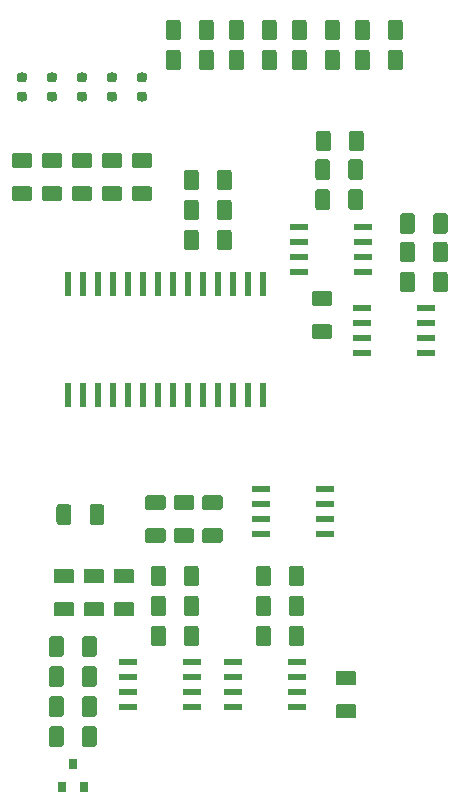
<source format=gbr>
G04 #@! TF.GenerationSoftware,KiCad,Pcbnew,(5.0.0)*
G04 #@! TF.CreationDate,2018-12-12T15:36:40+01:00*
G04 #@! TF.ProjectId,TrackModBusMaster_piggyback,547261636B4D6F644275734D61737465,rev?*
G04 #@! TF.SameCoordinates,Original*
G04 #@! TF.FileFunction,Paste,Top*
G04 #@! TF.FilePolarity,Positive*
%FSLAX46Y46*%
G04 Gerber Fmt 4.6, Leading zero omitted, Abs format (unit mm)*
G04 Created by KiCad (PCBNEW (5.0.0)) date 12/12/18 15:36:40*
%MOMM*%
%LPD*%
G01*
G04 APERTURE LIST*
%ADD10C,0.100000*%
%ADD11C,1.250000*%
%ADD12R,0.800000X0.900000*%
%ADD13R,1.550000X0.600000*%
%ADD14R,0.600000X2.000000*%
%ADD15C,0.800000*%
G04 APERTURE END LIST*
D10*
G04 #@! TO.C,C3*
G36*
X140223504Y-71262204D02*
X140247773Y-71265804D01*
X140271571Y-71271765D01*
X140294671Y-71280030D01*
X140316849Y-71290520D01*
X140337893Y-71303133D01*
X140357598Y-71317747D01*
X140375777Y-71334223D01*
X140392253Y-71352402D01*
X140406867Y-71372107D01*
X140419480Y-71393151D01*
X140429970Y-71415329D01*
X140438235Y-71438429D01*
X140444196Y-71462227D01*
X140447796Y-71486496D01*
X140449000Y-71511000D01*
X140449000Y-72761000D01*
X140447796Y-72785504D01*
X140444196Y-72809773D01*
X140438235Y-72833571D01*
X140429970Y-72856671D01*
X140419480Y-72878849D01*
X140406867Y-72899893D01*
X140392253Y-72919598D01*
X140375777Y-72937777D01*
X140357598Y-72954253D01*
X140337893Y-72968867D01*
X140316849Y-72981480D01*
X140294671Y-72991970D01*
X140271571Y-73000235D01*
X140247773Y-73006196D01*
X140223504Y-73009796D01*
X140199000Y-73011000D01*
X139449000Y-73011000D01*
X139424496Y-73009796D01*
X139400227Y-73006196D01*
X139376429Y-73000235D01*
X139353329Y-72991970D01*
X139331151Y-72981480D01*
X139310107Y-72968867D01*
X139290402Y-72954253D01*
X139272223Y-72937777D01*
X139255747Y-72919598D01*
X139241133Y-72899893D01*
X139228520Y-72878849D01*
X139218030Y-72856671D01*
X139209765Y-72833571D01*
X139203804Y-72809773D01*
X139200204Y-72785504D01*
X139199000Y-72761000D01*
X139199000Y-71511000D01*
X139200204Y-71486496D01*
X139203804Y-71462227D01*
X139209765Y-71438429D01*
X139218030Y-71415329D01*
X139228520Y-71393151D01*
X139241133Y-71372107D01*
X139255747Y-71352402D01*
X139272223Y-71334223D01*
X139290402Y-71317747D01*
X139310107Y-71303133D01*
X139331151Y-71290520D01*
X139353329Y-71280030D01*
X139376429Y-71271765D01*
X139400227Y-71265804D01*
X139424496Y-71262204D01*
X139449000Y-71261000D01*
X140199000Y-71261000D01*
X140223504Y-71262204D01*
X140223504Y-71262204D01*
G37*
D11*
X139824000Y-72136000D03*
D10*
G36*
X143023504Y-71262204D02*
X143047773Y-71265804D01*
X143071571Y-71271765D01*
X143094671Y-71280030D01*
X143116849Y-71290520D01*
X143137893Y-71303133D01*
X143157598Y-71317747D01*
X143175777Y-71334223D01*
X143192253Y-71352402D01*
X143206867Y-71372107D01*
X143219480Y-71393151D01*
X143229970Y-71415329D01*
X143238235Y-71438429D01*
X143244196Y-71462227D01*
X143247796Y-71486496D01*
X143249000Y-71511000D01*
X143249000Y-72761000D01*
X143247796Y-72785504D01*
X143244196Y-72809773D01*
X143238235Y-72833571D01*
X143229970Y-72856671D01*
X143219480Y-72878849D01*
X143206867Y-72899893D01*
X143192253Y-72919598D01*
X143175777Y-72937777D01*
X143157598Y-72954253D01*
X143137893Y-72968867D01*
X143116849Y-72981480D01*
X143094671Y-72991970D01*
X143071571Y-73000235D01*
X143047773Y-73006196D01*
X143023504Y-73009796D01*
X142999000Y-73011000D01*
X142249000Y-73011000D01*
X142224496Y-73009796D01*
X142200227Y-73006196D01*
X142176429Y-73000235D01*
X142153329Y-72991970D01*
X142131151Y-72981480D01*
X142110107Y-72968867D01*
X142090402Y-72954253D01*
X142072223Y-72937777D01*
X142055747Y-72919598D01*
X142041133Y-72899893D01*
X142028520Y-72878849D01*
X142018030Y-72856671D01*
X142009765Y-72833571D01*
X142003804Y-72809773D01*
X142000204Y-72785504D01*
X141999000Y-72761000D01*
X141999000Y-71511000D01*
X142000204Y-71486496D01*
X142003804Y-71462227D01*
X142009765Y-71438429D01*
X142018030Y-71415329D01*
X142028520Y-71393151D01*
X142041133Y-71372107D01*
X142055747Y-71352402D01*
X142072223Y-71334223D01*
X142090402Y-71317747D01*
X142110107Y-71303133D01*
X142131151Y-71290520D01*
X142153329Y-71280030D01*
X142176429Y-71271765D01*
X142200227Y-71265804D01*
X142224496Y-71262204D01*
X142249000Y-71261000D01*
X142999000Y-71261000D01*
X143023504Y-71262204D01*
X143023504Y-71262204D01*
G37*
D11*
X142624000Y-72136000D03*
G04 #@! TD*
D10*
G04 #@! TO.C,C6*
G36*
X143023504Y-73802204D02*
X143047773Y-73805804D01*
X143071571Y-73811765D01*
X143094671Y-73820030D01*
X143116849Y-73830520D01*
X143137893Y-73843133D01*
X143157598Y-73857747D01*
X143175777Y-73874223D01*
X143192253Y-73892402D01*
X143206867Y-73912107D01*
X143219480Y-73933151D01*
X143229970Y-73955329D01*
X143238235Y-73978429D01*
X143244196Y-74002227D01*
X143247796Y-74026496D01*
X143249000Y-74051000D01*
X143249000Y-75301000D01*
X143247796Y-75325504D01*
X143244196Y-75349773D01*
X143238235Y-75373571D01*
X143229970Y-75396671D01*
X143219480Y-75418849D01*
X143206867Y-75439893D01*
X143192253Y-75459598D01*
X143175777Y-75477777D01*
X143157598Y-75494253D01*
X143137893Y-75508867D01*
X143116849Y-75521480D01*
X143094671Y-75531970D01*
X143071571Y-75540235D01*
X143047773Y-75546196D01*
X143023504Y-75549796D01*
X142999000Y-75551000D01*
X142249000Y-75551000D01*
X142224496Y-75549796D01*
X142200227Y-75546196D01*
X142176429Y-75540235D01*
X142153329Y-75531970D01*
X142131151Y-75521480D01*
X142110107Y-75508867D01*
X142090402Y-75494253D01*
X142072223Y-75477777D01*
X142055747Y-75459598D01*
X142041133Y-75439893D01*
X142028520Y-75418849D01*
X142018030Y-75396671D01*
X142009765Y-75373571D01*
X142003804Y-75349773D01*
X142000204Y-75325504D01*
X141999000Y-75301000D01*
X141999000Y-74051000D01*
X142000204Y-74026496D01*
X142003804Y-74002227D01*
X142009765Y-73978429D01*
X142018030Y-73955329D01*
X142028520Y-73933151D01*
X142041133Y-73912107D01*
X142055747Y-73892402D01*
X142072223Y-73874223D01*
X142090402Y-73857747D01*
X142110107Y-73843133D01*
X142131151Y-73830520D01*
X142153329Y-73820030D01*
X142176429Y-73811765D01*
X142200227Y-73805804D01*
X142224496Y-73802204D01*
X142249000Y-73801000D01*
X142999000Y-73801000D01*
X143023504Y-73802204D01*
X143023504Y-73802204D01*
G37*
D11*
X142624000Y-74676000D03*
D10*
G36*
X140223504Y-73802204D02*
X140247773Y-73805804D01*
X140271571Y-73811765D01*
X140294671Y-73820030D01*
X140316849Y-73830520D01*
X140337893Y-73843133D01*
X140357598Y-73857747D01*
X140375777Y-73874223D01*
X140392253Y-73892402D01*
X140406867Y-73912107D01*
X140419480Y-73933151D01*
X140429970Y-73955329D01*
X140438235Y-73978429D01*
X140444196Y-74002227D01*
X140447796Y-74026496D01*
X140449000Y-74051000D01*
X140449000Y-75301000D01*
X140447796Y-75325504D01*
X140444196Y-75349773D01*
X140438235Y-75373571D01*
X140429970Y-75396671D01*
X140419480Y-75418849D01*
X140406867Y-75439893D01*
X140392253Y-75459598D01*
X140375777Y-75477777D01*
X140357598Y-75494253D01*
X140337893Y-75508867D01*
X140316849Y-75521480D01*
X140294671Y-75531970D01*
X140271571Y-75540235D01*
X140247773Y-75546196D01*
X140223504Y-75549796D01*
X140199000Y-75551000D01*
X139449000Y-75551000D01*
X139424496Y-75549796D01*
X139400227Y-75546196D01*
X139376429Y-75540235D01*
X139353329Y-75531970D01*
X139331151Y-75521480D01*
X139310107Y-75508867D01*
X139290402Y-75494253D01*
X139272223Y-75477777D01*
X139255747Y-75459598D01*
X139241133Y-75439893D01*
X139228520Y-75418849D01*
X139218030Y-75396671D01*
X139209765Y-75373571D01*
X139203804Y-75349773D01*
X139200204Y-75325504D01*
X139199000Y-75301000D01*
X139199000Y-74051000D01*
X139200204Y-74026496D01*
X139203804Y-74002227D01*
X139209765Y-73978429D01*
X139218030Y-73955329D01*
X139228520Y-73933151D01*
X139241133Y-73912107D01*
X139255747Y-73892402D01*
X139272223Y-73874223D01*
X139290402Y-73857747D01*
X139310107Y-73843133D01*
X139331151Y-73830520D01*
X139353329Y-73820030D01*
X139376429Y-73811765D01*
X139400227Y-73805804D01*
X139424496Y-73802204D01*
X139449000Y-73801000D01*
X140199000Y-73801000D01*
X140223504Y-73802204D01*
X140223504Y-73802204D01*
G37*
D11*
X139824000Y-74676000D03*
G04 #@! TD*
D10*
G04 #@! TO.C,R3*
G36*
X143023504Y-68849204D02*
X143047773Y-68852804D01*
X143071571Y-68858765D01*
X143094671Y-68867030D01*
X143116849Y-68877520D01*
X143137893Y-68890133D01*
X143157598Y-68904747D01*
X143175777Y-68921223D01*
X143192253Y-68939402D01*
X143206867Y-68959107D01*
X143219480Y-68980151D01*
X143229970Y-69002329D01*
X143238235Y-69025429D01*
X143244196Y-69049227D01*
X143247796Y-69073496D01*
X143249000Y-69098000D01*
X143249000Y-70348000D01*
X143247796Y-70372504D01*
X143244196Y-70396773D01*
X143238235Y-70420571D01*
X143229970Y-70443671D01*
X143219480Y-70465849D01*
X143206867Y-70486893D01*
X143192253Y-70506598D01*
X143175777Y-70524777D01*
X143157598Y-70541253D01*
X143137893Y-70555867D01*
X143116849Y-70568480D01*
X143094671Y-70578970D01*
X143071571Y-70587235D01*
X143047773Y-70593196D01*
X143023504Y-70596796D01*
X142999000Y-70598000D01*
X142249000Y-70598000D01*
X142224496Y-70596796D01*
X142200227Y-70593196D01*
X142176429Y-70587235D01*
X142153329Y-70578970D01*
X142131151Y-70568480D01*
X142110107Y-70555867D01*
X142090402Y-70541253D01*
X142072223Y-70524777D01*
X142055747Y-70506598D01*
X142041133Y-70486893D01*
X142028520Y-70465849D01*
X142018030Y-70443671D01*
X142009765Y-70420571D01*
X142003804Y-70396773D01*
X142000204Y-70372504D01*
X141999000Y-70348000D01*
X141999000Y-69098000D01*
X142000204Y-69073496D01*
X142003804Y-69049227D01*
X142009765Y-69025429D01*
X142018030Y-69002329D01*
X142028520Y-68980151D01*
X142041133Y-68959107D01*
X142055747Y-68939402D01*
X142072223Y-68921223D01*
X142090402Y-68904747D01*
X142110107Y-68890133D01*
X142131151Y-68877520D01*
X142153329Y-68867030D01*
X142176429Y-68858765D01*
X142200227Y-68852804D01*
X142224496Y-68849204D01*
X142249000Y-68848000D01*
X142999000Y-68848000D01*
X143023504Y-68849204D01*
X143023504Y-68849204D01*
G37*
D11*
X142624000Y-69723000D03*
D10*
G36*
X140223504Y-68849204D02*
X140247773Y-68852804D01*
X140271571Y-68858765D01*
X140294671Y-68867030D01*
X140316849Y-68877520D01*
X140337893Y-68890133D01*
X140357598Y-68904747D01*
X140375777Y-68921223D01*
X140392253Y-68939402D01*
X140406867Y-68959107D01*
X140419480Y-68980151D01*
X140429970Y-69002329D01*
X140438235Y-69025429D01*
X140444196Y-69049227D01*
X140447796Y-69073496D01*
X140449000Y-69098000D01*
X140449000Y-70348000D01*
X140447796Y-70372504D01*
X140444196Y-70396773D01*
X140438235Y-70420571D01*
X140429970Y-70443671D01*
X140419480Y-70465849D01*
X140406867Y-70486893D01*
X140392253Y-70506598D01*
X140375777Y-70524777D01*
X140357598Y-70541253D01*
X140337893Y-70555867D01*
X140316849Y-70568480D01*
X140294671Y-70578970D01*
X140271571Y-70587235D01*
X140247773Y-70593196D01*
X140223504Y-70596796D01*
X140199000Y-70598000D01*
X139449000Y-70598000D01*
X139424496Y-70596796D01*
X139400227Y-70593196D01*
X139376429Y-70587235D01*
X139353329Y-70578970D01*
X139331151Y-70568480D01*
X139310107Y-70555867D01*
X139290402Y-70541253D01*
X139272223Y-70524777D01*
X139255747Y-70506598D01*
X139241133Y-70486893D01*
X139228520Y-70465849D01*
X139218030Y-70443671D01*
X139209765Y-70420571D01*
X139203804Y-70396773D01*
X139200204Y-70372504D01*
X139199000Y-70348000D01*
X139199000Y-69098000D01*
X139200204Y-69073496D01*
X139203804Y-69049227D01*
X139209765Y-69025429D01*
X139218030Y-69002329D01*
X139228520Y-68980151D01*
X139241133Y-68959107D01*
X139255747Y-68939402D01*
X139272223Y-68921223D01*
X139290402Y-68904747D01*
X139310107Y-68890133D01*
X139331151Y-68877520D01*
X139353329Y-68867030D01*
X139376429Y-68858765D01*
X139400227Y-68852804D01*
X139424496Y-68849204D01*
X139449000Y-68848000D01*
X140199000Y-68848000D01*
X140223504Y-68849204D01*
X140223504Y-68849204D01*
G37*
D11*
X139824000Y-69723000D03*
G04 #@! TD*
D10*
G04 #@! TO.C,R15*
G36*
X110377504Y-63762204D02*
X110401773Y-63765804D01*
X110425571Y-63771765D01*
X110448671Y-63780030D01*
X110470849Y-63790520D01*
X110491893Y-63803133D01*
X110511598Y-63817747D01*
X110529777Y-63834223D01*
X110546253Y-63852402D01*
X110560867Y-63872107D01*
X110573480Y-63893151D01*
X110583970Y-63915329D01*
X110592235Y-63938429D01*
X110598196Y-63962227D01*
X110601796Y-63986496D01*
X110603000Y-64011000D01*
X110603000Y-64761000D01*
X110601796Y-64785504D01*
X110598196Y-64809773D01*
X110592235Y-64833571D01*
X110583970Y-64856671D01*
X110573480Y-64878849D01*
X110560867Y-64899893D01*
X110546253Y-64919598D01*
X110529777Y-64937777D01*
X110511598Y-64954253D01*
X110491893Y-64968867D01*
X110470849Y-64981480D01*
X110448671Y-64991970D01*
X110425571Y-65000235D01*
X110401773Y-65006196D01*
X110377504Y-65009796D01*
X110353000Y-65011000D01*
X109103000Y-65011000D01*
X109078496Y-65009796D01*
X109054227Y-65006196D01*
X109030429Y-65000235D01*
X109007329Y-64991970D01*
X108985151Y-64981480D01*
X108964107Y-64968867D01*
X108944402Y-64954253D01*
X108926223Y-64937777D01*
X108909747Y-64919598D01*
X108895133Y-64899893D01*
X108882520Y-64878849D01*
X108872030Y-64856671D01*
X108863765Y-64833571D01*
X108857804Y-64809773D01*
X108854204Y-64785504D01*
X108853000Y-64761000D01*
X108853000Y-64011000D01*
X108854204Y-63986496D01*
X108857804Y-63962227D01*
X108863765Y-63938429D01*
X108872030Y-63915329D01*
X108882520Y-63893151D01*
X108895133Y-63872107D01*
X108909747Y-63852402D01*
X108926223Y-63834223D01*
X108944402Y-63817747D01*
X108964107Y-63803133D01*
X108985151Y-63790520D01*
X109007329Y-63780030D01*
X109030429Y-63771765D01*
X109054227Y-63765804D01*
X109078496Y-63762204D01*
X109103000Y-63761000D01*
X110353000Y-63761000D01*
X110377504Y-63762204D01*
X110377504Y-63762204D01*
G37*
D11*
X109728000Y-64386000D03*
D10*
G36*
X110377504Y-66562204D02*
X110401773Y-66565804D01*
X110425571Y-66571765D01*
X110448671Y-66580030D01*
X110470849Y-66590520D01*
X110491893Y-66603133D01*
X110511598Y-66617747D01*
X110529777Y-66634223D01*
X110546253Y-66652402D01*
X110560867Y-66672107D01*
X110573480Y-66693151D01*
X110583970Y-66715329D01*
X110592235Y-66738429D01*
X110598196Y-66762227D01*
X110601796Y-66786496D01*
X110603000Y-66811000D01*
X110603000Y-67561000D01*
X110601796Y-67585504D01*
X110598196Y-67609773D01*
X110592235Y-67633571D01*
X110583970Y-67656671D01*
X110573480Y-67678849D01*
X110560867Y-67699893D01*
X110546253Y-67719598D01*
X110529777Y-67737777D01*
X110511598Y-67754253D01*
X110491893Y-67768867D01*
X110470849Y-67781480D01*
X110448671Y-67791970D01*
X110425571Y-67800235D01*
X110401773Y-67806196D01*
X110377504Y-67809796D01*
X110353000Y-67811000D01*
X109103000Y-67811000D01*
X109078496Y-67809796D01*
X109054227Y-67806196D01*
X109030429Y-67800235D01*
X109007329Y-67791970D01*
X108985151Y-67781480D01*
X108964107Y-67768867D01*
X108944402Y-67754253D01*
X108926223Y-67737777D01*
X108909747Y-67719598D01*
X108895133Y-67699893D01*
X108882520Y-67678849D01*
X108872030Y-67656671D01*
X108863765Y-67633571D01*
X108857804Y-67609773D01*
X108854204Y-67585504D01*
X108853000Y-67561000D01*
X108853000Y-66811000D01*
X108854204Y-66786496D01*
X108857804Y-66762227D01*
X108863765Y-66738429D01*
X108872030Y-66715329D01*
X108882520Y-66693151D01*
X108895133Y-66672107D01*
X108909747Y-66652402D01*
X108926223Y-66634223D01*
X108944402Y-66617747D01*
X108964107Y-66603133D01*
X108985151Y-66590520D01*
X109007329Y-66580030D01*
X109030429Y-66571765D01*
X109054227Y-66565804D01*
X109078496Y-66562204D01*
X109103000Y-66561000D01*
X110353000Y-66561000D01*
X110377504Y-66562204D01*
X110377504Y-66562204D01*
G37*
D11*
X109728000Y-67186000D03*
G04 #@! TD*
D10*
G04 #@! TO.C,R18*
G36*
X117997504Y-66562204D02*
X118021773Y-66565804D01*
X118045571Y-66571765D01*
X118068671Y-66580030D01*
X118090849Y-66590520D01*
X118111893Y-66603133D01*
X118131598Y-66617747D01*
X118149777Y-66634223D01*
X118166253Y-66652402D01*
X118180867Y-66672107D01*
X118193480Y-66693151D01*
X118203970Y-66715329D01*
X118212235Y-66738429D01*
X118218196Y-66762227D01*
X118221796Y-66786496D01*
X118223000Y-66811000D01*
X118223000Y-67561000D01*
X118221796Y-67585504D01*
X118218196Y-67609773D01*
X118212235Y-67633571D01*
X118203970Y-67656671D01*
X118193480Y-67678849D01*
X118180867Y-67699893D01*
X118166253Y-67719598D01*
X118149777Y-67737777D01*
X118131598Y-67754253D01*
X118111893Y-67768867D01*
X118090849Y-67781480D01*
X118068671Y-67791970D01*
X118045571Y-67800235D01*
X118021773Y-67806196D01*
X117997504Y-67809796D01*
X117973000Y-67811000D01*
X116723000Y-67811000D01*
X116698496Y-67809796D01*
X116674227Y-67806196D01*
X116650429Y-67800235D01*
X116627329Y-67791970D01*
X116605151Y-67781480D01*
X116584107Y-67768867D01*
X116564402Y-67754253D01*
X116546223Y-67737777D01*
X116529747Y-67719598D01*
X116515133Y-67699893D01*
X116502520Y-67678849D01*
X116492030Y-67656671D01*
X116483765Y-67633571D01*
X116477804Y-67609773D01*
X116474204Y-67585504D01*
X116473000Y-67561000D01*
X116473000Y-66811000D01*
X116474204Y-66786496D01*
X116477804Y-66762227D01*
X116483765Y-66738429D01*
X116492030Y-66715329D01*
X116502520Y-66693151D01*
X116515133Y-66672107D01*
X116529747Y-66652402D01*
X116546223Y-66634223D01*
X116564402Y-66617747D01*
X116584107Y-66603133D01*
X116605151Y-66590520D01*
X116627329Y-66580030D01*
X116650429Y-66571765D01*
X116674227Y-66565804D01*
X116698496Y-66562204D01*
X116723000Y-66561000D01*
X117973000Y-66561000D01*
X117997504Y-66562204D01*
X117997504Y-66562204D01*
G37*
D11*
X117348000Y-67186000D03*
D10*
G36*
X117997504Y-63762204D02*
X118021773Y-63765804D01*
X118045571Y-63771765D01*
X118068671Y-63780030D01*
X118090849Y-63790520D01*
X118111893Y-63803133D01*
X118131598Y-63817747D01*
X118149777Y-63834223D01*
X118166253Y-63852402D01*
X118180867Y-63872107D01*
X118193480Y-63893151D01*
X118203970Y-63915329D01*
X118212235Y-63938429D01*
X118218196Y-63962227D01*
X118221796Y-63986496D01*
X118223000Y-64011000D01*
X118223000Y-64761000D01*
X118221796Y-64785504D01*
X118218196Y-64809773D01*
X118212235Y-64833571D01*
X118203970Y-64856671D01*
X118193480Y-64878849D01*
X118180867Y-64899893D01*
X118166253Y-64919598D01*
X118149777Y-64937777D01*
X118131598Y-64954253D01*
X118111893Y-64968867D01*
X118090849Y-64981480D01*
X118068671Y-64991970D01*
X118045571Y-65000235D01*
X118021773Y-65006196D01*
X117997504Y-65009796D01*
X117973000Y-65011000D01*
X116723000Y-65011000D01*
X116698496Y-65009796D01*
X116674227Y-65006196D01*
X116650429Y-65000235D01*
X116627329Y-64991970D01*
X116605151Y-64981480D01*
X116584107Y-64968867D01*
X116564402Y-64954253D01*
X116546223Y-64937777D01*
X116529747Y-64919598D01*
X116515133Y-64899893D01*
X116502520Y-64878849D01*
X116492030Y-64856671D01*
X116483765Y-64833571D01*
X116477804Y-64809773D01*
X116474204Y-64785504D01*
X116473000Y-64761000D01*
X116473000Y-64011000D01*
X116474204Y-63986496D01*
X116477804Y-63962227D01*
X116483765Y-63938429D01*
X116492030Y-63915329D01*
X116502520Y-63893151D01*
X116515133Y-63872107D01*
X116529747Y-63852402D01*
X116546223Y-63834223D01*
X116564402Y-63817747D01*
X116584107Y-63803133D01*
X116605151Y-63790520D01*
X116627329Y-63780030D01*
X116650429Y-63771765D01*
X116674227Y-63765804D01*
X116698496Y-63762204D01*
X116723000Y-63761000D01*
X117973000Y-63761000D01*
X117997504Y-63762204D01*
X117997504Y-63762204D01*
G37*
D11*
X117348000Y-64386000D03*
G04 #@! TD*
D10*
G04 #@! TO.C,R14*
G36*
X107837504Y-63762204D02*
X107861773Y-63765804D01*
X107885571Y-63771765D01*
X107908671Y-63780030D01*
X107930849Y-63790520D01*
X107951893Y-63803133D01*
X107971598Y-63817747D01*
X107989777Y-63834223D01*
X108006253Y-63852402D01*
X108020867Y-63872107D01*
X108033480Y-63893151D01*
X108043970Y-63915329D01*
X108052235Y-63938429D01*
X108058196Y-63962227D01*
X108061796Y-63986496D01*
X108063000Y-64011000D01*
X108063000Y-64761000D01*
X108061796Y-64785504D01*
X108058196Y-64809773D01*
X108052235Y-64833571D01*
X108043970Y-64856671D01*
X108033480Y-64878849D01*
X108020867Y-64899893D01*
X108006253Y-64919598D01*
X107989777Y-64937777D01*
X107971598Y-64954253D01*
X107951893Y-64968867D01*
X107930849Y-64981480D01*
X107908671Y-64991970D01*
X107885571Y-65000235D01*
X107861773Y-65006196D01*
X107837504Y-65009796D01*
X107813000Y-65011000D01*
X106563000Y-65011000D01*
X106538496Y-65009796D01*
X106514227Y-65006196D01*
X106490429Y-65000235D01*
X106467329Y-64991970D01*
X106445151Y-64981480D01*
X106424107Y-64968867D01*
X106404402Y-64954253D01*
X106386223Y-64937777D01*
X106369747Y-64919598D01*
X106355133Y-64899893D01*
X106342520Y-64878849D01*
X106332030Y-64856671D01*
X106323765Y-64833571D01*
X106317804Y-64809773D01*
X106314204Y-64785504D01*
X106313000Y-64761000D01*
X106313000Y-64011000D01*
X106314204Y-63986496D01*
X106317804Y-63962227D01*
X106323765Y-63938429D01*
X106332030Y-63915329D01*
X106342520Y-63893151D01*
X106355133Y-63872107D01*
X106369747Y-63852402D01*
X106386223Y-63834223D01*
X106404402Y-63817747D01*
X106424107Y-63803133D01*
X106445151Y-63790520D01*
X106467329Y-63780030D01*
X106490429Y-63771765D01*
X106514227Y-63765804D01*
X106538496Y-63762204D01*
X106563000Y-63761000D01*
X107813000Y-63761000D01*
X107837504Y-63762204D01*
X107837504Y-63762204D01*
G37*
D11*
X107188000Y-64386000D03*
D10*
G36*
X107837504Y-66562204D02*
X107861773Y-66565804D01*
X107885571Y-66571765D01*
X107908671Y-66580030D01*
X107930849Y-66590520D01*
X107951893Y-66603133D01*
X107971598Y-66617747D01*
X107989777Y-66634223D01*
X108006253Y-66652402D01*
X108020867Y-66672107D01*
X108033480Y-66693151D01*
X108043970Y-66715329D01*
X108052235Y-66738429D01*
X108058196Y-66762227D01*
X108061796Y-66786496D01*
X108063000Y-66811000D01*
X108063000Y-67561000D01*
X108061796Y-67585504D01*
X108058196Y-67609773D01*
X108052235Y-67633571D01*
X108043970Y-67656671D01*
X108033480Y-67678849D01*
X108020867Y-67699893D01*
X108006253Y-67719598D01*
X107989777Y-67737777D01*
X107971598Y-67754253D01*
X107951893Y-67768867D01*
X107930849Y-67781480D01*
X107908671Y-67791970D01*
X107885571Y-67800235D01*
X107861773Y-67806196D01*
X107837504Y-67809796D01*
X107813000Y-67811000D01*
X106563000Y-67811000D01*
X106538496Y-67809796D01*
X106514227Y-67806196D01*
X106490429Y-67800235D01*
X106467329Y-67791970D01*
X106445151Y-67781480D01*
X106424107Y-67768867D01*
X106404402Y-67754253D01*
X106386223Y-67737777D01*
X106369747Y-67719598D01*
X106355133Y-67699893D01*
X106342520Y-67678849D01*
X106332030Y-67656671D01*
X106323765Y-67633571D01*
X106317804Y-67609773D01*
X106314204Y-67585504D01*
X106313000Y-67561000D01*
X106313000Y-66811000D01*
X106314204Y-66786496D01*
X106317804Y-66762227D01*
X106323765Y-66738429D01*
X106332030Y-66715329D01*
X106342520Y-66693151D01*
X106355133Y-66672107D01*
X106369747Y-66652402D01*
X106386223Y-66634223D01*
X106404402Y-66617747D01*
X106424107Y-66603133D01*
X106445151Y-66590520D01*
X106467329Y-66580030D01*
X106490429Y-66571765D01*
X106514227Y-66565804D01*
X106538496Y-66562204D01*
X106563000Y-66561000D01*
X107813000Y-66561000D01*
X107837504Y-66562204D01*
X107837504Y-66562204D01*
G37*
D11*
X107188000Y-67186000D03*
G04 #@! TD*
D10*
G04 #@! TO.C,R17*
G36*
X115457504Y-66562204D02*
X115481773Y-66565804D01*
X115505571Y-66571765D01*
X115528671Y-66580030D01*
X115550849Y-66590520D01*
X115571893Y-66603133D01*
X115591598Y-66617747D01*
X115609777Y-66634223D01*
X115626253Y-66652402D01*
X115640867Y-66672107D01*
X115653480Y-66693151D01*
X115663970Y-66715329D01*
X115672235Y-66738429D01*
X115678196Y-66762227D01*
X115681796Y-66786496D01*
X115683000Y-66811000D01*
X115683000Y-67561000D01*
X115681796Y-67585504D01*
X115678196Y-67609773D01*
X115672235Y-67633571D01*
X115663970Y-67656671D01*
X115653480Y-67678849D01*
X115640867Y-67699893D01*
X115626253Y-67719598D01*
X115609777Y-67737777D01*
X115591598Y-67754253D01*
X115571893Y-67768867D01*
X115550849Y-67781480D01*
X115528671Y-67791970D01*
X115505571Y-67800235D01*
X115481773Y-67806196D01*
X115457504Y-67809796D01*
X115433000Y-67811000D01*
X114183000Y-67811000D01*
X114158496Y-67809796D01*
X114134227Y-67806196D01*
X114110429Y-67800235D01*
X114087329Y-67791970D01*
X114065151Y-67781480D01*
X114044107Y-67768867D01*
X114024402Y-67754253D01*
X114006223Y-67737777D01*
X113989747Y-67719598D01*
X113975133Y-67699893D01*
X113962520Y-67678849D01*
X113952030Y-67656671D01*
X113943765Y-67633571D01*
X113937804Y-67609773D01*
X113934204Y-67585504D01*
X113933000Y-67561000D01*
X113933000Y-66811000D01*
X113934204Y-66786496D01*
X113937804Y-66762227D01*
X113943765Y-66738429D01*
X113952030Y-66715329D01*
X113962520Y-66693151D01*
X113975133Y-66672107D01*
X113989747Y-66652402D01*
X114006223Y-66634223D01*
X114024402Y-66617747D01*
X114044107Y-66603133D01*
X114065151Y-66590520D01*
X114087329Y-66580030D01*
X114110429Y-66571765D01*
X114134227Y-66565804D01*
X114158496Y-66562204D01*
X114183000Y-66561000D01*
X115433000Y-66561000D01*
X115457504Y-66562204D01*
X115457504Y-66562204D01*
G37*
D11*
X114808000Y-67186000D03*
D10*
G36*
X115457504Y-63762204D02*
X115481773Y-63765804D01*
X115505571Y-63771765D01*
X115528671Y-63780030D01*
X115550849Y-63790520D01*
X115571893Y-63803133D01*
X115591598Y-63817747D01*
X115609777Y-63834223D01*
X115626253Y-63852402D01*
X115640867Y-63872107D01*
X115653480Y-63893151D01*
X115663970Y-63915329D01*
X115672235Y-63938429D01*
X115678196Y-63962227D01*
X115681796Y-63986496D01*
X115683000Y-64011000D01*
X115683000Y-64761000D01*
X115681796Y-64785504D01*
X115678196Y-64809773D01*
X115672235Y-64833571D01*
X115663970Y-64856671D01*
X115653480Y-64878849D01*
X115640867Y-64899893D01*
X115626253Y-64919598D01*
X115609777Y-64937777D01*
X115591598Y-64954253D01*
X115571893Y-64968867D01*
X115550849Y-64981480D01*
X115528671Y-64991970D01*
X115505571Y-65000235D01*
X115481773Y-65006196D01*
X115457504Y-65009796D01*
X115433000Y-65011000D01*
X114183000Y-65011000D01*
X114158496Y-65009796D01*
X114134227Y-65006196D01*
X114110429Y-65000235D01*
X114087329Y-64991970D01*
X114065151Y-64981480D01*
X114044107Y-64968867D01*
X114024402Y-64954253D01*
X114006223Y-64937777D01*
X113989747Y-64919598D01*
X113975133Y-64899893D01*
X113962520Y-64878849D01*
X113952030Y-64856671D01*
X113943765Y-64833571D01*
X113937804Y-64809773D01*
X113934204Y-64785504D01*
X113933000Y-64761000D01*
X113933000Y-64011000D01*
X113934204Y-63986496D01*
X113937804Y-63962227D01*
X113943765Y-63938429D01*
X113952030Y-63915329D01*
X113962520Y-63893151D01*
X113975133Y-63872107D01*
X113989747Y-63852402D01*
X114006223Y-63834223D01*
X114024402Y-63817747D01*
X114044107Y-63803133D01*
X114065151Y-63790520D01*
X114087329Y-63780030D01*
X114110429Y-63771765D01*
X114134227Y-63765804D01*
X114158496Y-63762204D01*
X114183000Y-63761000D01*
X115433000Y-63761000D01*
X115457504Y-63762204D01*
X115457504Y-63762204D01*
G37*
D11*
X114808000Y-64386000D03*
G04 #@! TD*
D10*
G04 #@! TO.C,R16*
G36*
X112917504Y-63762204D02*
X112941773Y-63765804D01*
X112965571Y-63771765D01*
X112988671Y-63780030D01*
X113010849Y-63790520D01*
X113031893Y-63803133D01*
X113051598Y-63817747D01*
X113069777Y-63834223D01*
X113086253Y-63852402D01*
X113100867Y-63872107D01*
X113113480Y-63893151D01*
X113123970Y-63915329D01*
X113132235Y-63938429D01*
X113138196Y-63962227D01*
X113141796Y-63986496D01*
X113143000Y-64011000D01*
X113143000Y-64761000D01*
X113141796Y-64785504D01*
X113138196Y-64809773D01*
X113132235Y-64833571D01*
X113123970Y-64856671D01*
X113113480Y-64878849D01*
X113100867Y-64899893D01*
X113086253Y-64919598D01*
X113069777Y-64937777D01*
X113051598Y-64954253D01*
X113031893Y-64968867D01*
X113010849Y-64981480D01*
X112988671Y-64991970D01*
X112965571Y-65000235D01*
X112941773Y-65006196D01*
X112917504Y-65009796D01*
X112893000Y-65011000D01*
X111643000Y-65011000D01*
X111618496Y-65009796D01*
X111594227Y-65006196D01*
X111570429Y-65000235D01*
X111547329Y-64991970D01*
X111525151Y-64981480D01*
X111504107Y-64968867D01*
X111484402Y-64954253D01*
X111466223Y-64937777D01*
X111449747Y-64919598D01*
X111435133Y-64899893D01*
X111422520Y-64878849D01*
X111412030Y-64856671D01*
X111403765Y-64833571D01*
X111397804Y-64809773D01*
X111394204Y-64785504D01*
X111393000Y-64761000D01*
X111393000Y-64011000D01*
X111394204Y-63986496D01*
X111397804Y-63962227D01*
X111403765Y-63938429D01*
X111412030Y-63915329D01*
X111422520Y-63893151D01*
X111435133Y-63872107D01*
X111449747Y-63852402D01*
X111466223Y-63834223D01*
X111484402Y-63817747D01*
X111504107Y-63803133D01*
X111525151Y-63790520D01*
X111547329Y-63780030D01*
X111570429Y-63771765D01*
X111594227Y-63765804D01*
X111618496Y-63762204D01*
X111643000Y-63761000D01*
X112893000Y-63761000D01*
X112917504Y-63762204D01*
X112917504Y-63762204D01*
G37*
D11*
X112268000Y-64386000D03*
D10*
G36*
X112917504Y-66562204D02*
X112941773Y-66565804D01*
X112965571Y-66571765D01*
X112988671Y-66580030D01*
X113010849Y-66590520D01*
X113031893Y-66603133D01*
X113051598Y-66617747D01*
X113069777Y-66634223D01*
X113086253Y-66652402D01*
X113100867Y-66672107D01*
X113113480Y-66693151D01*
X113123970Y-66715329D01*
X113132235Y-66738429D01*
X113138196Y-66762227D01*
X113141796Y-66786496D01*
X113143000Y-66811000D01*
X113143000Y-67561000D01*
X113141796Y-67585504D01*
X113138196Y-67609773D01*
X113132235Y-67633571D01*
X113123970Y-67656671D01*
X113113480Y-67678849D01*
X113100867Y-67699893D01*
X113086253Y-67719598D01*
X113069777Y-67737777D01*
X113051598Y-67754253D01*
X113031893Y-67768867D01*
X113010849Y-67781480D01*
X112988671Y-67791970D01*
X112965571Y-67800235D01*
X112941773Y-67806196D01*
X112917504Y-67809796D01*
X112893000Y-67811000D01*
X111643000Y-67811000D01*
X111618496Y-67809796D01*
X111594227Y-67806196D01*
X111570429Y-67800235D01*
X111547329Y-67791970D01*
X111525151Y-67781480D01*
X111504107Y-67768867D01*
X111484402Y-67754253D01*
X111466223Y-67737777D01*
X111449747Y-67719598D01*
X111435133Y-67699893D01*
X111422520Y-67678849D01*
X111412030Y-67656671D01*
X111403765Y-67633571D01*
X111397804Y-67609773D01*
X111394204Y-67585504D01*
X111393000Y-67561000D01*
X111393000Y-66811000D01*
X111394204Y-66786496D01*
X111397804Y-66762227D01*
X111403765Y-66738429D01*
X111412030Y-66715329D01*
X111422520Y-66693151D01*
X111435133Y-66672107D01*
X111449747Y-66652402D01*
X111466223Y-66634223D01*
X111484402Y-66617747D01*
X111504107Y-66603133D01*
X111525151Y-66590520D01*
X111547329Y-66580030D01*
X111570429Y-66571765D01*
X111594227Y-66565804D01*
X111618496Y-66562204D01*
X111643000Y-66561000D01*
X112893000Y-66561000D01*
X112917504Y-66562204D01*
X112917504Y-66562204D01*
G37*
D11*
X112268000Y-67186000D03*
G04 #@! TD*
D10*
G04 #@! TO.C,C1*
G36*
X121941504Y-101234204D02*
X121965773Y-101237804D01*
X121989571Y-101243765D01*
X122012671Y-101252030D01*
X122034849Y-101262520D01*
X122055893Y-101275133D01*
X122075598Y-101289747D01*
X122093777Y-101306223D01*
X122110253Y-101324402D01*
X122124867Y-101344107D01*
X122137480Y-101365151D01*
X122147970Y-101387329D01*
X122156235Y-101410429D01*
X122162196Y-101434227D01*
X122165796Y-101458496D01*
X122167000Y-101483000D01*
X122167000Y-102733000D01*
X122165796Y-102757504D01*
X122162196Y-102781773D01*
X122156235Y-102805571D01*
X122147970Y-102828671D01*
X122137480Y-102850849D01*
X122124867Y-102871893D01*
X122110253Y-102891598D01*
X122093777Y-102909777D01*
X122075598Y-102926253D01*
X122055893Y-102940867D01*
X122034849Y-102953480D01*
X122012671Y-102963970D01*
X121989571Y-102972235D01*
X121965773Y-102978196D01*
X121941504Y-102981796D01*
X121917000Y-102983000D01*
X121167000Y-102983000D01*
X121142496Y-102981796D01*
X121118227Y-102978196D01*
X121094429Y-102972235D01*
X121071329Y-102963970D01*
X121049151Y-102953480D01*
X121028107Y-102940867D01*
X121008402Y-102926253D01*
X120990223Y-102909777D01*
X120973747Y-102891598D01*
X120959133Y-102871893D01*
X120946520Y-102850849D01*
X120936030Y-102828671D01*
X120927765Y-102805571D01*
X120921804Y-102781773D01*
X120918204Y-102757504D01*
X120917000Y-102733000D01*
X120917000Y-101483000D01*
X120918204Y-101458496D01*
X120921804Y-101434227D01*
X120927765Y-101410429D01*
X120936030Y-101387329D01*
X120946520Y-101365151D01*
X120959133Y-101344107D01*
X120973747Y-101324402D01*
X120990223Y-101306223D01*
X121008402Y-101289747D01*
X121028107Y-101275133D01*
X121049151Y-101262520D01*
X121071329Y-101252030D01*
X121094429Y-101243765D01*
X121118227Y-101237804D01*
X121142496Y-101234204D01*
X121167000Y-101233000D01*
X121917000Y-101233000D01*
X121941504Y-101234204D01*
X121941504Y-101234204D01*
G37*
D11*
X121542000Y-102108000D03*
D10*
G36*
X119141504Y-101234204D02*
X119165773Y-101237804D01*
X119189571Y-101243765D01*
X119212671Y-101252030D01*
X119234849Y-101262520D01*
X119255893Y-101275133D01*
X119275598Y-101289747D01*
X119293777Y-101306223D01*
X119310253Y-101324402D01*
X119324867Y-101344107D01*
X119337480Y-101365151D01*
X119347970Y-101387329D01*
X119356235Y-101410429D01*
X119362196Y-101434227D01*
X119365796Y-101458496D01*
X119367000Y-101483000D01*
X119367000Y-102733000D01*
X119365796Y-102757504D01*
X119362196Y-102781773D01*
X119356235Y-102805571D01*
X119347970Y-102828671D01*
X119337480Y-102850849D01*
X119324867Y-102871893D01*
X119310253Y-102891598D01*
X119293777Y-102909777D01*
X119275598Y-102926253D01*
X119255893Y-102940867D01*
X119234849Y-102953480D01*
X119212671Y-102963970D01*
X119189571Y-102972235D01*
X119165773Y-102978196D01*
X119141504Y-102981796D01*
X119117000Y-102983000D01*
X118367000Y-102983000D01*
X118342496Y-102981796D01*
X118318227Y-102978196D01*
X118294429Y-102972235D01*
X118271329Y-102963970D01*
X118249151Y-102953480D01*
X118228107Y-102940867D01*
X118208402Y-102926253D01*
X118190223Y-102909777D01*
X118173747Y-102891598D01*
X118159133Y-102871893D01*
X118146520Y-102850849D01*
X118136030Y-102828671D01*
X118127765Y-102805571D01*
X118121804Y-102781773D01*
X118118204Y-102757504D01*
X118117000Y-102733000D01*
X118117000Y-101483000D01*
X118118204Y-101458496D01*
X118121804Y-101434227D01*
X118127765Y-101410429D01*
X118136030Y-101387329D01*
X118146520Y-101365151D01*
X118159133Y-101344107D01*
X118173747Y-101324402D01*
X118190223Y-101306223D01*
X118208402Y-101289747D01*
X118228107Y-101275133D01*
X118249151Y-101262520D01*
X118271329Y-101252030D01*
X118294429Y-101243765D01*
X118318227Y-101237804D01*
X118342496Y-101234204D01*
X118367000Y-101233000D01*
X119117000Y-101233000D01*
X119141504Y-101234204D01*
X119141504Y-101234204D01*
G37*
D11*
X118742000Y-102108000D03*
G04 #@! TD*
D10*
G04 #@! TO.C,C2*
G36*
X133045504Y-66817204D02*
X133069773Y-66820804D01*
X133093571Y-66826765D01*
X133116671Y-66835030D01*
X133138849Y-66845520D01*
X133159893Y-66858133D01*
X133179598Y-66872747D01*
X133197777Y-66889223D01*
X133214253Y-66907402D01*
X133228867Y-66927107D01*
X133241480Y-66948151D01*
X133251970Y-66970329D01*
X133260235Y-66993429D01*
X133266196Y-67017227D01*
X133269796Y-67041496D01*
X133271000Y-67066000D01*
X133271000Y-68316000D01*
X133269796Y-68340504D01*
X133266196Y-68364773D01*
X133260235Y-68388571D01*
X133251970Y-68411671D01*
X133241480Y-68433849D01*
X133228867Y-68454893D01*
X133214253Y-68474598D01*
X133197777Y-68492777D01*
X133179598Y-68509253D01*
X133159893Y-68523867D01*
X133138849Y-68536480D01*
X133116671Y-68546970D01*
X133093571Y-68555235D01*
X133069773Y-68561196D01*
X133045504Y-68564796D01*
X133021000Y-68566000D01*
X132271000Y-68566000D01*
X132246496Y-68564796D01*
X132222227Y-68561196D01*
X132198429Y-68555235D01*
X132175329Y-68546970D01*
X132153151Y-68536480D01*
X132132107Y-68523867D01*
X132112402Y-68509253D01*
X132094223Y-68492777D01*
X132077747Y-68474598D01*
X132063133Y-68454893D01*
X132050520Y-68433849D01*
X132040030Y-68411671D01*
X132031765Y-68388571D01*
X132025804Y-68364773D01*
X132022204Y-68340504D01*
X132021000Y-68316000D01*
X132021000Y-67066000D01*
X132022204Y-67041496D01*
X132025804Y-67017227D01*
X132031765Y-66993429D01*
X132040030Y-66970329D01*
X132050520Y-66948151D01*
X132063133Y-66927107D01*
X132077747Y-66907402D01*
X132094223Y-66889223D01*
X132112402Y-66872747D01*
X132132107Y-66858133D01*
X132153151Y-66845520D01*
X132175329Y-66835030D01*
X132198429Y-66826765D01*
X132222227Y-66820804D01*
X132246496Y-66817204D01*
X132271000Y-66816000D01*
X133021000Y-66816000D01*
X133045504Y-66817204D01*
X133045504Y-66817204D01*
G37*
D11*
X132646000Y-67691000D03*
D10*
G36*
X135845504Y-66817204D02*
X135869773Y-66820804D01*
X135893571Y-66826765D01*
X135916671Y-66835030D01*
X135938849Y-66845520D01*
X135959893Y-66858133D01*
X135979598Y-66872747D01*
X135997777Y-66889223D01*
X136014253Y-66907402D01*
X136028867Y-66927107D01*
X136041480Y-66948151D01*
X136051970Y-66970329D01*
X136060235Y-66993429D01*
X136066196Y-67017227D01*
X136069796Y-67041496D01*
X136071000Y-67066000D01*
X136071000Y-68316000D01*
X136069796Y-68340504D01*
X136066196Y-68364773D01*
X136060235Y-68388571D01*
X136051970Y-68411671D01*
X136041480Y-68433849D01*
X136028867Y-68454893D01*
X136014253Y-68474598D01*
X135997777Y-68492777D01*
X135979598Y-68509253D01*
X135959893Y-68523867D01*
X135938849Y-68536480D01*
X135916671Y-68546970D01*
X135893571Y-68555235D01*
X135869773Y-68561196D01*
X135845504Y-68564796D01*
X135821000Y-68566000D01*
X135071000Y-68566000D01*
X135046496Y-68564796D01*
X135022227Y-68561196D01*
X134998429Y-68555235D01*
X134975329Y-68546970D01*
X134953151Y-68536480D01*
X134932107Y-68523867D01*
X134912402Y-68509253D01*
X134894223Y-68492777D01*
X134877747Y-68474598D01*
X134863133Y-68454893D01*
X134850520Y-68433849D01*
X134840030Y-68411671D01*
X134831765Y-68388571D01*
X134825804Y-68364773D01*
X134822204Y-68340504D01*
X134821000Y-68316000D01*
X134821000Y-67066000D01*
X134822204Y-67041496D01*
X134825804Y-67017227D01*
X134831765Y-66993429D01*
X134840030Y-66970329D01*
X134850520Y-66948151D01*
X134863133Y-66927107D01*
X134877747Y-66907402D01*
X134894223Y-66889223D01*
X134912402Y-66872747D01*
X134932107Y-66858133D01*
X134953151Y-66845520D01*
X134975329Y-66835030D01*
X134998429Y-66826765D01*
X135022227Y-66820804D01*
X135046496Y-66817204D01*
X135071000Y-66816000D01*
X135821000Y-66816000D01*
X135845504Y-66817204D01*
X135845504Y-66817204D01*
G37*
D11*
X135446000Y-67691000D03*
G04 #@! TD*
D10*
G04 #@! TO.C,C4*
G36*
X119141504Y-103774204D02*
X119165773Y-103777804D01*
X119189571Y-103783765D01*
X119212671Y-103792030D01*
X119234849Y-103802520D01*
X119255893Y-103815133D01*
X119275598Y-103829747D01*
X119293777Y-103846223D01*
X119310253Y-103864402D01*
X119324867Y-103884107D01*
X119337480Y-103905151D01*
X119347970Y-103927329D01*
X119356235Y-103950429D01*
X119362196Y-103974227D01*
X119365796Y-103998496D01*
X119367000Y-104023000D01*
X119367000Y-105273000D01*
X119365796Y-105297504D01*
X119362196Y-105321773D01*
X119356235Y-105345571D01*
X119347970Y-105368671D01*
X119337480Y-105390849D01*
X119324867Y-105411893D01*
X119310253Y-105431598D01*
X119293777Y-105449777D01*
X119275598Y-105466253D01*
X119255893Y-105480867D01*
X119234849Y-105493480D01*
X119212671Y-105503970D01*
X119189571Y-105512235D01*
X119165773Y-105518196D01*
X119141504Y-105521796D01*
X119117000Y-105523000D01*
X118367000Y-105523000D01*
X118342496Y-105521796D01*
X118318227Y-105518196D01*
X118294429Y-105512235D01*
X118271329Y-105503970D01*
X118249151Y-105493480D01*
X118228107Y-105480867D01*
X118208402Y-105466253D01*
X118190223Y-105449777D01*
X118173747Y-105431598D01*
X118159133Y-105411893D01*
X118146520Y-105390849D01*
X118136030Y-105368671D01*
X118127765Y-105345571D01*
X118121804Y-105321773D01*
X118118204Y-105297504D01*
X118117000Y-105273000D01*
X118117000Y-104023000D01*
X118118204Y-103998496D01*
X118121804Y-103974227D01*
X118127765Y-103950429D01*
X118136030Y-103927329D01*
X118146520Y-103905151D01*
X118159133Y-103884107D01*
X118173747Y-103864402D01*
X118190223Y-103846223D01*
X118208402Y-103829747D01*
X118228107Y-103815133D01*
X118249151Y-103802520D01*
X118271329Y-103792030D01*
X118294429Y-103783765D01*
X118318227Y-103777804D01*
X118342496Y-103774204D01*
X118367000Y-103773000D01*
X119117000Y-103773000D01*
X119141504Y-103774204D01*
X119141504Y-103774204D01*
G37*
D11*
X118742000Y-104648000D03*
D10*
G36*
X121941504Y-103774204D02*
X121965773Y-103777804D01*
X121989571Y-103783765D01*
X122012671Y-103792030D01*
X122034849Y-103802520D01*
X122055893Y-103815133D01*
X122075598Y-103829747D01*
X122093777Y-103846223D01*
X122110253Y-103864402D01*
X122124867Y-103884107D01*
X122137480Y-103905151D01*
X122147970Y-103927329D01*
X122156235Y-103950429D01*
X122162196Y-103974227D01*
X122165796Y-103998496D01*
X122167000Y-104023000D01*
X122167000Y-105273000D01*
X122165796Y-105297504D01*
X122162196Y-105321773D01*
X122156235Y-105345571D01*
X122147970Y-105368671D01*
X122137480Y-105390849D01*
X122124867Y-105411893D01*
X122110253Y-105431598D01*
X122093777Y-105449777D01*
X122075598Y-105466253D01*
X122055893Y-105480867D01*
X122034849Y-105493480D01*
X122012671Y-105503970D01*
X121989571Y-105512235D01*
X121965773Y-105518196D01*
X121941504Y-105521796D01*
X121917000Y-105523000D01*
X121167000Y-105523000D01*
X121142496Y-105521796D01*
X121118227Y-105518196D01*
X121094429Y-105512235D01*
X121071329Y-105503970D01*
X121049151Y-105493480D01*
X121028107Y-105480867D01*
X121008402Y-105466253D01*
X120990223Y-105449777D01*
X120973747Y-105431598D01*
X120959133Y-105411893D01*
X120946520Y-105390849D01*
X120936030Y-105368671D01*
X120927765Y-105345571D01*
X120921804Y-105321773D01*
X120918204Y-105297504D01*
X120917000Y-105273000D01*
X120917000Y-104023000D01*
X120918204Y-103998496D01*
X120921804Y-103974227D01*
X120927765Y-103950429D01*
X120936030Y-103927329D01*
X120946520Y-103905151D01*
X120959133Y-103884107D01*
X120973747Y-103864402D01*
X120990223Y-103846223D01*
X121008402Y-103829747D01*
X121028107Y-103815133D01*
X121049151Y-103802520D01*
X121071329Y-103792030D01*
X121094429Y-103783765D01*
X121118227Y-103777804D01*
X121142496Y-103774204D01*
X121167000Y-103773000D01*
X121917000Y-103773000D01*
X121941504Y-103774204D01*
X121941504Y-103774204D01*
G37*
D11*
X121542000Y-104648000D03*
G04 #@! TD*
D10*
G04 #@! TO.C,C5*
G36*
X135845504Y-64277204D02*
X135869773Y-64280804D01*
X135893571Y-64286765D01*
X135916671Y-64295030D01*
X135938849Y-64305520D01*
X135959893Y-64318133D01*
X135979598Y-64332747D01*
X135997777Y-64349223D01*
X136014253Y-64367402D01*
X136028867Y-64387107D01*
X136041480Y-64408151D01*
X136051970Y-64430329D01*
X136060235Y-64453429D01*
X136066196Y-64477227D01*
X136069796Y-64501496D01*
X136071000Y-64526000D01*
X136071000Y-65776000D01*
X136069796Y-65800504D01*
X136066196Y-65824773D01*
X136060235Y-65848571D01*
X136051970Y-65871671D01*
X136041480Y-65893849D01*
X136028867Y-65914893D01*
X136014253Y-65934598D01*
X135997777Y-65952777D01*
X135979598Y-65969253D01*
X135959893Y-65983867D01*
X135938849Y-65996480D01*
X135916671Y-66006970D01*
X135893571Y-66015235D01*
X135869773Y-66021196D01*
X135845504Y-66024796D01*
X135821000Y-66026000D01*
X135071000Y-66026000D01*
X135046496Y-66024796D01*
X135022227Y-66021196D01*
X134998429Y-66015235D01*
X134975329Y-66006970D01*
X134953151Y-65996480D01*
X134932107Y-65983867D01*
X134912402Y-65969253D01*
X134894223Y-65952777D01*
X134877747Y-65934598D01*
X134863133Y-65914893D01*
X134850520Y-65893849D01*
X134840030Y-65871671D01*
X134831765Y-65848571D01*
X134825804Y-65824773D01*
X134822204Y-65800504D01*
X134821000Y-65776000D01*
X134821000Y-64526000D01*
X134822204Y-64501496D01*
X134825804Y-64477227D01*
X134831765Y-64453429D01*
X134840030Y-64430329D01*
X134850520Y-64408151D01*
X134863133Y-64387107D01*
X134877747Y-64367402D01*
X134894223Y-64349223D01*
X134912402Y-64332747D01*
X134932107Y-64318133D01*
X134953151Y-64305520D01*
X134975329Y-64295030D01*
X134998429Y-64286765D01*
X135022227Y-64280804D01*
X135046496Y-64277204D01*
X135071000Y-64276000D01*
X135821000Y-64276000D01*
X135845504Y-64277204D01*
X135845504Y-64277204D01*
G37*
D11*
X135446000Y-65151000D03*
D10*
G36*
X133045504Y-64277204D02*
X133069773Y-64280804D01*
X133093571Y-64286765D01*
X133116671Y-64295030D01*
X133138849Y-64305520D01*
X133159893Y-64318133D01*
X133179598Y-64332747D01*
X133197777Y-64349223D01*
X133214253Y-64367402D01*
X133228867Y-64387107D01*
X133241480Y-64408151D01*
X133251970Y-64430329D01*
X133260235Y-64453429D01*
X133266196Y-64477227D01*
X133269796Y-64501496D01*
X133271000Y-64526000D01*
X133271000Y-65776000D01*
X133269796Y-65800504D01*
X133266196Y-65824773D01*
X133260235Y-65848571D01*
X133251970Y-65871671D01*
X133241480Y-65893849D01*
X133228867Y-65914893D01*
X133214253Y-65934598D01*
X133197777Y-65952777D01*
X133179598Y-65969253D01*
X133159893Y-65983867D01*
X133138849Y-65996480D01*
X133116671Y-66006970D01*
X133093571Y-66015235D01*
X133069773Y-66021196D01*
X133045504Y-66024796D01*
X133021000Y-66026000D01*
X132271000Y-66026000D01*
X132246496Y-66024796D01*
X132222227Y-66021196D01*
X132198429Y-66015235D01*
X132175329Y-66006970D01*
X132153151Y-65996480D01*
X132132107Y-65983867D01*
X132112402Y-65969253D01*
X132094223Y-65952777D01*
X132077747Y-65934598D01*
X132063133Y-65914893D01*
X132050520Y-65893849D01*
X132040030Y-65871671D01*
X132031765Y-65848571D01*
X132025804Y-65824773D01*
X132022204Y-65800504D01*
X132021000Y-65776000D01*
X132021000Y-64526000D01*
X132022204Y-64501496D01*
X132025804Y-64477227D01*
X132031765Y-64453429D01*
X132040030Y-64430329D01*
X132050520Y-64408151D01*
X132063133Y-64387107D01*
X132077747Y-64367402D01*
X132094223Y-64349223D01*
X132112402Y-64332747D01*
X132132107Y-64318133D01*
X132153151Y-64305520D01*
X132175329Y-64295030D01*
X132198429Y-64286765D01*
X132222227Y-64280804D01*
X132246496Y-64277204D01*
X132271000Y-64276000D01*
X133021000Y-64276000D01*
X133045504Y-64277204D01*
X133045504Y-64277204D01*
G37*
D11*
X132646000Y-65151000D03*
G04 #@! TD*
D10*
G04 #@! TO.C,C7*
G36*
X110505504Y-112283204D02*
X110529773Y-112286804D01*
X110553571Y-112292765D01*
X110576671Y-112301030D01*
X110598849Y-112311520D01*
X110619893Y-112324133D01*
X110639598Y-112338747D01*
X110657777Y-112355223D01*
X110674253Y-112373402D01*
X110688867Y-112393107D01*
X110701480Y-112414151D01*
X110711970Y-112436329D01*
X110720235Y-112459429D01*
X110726196Y-112483227D01*
X110729796Y-112507496D01*
X110731000Y-112532000D01*
X110731000Y-113782000D01*
X110729796Y-113806504D01*
X110726196Y-113830773D01*
X110720235Y-113854571D01*
X110711970Y-113877671D01*
X110701480Y-113899849D01*
X110688867Y-113920893D01*
X110674253Y-113940598D01*
X110657777Y-113958777D01*
X110639598Y-113975253D01*
X110619893Y-113989867D01*
X110598849Y-114002480D01*
X110576671Y-114012970D01*
X110553571Y-114021235D01*
X110529773Y-114027196D01*
X110505504Y-114030796D01*
X110481000Y-114032000D01*
X109731000Y-114032000D01*
X109706496Y-114030796D01*
X109682227Y-114027196D01*
X109658429Y-114021235D01*
X109635329Y-114012970D01*
X109613151Y-114002480D01*
X109592107Y-113989867D01*
X109572402Y-113975253D01*
X109554223Y-113958777D01*
X109537747Y-113940598D01*
X109523133Y-113920893D01*
X109510520Y-113899849D01*
X109500030Y-113877671D01*
X109491765Y-113854571D01*
X109485804Y-113830773D01*
X109482204Y-113806504D01*
X109481000Y-113782000D01*
X109481000Y-112532000D01*
X109482204Y-112507496D01*
X109485804Y-112483227D01*
X109491765Y-112459429D01*
X109500030Y-112436329D01*
X109510520Y-112414151D01*
X109523133Y-112393107D01*
X109537747Y-112373402D01*
X109554223Y-112355223D01*
X109572402Y-112338747D01*
X109592107Y-112324133D01*
X109613151Y-112311520D01*
X109635329Y-112301030D01*
X109658429Y-112292765D01*
X109682227Y-112286804D01*
X109706496Y-112283204D01*
X109731000Y-112282000D01*
X110481000Y-112282000D01*
X110505504Y-112283204D01*
X110505504Y-112283204D01*
G37*
D11*
X110106000Y-113157000D03*
D10*
G36*
X113305504Y-112283204D02*
X113329773Y-112286804D01*
X113353571Y-112292765D01*
X113376671Y-112301030D01*
X113398849Y-112311520D01*
X113419893Y-112324133D01*
X113439598Y-112338747D01*
X113457777Y-112355223D01*
X113474253Y-112373402D01*
X113488867Y-112393107D01*
X113501480Y-112414151D01*
X113511970Y-112436329D01*
X113520235Y-112459429D01*
X113526196Y-112483227D01*
X113529796Y-112507496D01*
X113531000Y-112532000D01*
X113531000Y-113782000D01*
X113529796Y-113806504D01*
X113526196Y-113830773D01*
X113520235Y-113854571D01*
X113511970Y-113877671D01*
X113501480Y-113899849D01*
X113488867Y-113920893D01*
X113474253Y-113940598D01*
X113457777Y-113958777D01*
X113439598Y-113975253D01*
X113419893Y-113989867D01*
X113398849Y-114002480D01*
X113376671Y-114012970D01*
X113353571Y-114021235D01*
X113329773Y-114027196D01*
X113305504Y-114030796D01*
X113281000Y-114032000D01*
X112531000Y-114032000D01*
X112506496Y-114030796D01*
X112482227Y-114027196D01*
X112458429Y-114021235D01*
X112435329Y-114012970D01*
X112413151Y-114002480D01*
X112392107Y-113989867D01*
X112372402Y-113975253D01*
X112354223Y-113958777D01*
X112337747Y-113940598D01*
X112323133Y-113920893D01*
X112310520Y-113899849D01*
X112300030Y-113877671D01*
X112291765Y-113854571D01*
X112285804Y-113830773D01*
X112282204Y-113806504D01*
X112281000Y-113782000D01*
X112281000Y-112532000D01*
X112282204Y-112507496D01*
X112285804Y-112483227D01*
X112291765Y-112459429D01*
X112300030Y-112436329D01*
X112310520Y-112414151D01*
X112323133Y-112393107D01*
X112337747Y-112373402D01*
X112354223Y-112355223D01*
X112372402Y-112338747D01*
X112392107Y-112324133D01*
X112413151Y-112311520D01*
X112435329Y-112301030D01*
X112458429Y-112292765D01*
X112482227Y-112286804D01*
X112506496Y-112283204D01*
X112531000Y-112282000D01*
X113281000Y-112282000D01*
X113305504Y-112283204D01*
X113305504Y-112283204D01*
G37*
D11*
X112906000Y-113157000D03*
G04 #@! TD*
D10*
G04 #@! TO.C,C8*
G36*
X130831504Y-101234204D02*
X130855773Y-101237804D01*
X130879571Y-101243765D01*
X130902671Y-101252030D01*
X130924849Y-101262520D01*
X130945893Y-101275133D01*
X130965598Y-101289747D01*
X130983777Y-101306223D01*
X131000253Y-101324402D01*
X131014867Y-101344107D01*
X131027480Y-101365151D01*
X131037970Y-101387329D01*
X131046235Y-101410429D01*
X131052196Y-101434227D01*
X131055796Y-101458496D01*
X131057000Y-101483000D01*
X131057000Y-102733000D01*
X131055796Y-102757504D01*
X131052196Y-102781773D01*
X131046235Y-102805571D01*
X131037970Y-102828671D01*
X131027480Y-102850849D01*
X131014867Y-102871893D01*
X131000253Y-102891598D01*
X130983777Y-102909777D01*
X130965598Y-102926253D01*
X130945893Y-102940867D01*
X130924849Y-102953480D01*
X130902671Y-102963970D01*
X130879571Y-102972235D01*
X130855773Y-102978196D01*
X130831504Y-102981796D01*
X130807000Y-102983000D01*
X130057000Y-102983000D01*
X130032496Y-102981796D01*
X130008227Y-102978196D01*
X129984429Y-102972235D01*
X129961329Y-102963970D01*
X129939151Y-102953480D01*
X129918107Y-102940867D01*
X129898402Y-102926253D01*
X129880223Y-102909777D01*
X129863747Y-102891598D01*
X129849133Y-102871893D01*
X129836520Y-102850849D01*
X129826030Y-102828671D01*
X129817765Y-102805571D01*
X129811804Y-102781773D01*
X129808204Y-102757504D01*
X129807000Y-102733000D01*
X129807000Y-101483000D01*
X129808204Y-101458496D01*
X129811804Y-101434227D01*
X129817765Y-101410429D01*
X129826030Y-101387329D01*
X129836520Y-101365151D01*
X129849133Y-101344107D01*
X129863747Y-101324402D01*
X129880223Y-101306223D01*
X129898402Y-101289747D01*
X129918107Y-101275133D01*
X129939151Y-101262520D01*
X129961329Y-101252030D01*
X129984429Y-101243765D01*
X130008227Y-101237804D01*
X130032496Y-101234204D01*
X130057000Y-101233000D01*
X130807000Y-101233000D01*
X130831504Y-101234204D01*
X130831504Y-101234204D01*
G37*
D11*
X130432000Y-102108000D03*
D10*
G36*
X128031504Y-101234204D02*
X128055773Y-101237804D01*
X128079571Y-101243765D01*
X128102671Y-101252030D01*
X128124849Y-101262520D01*
X128145893Y-101275133D01*
X128165598Y-101289747D01*
X128183777Y-101306223D01*
X128200253Y-101324402D01*
X128214867Y-101344107D01*
X128227480Y-101365151D01*
X128237970Y-101387329D01*
X128246235Y-101410429D01*
X128252196Y-101434227D01*
X128255796Y-101458496D01*
X128257000Y-101483000D01*
X128257000Y-102733000D01*
X128255796Y-102757504D01*
X128252196Y-102781773D01*
X128246235Y-102805571D01*
X128237970Y-102828671D01*
X128227480Y-102850849D01*
X128214867Y-102871893D01*
X128200253Y-102891598D01*
X128183777Y-102909777D01*
X128165598Y-102926253D01*
X128145893Y-102940867D01*
X128124849Y-102953480D01*
X128102671Y-102963970D01*
X128079571Y-102972235D01*
X128055773Y-102978196D01*
X128031504Y-102981796D01*
X128007000Y-102983000D01*
X127257000Y-102983000D01*
X127232496Y-102981796D01*
X127208227Y-102978196D01*
X127184429Y-102972235D01*
X127161329Y-102963970D01*
X127139151Y-102953480D01*
X127118107Y-102940867D01*
X127098402Y-102926253D01*
X127080223Y-102909777D01*
X127063747Y-102891598D01*
X127049133Y-102871893D01*
X127036520Y-102850849D01*
X127026030Y-102828671D01*
X127017765Y-102805571D01*
X127011804Y-102781773D01*
X127008204Y-102757504D01*
X127007000Y-102733000D01*
X127007000Y-101483000D01*
X127008204Y-101458496D01*
X127011804Y-101434227D01*
X127017765Y-101410429D01*
X127026030Y-101387329D01*
X127036520Y-101365151D01*
X127049133Y-101344107D01*
X127063747Y-101324402D01*
X127080223Y-101306223D01*
X127098402Y-101289747D01*
X127118107Y-101275133D01*
X127139151Y-101262520D01*
X127161329Y-101252030D01*
X127184429Y-101243765D01*
X127208227Y-101237804D01*
X127232496Y-101234204D01*
X127257000Y-101233000D01*
X128007000Y-101233000D01*
X128031504Y-101234204D01*
X128031504Y-101234204D01*
G37*
D11*
X127632000Y-102108000D03*
G04 #@! TD*
D10*
G04 #@! TO.C,C9*
G36*
X123966504Y-95518204D02*
X123990773Y-95521804D01*
X124014571Y-95527765D01*
X124037671Y-95536030D01*
X124059849Y-95546520D01*
X124080893Y-95559133D01*
X124100598Y-95573747D01*
X124118777Y-95590223D01*
X124135253Y-95608402D01*
X124149867Y-95628107D01*
X124162480Y-95649151D01*
X124172970Y-95671329D01*
X124181235Y-95694429D01*
X124187196Y-95718227D01*
X124190796Y-95742496D01*
X124192000Y-95767000D01*
X124192000Y-96517000D01*
X124190796Y-96541504D01*
X124187196Y-96565773D01*
X124181235Y-96589571D01*
X124172970Y-96612671D01*
X124162480Y-96634849D01*
X124149867Y-96655893D01*
X124135253Y-96675598D01*
X124118777Y-96693777D01*
X124100598Y-96710253D01*
X124080893Y-96724867D01*
X124059849Y-96737480D01*
X124037671Y-96747970D01*
X124014571Y-96756235D01*
X123990773Y-96762196D01*
X123966504Y-96765796D01*
X123942000Y-96767000D01*
X122692000Y-96767000D01*
X122667496Y-96765796D01*
X122643227Y-96762196D01*
X122619429Y-96756235D01*
X122596329Y-96747970D01*
X122574151Y-96737480D01*
X122553107Y-96724867D01*
X122533402Y-96710253D01*
X122515223Y-96693777D01*
X122498747Y-96675598D01*
X122484133Y-96655893D01*
X122471520Y-96634849D01*
X122461030Y-96612671D01*
X122452765Y-96589571D01*
X122446804Y-96565773D01*
X122443204Y-96541504D01*
X122442000Y-96517000D01*
X122442000Y-95767000D01*
X122443204Y-95742496D01*
X122446804Y-95718227D01*
X122452765Y-95694429D01*
X122461030Y-95671329D01*
X122471520Y-95649151D01*
X122484133Y-95628107D01*
X122498747Y-95608402D01*
X122515223Y-95590223D01*
X122533402Y-95573747D01*
X122553107Y-95559133D01*
X122574151Y-95546520D01*
X122596329Y-95536030D01*
X122619429Y-95527765D01*
X122643227Y-95521804D01*
X122667496Y-95518204D01*
X122692000Y-95517000D01*
X123942000Y-95517000D01*
X123966504Y-95518204D01*
X123966504Y-95518204D01*
G37*
D11*
X123317000Y-96142000D03*
D10*
G36*
X123966504Y-92718204D02*
X123990773Y-92721804D01*
X124014571Y-92727765D01*
X124037671Y-92736030D01*
X124059849Y-92746520D01*
X124080893Y-92759133D01*
X124100598Y-92773747D01*
X124118777Y-92790223D01*
X124135253Y-92808402D01*
X124149867Y-92828107D01*
X124162480Y-92849151D01*
X124172970Y-92871329D01*
X124181235Y-92894429D01*
X124187196Y-92918227D01*
X124190796Y-92942496D01*
X124192000Y-92967000D01*
X124192000Y-93717000D01*
X124190796Y-93741504D01*
X124187196Y-93765773D01*
X124181235Y-93789571D01*
X124172970Y-93812671D01*
X124162480Y-93834849D01*
X124149867Y-93855893D01*
X124135253Y-93875598D01*
X124118777Y-93893777D01*
X124100598Y-93910253D01*
X124080893Y-93924867D01*
X124059849Y-93937480D01*
X124037671Y-93947970D01*
X124014571Y-93956235D01*
X123990773Y-93962196D01*
X123966504Y-93965796D01*
X123942000Y-93967000D01*
X122692000Y-93967000D01*
X122667496Y-93965796D01*
X122643227Y-93962196D01*
X122619429Y-93956235D01*
X122596329Y-93947970D01*
X122574151Y-93937480D01*
X122553107Y-93924867D01*
X122533402Y-93910253D01*
X122515223Y-93893777D01*
X122498747Y-93875598D01*
X122484133Y-93855893D01*
X122471520Y-93834849D01*
X122461030Y-93812671D01*
X122452765Y-93789571D01*
X122446804Y-93765773D01*
X122443204Y-93741504D01*
X122442000Y-93717000D01*
X122442000Y-92967000D01*
X122443204Y-92942496D01*
X122446804Y-92918227D01*
X122452765Y-92894429D01*
X122461030Y-92871329D01*
X122471520Y-92849151D01*
X122484133Y-92828107D01*
X122498747Y-92808402D01*
X122515223Y-92790223D01*
X122533402Y-92773747D01*
X122553107Y-92759133D01*
X122574151Y-92746520D01*
X122596329Y-92736030D01*
X122619429Y-92727765D01*
X122643227Y-92721804D01*
X122667496Y-92718204D01*
X122692000Y-92717000D01*
X123942000Y-92717000D01*
X123966504Y-92718204D01*
X123966504Y-92718204D01*
G37*
D11*
X123317000Y-93342000D03*
G04 #@! TD*
D10*
G04 #@! TO.C,C10*
G36*
X130831504Y-103774204D02*
X130855773Y-103777804D01*
X130879571Y-103783765D01*
X130902671Y-103792030D01*
X130924849Y-103802520D01*
X130945893Y-103815133D01*
X130965598Y-103829747D01*
X130983777Y-103846223D01*
X131000253Y-103864402D01*
X131014867Y-103884107D01*
X131027480Y-103905151D01*
X131037970Y-103927329D01*
X131046235Y-103950429D01*
X131052196Y-103974227D01*
X131055796Y-103998496D01*
X131057000Y-104023000D01*
X131057000Y-105273000D01*
X131055796Y-105297504D01*
X131052196Y-105321773D01*
X131046235Y-105345571D01*
X131037970Y-105368671D01*
X131027480Y-105390849D01*
X131014867Y-105411893D01*
X131000253Y-105431598D01*
X130983777Y-105449777D01*
X130965598Y-105466253D01*
X130945893Y-105480867D01*
X130924849Y-105493480D01*
X130902671Y-105503970D01*
X130879571Y-105512235D01*
X130855773Y-105518196D01*
X130831504Y-105521796D01*
X130807000Y-105523000D01*
X130057000Y-105523000D01*
X130032496Y-105521796D01*
X130008227Y-105518196D01*
X129984429Y-105512235D01*
X129961329Y-105503970D01*
X129939151Y-105493480D01*
X129918107Y-105480867D01*
X129898402Y-105466253D01*
X129880223Y-105449777D01*
X129863747Y-105431598D01*
X129849133Y-105411893D01*
X129836520Y-105390849D01*
X129826030Y-105368671D01*
X129817765Y-105345571D01*
X129811804Y-105321773D01*
X129808204Y-105297504D01*
X129807000Y-105273000D01*
X129807000Y-104023000D01*
X129808204Y-103998496D01*
X129811804Y-103974227D01*
X129817765Y-103950429D01*
X129826030Y-103927329D01*
X129836520Y-103905151D01*
X129849133Y-103884107D01*
X129863747Y-103864402D01*
X129880223Y-103846223D01*
X129898402Y-103829747D01*
X129918107Y-103815133D01*
X129939151Y-103802520D01*
X129961329Y-103792030D01*
X129984429Y-103783765D01*
X130008227Y-103777804D01*
X130032496Y-103774204D01*
X130057000Y-103773000D01*
X130807000Y-103773000D01*
X130831504Y-103774204D01*
X130831504Y-103774204D01*
G37*
D11*
X130432000Y-104648000D03*
D10*
G36*
X128031504Y-103774204D02*
X128055773Y-103777804D01*
X128079571Y-103783765D01*
X128102671Y-103792030D01*
X128124849Y-103802520D01*
X128145893Y-103815133D01*
X128165598Y-103829747D01*
X128183777Y-103846223D01*
X128200253Y-103864402D01*
X128214867Y-103884107D01*
X128227480Y-103905151D01*
X128237970Y-103927329D01*
X128246235Y-103950429D01*
X128252196Y-103974227D01*
X128255796Y-103998496D01*
X128257000Y-104023000D01*
X128257000Y-105273000D01*
X128255796Y-105297504D01*
X128252196Y-105321773D01*
X128246235Y-105345571D01*
X128237970Y-105368671D01*
X128227480Y-105390849D01*
X128214867Y-105411893D01*
X128200253Y-105431598D01*
X128183777Y-105449777D01*
X128165598Y-105466253D01*
X128145893Y-105480867D01*
X128124849Y-105493480D01*
X128102671Y-105503970D01*
X128079571Y-105512235D01*
X128055773Y-105518196D01*
X128031504Y-105521796D01*
X128007000Y-105523000D01*
X127257000Y-105523000D01*
X127232496Y-105521796D01*
X127208227Y-105518196D01*
X127184429Y-105512235D01*
X127161329Y-105503970D01*
X127139151Y-105493480D01*
X127118107Y-105480867D01*
X127098402Y-105466253D01*
X127080223Y-105449777D01*
X127063747Y-105431598D01*
X127049133Y-105411893D01*
X127036520Y-105390849D01*
X127026030Y-105368671D01*
X127017765Y-105345571D01*
X127011804Y-105321773D01*
X127008204Y-105297504D01*
X127007000Y-105273000D01*
X127007000Y-104023000D01*
X127008204Y-103998496D01*
X127011804Y-103974227D01*
X127017765Y-103950429D01*
X127026030Y-103927329D01*
X127036520Y-103905151D01*
X127049133Y-103884107D01*
X127063747Y-103864402D01*
X127080223Y-103846223D01*
X127098402Y-103829747D01*
X127118107Y-103815133D01*
X127139151Y-103802520D01*
X127161329Y-103792030D01*
X127184429Y-103783765D01*
X127208227Y-103777804D01*
X127232496Y-103774204D01*
X127257000Y-103773000D01*
X128007000Y-103773000D01*
X128031504Y-103774204D01*
X128031504Y-103774204D01*
G37*
D11*
X127632000Y-104648000D03*
G04 #@! TD*
D10*
G04 #@! TO.C,C11*
G36*
X121553504Y-95518204D02*
X121577773Y-95521804D01*
X121601571Y-95527765D01*
X121624671Y-95536030D01*
X121646849Y-95546520D01*
X121667893Y-95559133D01*
X121687598Y-95573747D01*
X121705777Y-95590223D01*
X121722253Y-95608402D01*
X121736867Y-95628107D01*
X121749480Y-95649151D01*
X121759970Y-95671329D01*
X121768235Y-95694429D01*
X121774196Y-95718227D01*
X121777796Y-95742496D01*
X121779000Y-95767000D01*
X121779000Y-96517000D01*
X121777796Y-96541504D01*
X121774196Y-96565773D01*
X121768235Y-96589571D01*
X121759970Y-96612671D01*
X121749480Y-96634849D01*
X121736867Y-96655893D01*
X121722253Y-96675598D01*
X121705777Y-96693777D01*
X121687598Y-96710253D01*
X121667893Y-96724867D01*
X121646849Y-96737480D01*
X121624671Y-96747970D01*
X121601571Y-96756235D01*
X121577773Y-96762196D01*
X121553504Y-96765796D01*
X121529000Y-96767000D01*
X120279000Y-96767000D01*
X120254496Y-96765796D01*
X120230227Y-96762196D01*
X120206429Y-96756235D01*
X120183329Y-96747970D01*
X120161151Y-96737480D01*
X120140107Y-96724867D01*
X120120402Y-96710253D01*
X120102223Y-96693777D01*
X120085747Y-96675598D01*
X120071133Y-96655893D01*
X120058520Y-96634849D01*
X120048030Y-96612671D01*
X120039765Y-96589571D01*
X120033804Y-96565773D01*
X120030204Y-96541504D01*
X120029000Y-96517000D01*
X120029000Y-95767000D01*
X120030204Y-95742496D01*
X120033804Y-95718227D01*
X120039765Y-95694429D01*
X120048030Y-95671329D01*
X120058520Y-95649151D01*
X120071133Y-95628107D01*
X120085747Y-95608402D01*
X120102223Y-95590223D01*
X120120402Y-95573747D01*
X120140107Y-95559133D01*
X120161151Y-95546520D01*
X120183329Y-95536030D01*
X120206429Y-95527765D01*
X120230227Y-95521804D01*
X120254496Y-95518204D01*
X120279000Y-95517000D01*
X121529000Y-95517000D01*
X121553504Y-95518204D01*
X121553504Y-95518204D01*
G37*
D11*
X120904000Y-96142000D03*
D10*
G36*
X121553504Y-92718204D02*
X121577773Y-92721804D01*
X121601571Y-92727765D01*
X121624671Y-92736030D01*
X121646849Y-92746520D01*
X121667893Y-92759133D01*
X121687598Y-92773747D01*
X121705777Y-92790223D01*
X121722253Y-92808402D01*
X121736867Y-92828107D01*
X121749480Y-92849151D01*
X121759970Y-92871329D01*
X121768235Y-92894429D01*
X121774196Y-92918227D01*
X121777796Y-92942496D01*
X121779000Y-92967000D01*
X121779000Y-93717000D01*
X121777796Y-93741504D01*
X121774196Y-93765773D01*
X121768235Y-93789571D01*
X121759970Y-93812671D01*
X121749480Y-93834849D01*
X121736867Y-93855893D01*
X121722253Y-93875598D01*
X121705777Y-93893777D01*
X121687598Y-93910253D01*
X121667893Y-93924867D01*
X121646849Y-93937480D01*
X121624671Y-93947970D01*
X121601571Y-93956235D01*
X121577773Y-93962196D01*
X121553504Y-93965796D01*
X121529000Y-93967000D01*
X120279000Y-93967000D01*
X120254496Y-93965796D01*
X120230227Y-93962196D01*
X120206429Y-93956235D01*
X120183329Y-93947970D01*
X120161151Y-93937480D01*
X120140107Y-93924867D01*
X120120402Y-93910253D01*
X120102223Y-93893777D01*
X120085747Y-93875598D01*
X120071133Y-93855893D01*
X120058520Y-93834849D01*
X120048030Y-93812671D01*
X120039765Y-93789571D01*
X120033804Y-93765773D01*
X120030204Y-93741504D01*
X120029000Y-93717000D01*
X120029000Y-92967000D01*
X120030204Y-92942496D01*
X120033804Y-92918227D01*
X120039765Y-92894429D01*
X120048030Y-92871329D01*
X120058520Y-92849151D01*
X120071133Y-92828107D01*
X120085747Y-92808402D01*
X120102223Y-92790223D01*
X120120402Y-92773747D01*
X120140107Y-92759133D01*
X120161151Y-92746520D01*
X120183329Y-92736030D01*
X120206429Y-92727765D01*
X120230227Y-92721804D01*
X120254496Y-92718204D01*
X120279000Y-92717000D01*
X121529000Y-92717000D01*
X121553504Y-92718204D01*
X121553504Y-92718204D01*
G37*
D11*
X120904000Y-93342000D03*
G04 #@! TD*
D10*
G04 #@! TO.C,C12*
G36*
X124735504Y-67706204D02*
X124759773Y-67709804D01*
X124783571Y-67715765D01*
X124806671Y-67724030D01*
X124828849Y-67734520D01*
X124849893Y-67747133D01*
X124869598Y-67761747D01*
X124887777Y-67778223D01*
X124904253Y-67796402D01*
X124918867Y-67816107D01*
X124931480Y-67837151D01*
X124941970Y-67859329D01*
X124950235Y-67882429D01*
X124956196Y-67906227D01*
X124959796Y-67930496D01*
X124961000Y-67955000D01*
X124961000Y-69205000D01*
X124959796Y-69229504D01*
X124956196Y-69253773D01*
X124950235Y-69277571D01*
X124941970Y-69300671D01*
X124931480Y-69322849D01*
X124918867Y-69343893D01*
X124904253Y-69363598D01*
X124887777Y-69381777D01*
X124869598Y-69398253D01*
X124849893Y-69412867D01*
X124828849Y-69425480D01*
X124806671Y-69435970D01*
X124783571Y-69444235D01*
X124759773Y-69450196D01*
X124735504Y-69453796D01*
X124711000Y-69455000D01*
X123961000Y-69455000D01*
X123936496Y-69453796D01*
X123912227Y-69450196D01*
X123888429Y-69444235D01*
X123865329Y-69435970D01*
X123843151Y-69425480D01*
X123822107Y-69412867D01*
X123802402Y-69398253D01*
X123784223Y-69381777D01*
X123767747Y-69363598D01*
X123753133Y-69343893D01*
X123740520Y-69322849D01*
X123730030Y-69300671D01*
X123721765Y-69277571D01*
X123715804Y-69253773D01*
X123712204Y-69229504D01*
X123711000Y-69205000D01*
X123711000Y-67955000D01*
X123712204Y-67930496D01*
X123715804Y-67906227D01*
X123721765Y-67882429D01*
X123730030Y-67859329D01*
X123740520Y-67837151D01*
X123753133Y-67816107D01*
X123767747Y-67796402D01*
X123784223Y-67778223D01*
X123802402Y-67761747D01*
X123822107Y-67747133D01*
X123843151Y-67734520D01*
X123865329Y-67724030D01*
X123888429Y-67715765D01*
X123912227Y-67709804D01*
X123936496Y-67706204D01*
X123961000Y-67705000D01*
X124711000Y-67705000D01*
X124735504Y-67706204D01*
X124735504Y-67706204D01*
G37*
D11*
X124336000Y-68580000D03*
D10*
G36*
X121935504Y-67706204D02*
X121959773Y-67709804D01*
X121983571Y-67715765D01*
X122006671Y-67724030D01*
X122028849Y-67734520D01*
X122049893Y-67747133D01*
X122069598Y-67761747D01*
X122087777Y-67778223D01*
X122104253Y-67796402D01*
X122118867Y-67816107D01*
X122131480Y-67837151D01*
X122141970Y-67859329D01*
X122150235Y-67882429D01*
X122156196Y-67906227D01*
X122159796Y-67930496D01*
X122161000Y-67955000D01*
X122161000Y-69205000D01*
X122159796Y-69229504D01*
X122156196Y-69253773D01*
X122150235Y-69277571D01*
X122141970Y-69300671D01*
X122131480Y-69322849D01*
X122118867Y-69343893D01*
X122104253Y-69363598D01*
X122087777Y-69381777D01*
X122069598Y-69398253D01*
X122049893Y-69412867D01*
X122028849Y-69425480D01*
X122006671Y-69435970D01*
X121983571Y-69444235D01*
X121959773Y-69450196D01*
X121935504Y-69453796D01*
X121911000Y-69455000D01*
X121161000Y-69455000D01*
X121136496Y-69453796D01*
X121112227Y-69450196D01*
X121088429Y-69444235D01*
X121065329Y-69435970D01*
X121043151Y-69425480D01*
X121022107Y-69412867D01*
X121002402Y-69398253D01*
X120984223Y-69381777D01*
X120967747Y-69363598D01*
X120953133Y-69343893D01*
X120940520Y-69322849D01*
X120930030Y-69300671D01*
X120921765Y-69277571D01*
X120915804Y-69253773D01*
X120912204Y-69229504D01*
X120911000Y-69205000D01*
X120911000Y-67955000D01*
X120912204Y-67930496D01*
X120915804Y-67906227D01*
X120921765Y-67882429D01*
X120930030Y-67859329D01*
X120940520Y-67837151D01*
X120953133Y-67816107D01*
X120967747Y-67796402D01*
X120984223Y-67778223D01*
X121002402Y-67761747D01*
X121022107Y-67747133D01*
X121043151Y-67734520D01*
X121065329Y-67724030D01*
X121088429Y-67715765D01*
X121112227Y-67709804D01*
X121136496Y-67706204D01*
X121161000Y-67705000D01*
X121911000Y-67705000D01*
X121935504Y-67706204D01*
X121935504Y-67706204D01*
G37*
D11*
X121536000Y-68580000D03*
G04 #@! TD*
D10*
G04 #@! TO.C,C13*
G36*
X121935504Y-70246204D02*
X121959773Y-70249804D01*
X121983571Y-70255765D01*
X122006671Y-70264030D01*
X122028849Y-70274520D01*
X122049893Y-70287133D01*
X122069598Y-70301747D01*
X122087777Y-70318223D01*
X122104253Y-70336402D01*
X122118867Y-70356107D01*
X122131480Y-70377151D01*
X122141970Y-70399329D01*
X122150235Y-70422429D01*
X122156196Y-70446227D01*
X122159796Y-70470496D01*
X122161000Y-70495000D01*
X122161000Y-71745000D01*
X122159796Y-71769504D01*
X122156196Y-71793773D01*
X122150235Y-71817571D01*
X122141970Y-71840671D01*
X122131480Y-71862849D01*
X122118867Y-71883893D01*
X122104253Y-71903598D01*
X122087777Y-71921777D01*
X122069598Y-71938253D01*
X122049893Y-71952867D01*
X122028849Y-71965480D01*
X122006671Y-71975970D01*
X121983571Y-71984235D01*
X121959773Y-71990196D01*
X121935504Y-71993796D01*
X121911000Y-71995000D01*
X121161000Y-71995000D01*
X121136496Y-71993796D01*
X121112227Y-71990196D01*
X121088429Y-71984235D01*
X121065329Y-71975970D01*
X121043151Y-71965480D01*
X121022107Y-71952867D01*
X121002402Y-71938253D01*
X120984223Y-71921777D01*
X120967747Y-71903598D01*
X120953133Y-71883893D01*
X120940520Y-71862849D01*
X120930030Y-71840671D01*
X120921765Y-71817571D01*
X120915804Y-71793773D01*
X120912204Y-71769504D01*
X120911000Y-71745000D01*
X120911000Y-70495000D01*
X120912204Y-70470496D01*
X120915804Y-70446227D01*
X120921765Y-70422429D01*
X120930030Y-70399329D01*
X120940520Y-70377151D01*
X120953133Y-70356107D01*
X120967747Y-70336402D01*
X120984223Y-70318223D01*
X121002402Y-70301747D01*
X121022107Y-70287133D01*
X121043151Y-70274520D01*
X121065329Y-70264030D01*
X121088429Y-70255765D01*
X121112227Y-70249804D01*
X121136496Y-70246204D01*
X121161000Y-70245000D01*
X121911000Y-70245000D01*
X121935504Y-70246204D01*
X121935504Y-70246204D01*
G37*
D11*
X121536000Y-71120000D03*
D10*
G36*
X124735504Y-70246204D02*
X124759773Y-70249804D01*
X124783571Y-70255765D01*
X124806671Y-70264030D01*
X124828849Y-70274520D01*
X124849893Y-70287133D01*
X124869598Y-70301747D01*
X124887777Y-70318223D01*
X124904253Y-70336402D01*
X124918867Y-70356107D01*
X124931480Y-70377151D01*
X124941970Y-70399329D01*
X124950235Y-70422429D01*
X124956196Y-70446227D01*
X124959796Y-70470496D01*
X124961000Y-70495000D01*
X124961000Y-71745000D01*
X124959796Y-71769504D01*
X124956196Y-71793773D01*
X124950235Y-71817571D01*
X124941970Y-71840671D01*
X124931480Y-71862849D01*
X124918867Y-71883893D01*
X124904253Y-71903598D01*
X124887777Y-71921777D01*
X124869598Y-71938253D01*
X124849893Y-71952867D01*
X124828849Y-71965480D01*
X124806671Y-71975970D01*
X124783571Y-71984235D01*
X124759773Y-71990196D01*
X124735504Y-71993796D01*
X124711000Y-71995000D01*
X123961000Y-71995000D01*
X123936496Y-71993796D01*
X123912227Y-71990196D01*
X123888429Y-71984235D01*
X123865329Y-71975970D01*
X123843151Y-71965480D01*
X123822107Y-71952867D01*
X123802402Y-71938253D01*
X123784223Y-71921777D01*
X123767747Y-71903598D01*
X123753133Y-71883893D01*
X123740520Y-71862849D01*
X123730030Y-71840671D01*
X123721765Y-71817571D01*
X123715804Y-71793773D01*
X123712204Y-71769504D01*
X123711000Y-71745000D01*
X123711000Y-70495000D01*
X123712204Y-70470496D01*
X123715804Y-70446227D01*
X123721765Y-70422429D01*
X123730030Y-70399329D01*
X123740520Y-70377151D01*
X123753133Y-70356107D01*
X123767747Y-70336402D01*
X123784223Y-70318223D01*
X123802402Y-70301747D01*
X123822107Y-70287133D01*
X123843151Y-70274520D01*
X123865329Y-70264030D01*
X123888429Y-70255765D01*
X123912227Y-70249804D01*
X123936496Y-70246204D01*
X123961000Y-70245000D01*
X124711000Y-70245000D01*
X124735504Y-70246204D01*
X124735504Y-70246204D01*
G37*
D11*
X124336000Y-71120000D03*
G04 #@! TD*
D10*
G04 #@! TO.C,C14*
G36*
X139213504Y-52466204D02*
X139237773Y-52469804D01*
X139261571Y-52475765D01*
X139284671Y-52484030D01*
X139306849Y-52494520D01*
X139327893Y-52507133D01*
X139347598Y-52521747D01*
X139365777Y-52538223D01*
X139382253Y-52556402D01*
X139396867Y-52576107D01*
X139409480Y-52597151D01*
X139419970Y-52619329D01*
X139428235Y-52642429D01*
X139434196Y-52666227D01*
X139437796Y-52690496D01*
X139439000Y-52715000D01*
X139439000Y-53965000D01*
X139437796Y-53989504D01*
X139434196Y-54013773D01*
X139428235Y-54037571D01*
X139419970Y-54060671D01*
X139409480Y-54082849D01*
X139396867Y-54103893D01*
X139382253Y-54123598D01*
X139365777Y-54141777D01*
X139347598Y-54158253D01*
X139327893Y-54172867D01*
X139306849Y-54185480D01*
X139284671Y-54195970D01*
X139261571Y-54204235D01*
X139237773Y-54210196D01*
X139213504Y-54213796D01*
X139189000Y-54215000D01*
X138439000Y-54215000D01*
X138414496Y-54213796D01*
X138390227Y-54210196D01*
X138366429Y-54204235D01*
X138343329Y-54195970D01*
X138321151Y-54185480D01*
X138300107Y-54172867D01*
X138280402Y-54158253D01*
X138262223Y-54141777D01*
X138245747Y-54123598D01*
X138231133Y-54103893D01*
X138218520Y-54082849D01*
X138208030Y-54060671D01*
X138199765Y-54037571D01*
X138193804Y-54013773D01*
X138190204Y-53989504D01*
X138189000Y-53965000D01*
X138189000Y-52715000D01*
X138190204Y-52690496D01*
X138193804Y-52666227D01*
X138199765Y-52642429D01*
X138208030Y-52619329D01*
X138218520Y-52597151D01*
X138231133Y-52576107D01*
X138245747Y-52556402D01*
X138262223Y-52538223D01*
X138280402Y-52521747D01*
X138300107Y-52507133D01*
X138321151Y-52494520D01*
X138343329Y-52484030D01*
X138366429Y-52475765D01*
X138390227Y-52469804D01*
X138414496Y-52466204D01*
X138439000Y-52465000D01*
X139189000Y-52465000D01*
X139213504Y-52466204D01*
X139213504Y-52466204D01*
G37*
D11*
X138814000Y-53340000D03*
D10*
G36*
X136413504Y-52466204D02*
X136437773Y-52469804D01*
X136461571Y-52475765D01*
X136484671Y-52484030D01*
X136506849Y-52494520D01*
X136527893Y-52507133D01*
X136547598Y-52521747D01*
X136565777Y-52538223D01*
X136582253Y-52556402D01*
X136596867Y-52576107D01*
X136609480Y-52597151D01*
X136619970Y-52619329D01*
X136628235Y-52642429D01*
X136634196Y-52666227D01*
X136637796Y-52690496D01*
X136639000Y-52715000D01*
X136639000Y-53965000D01*
X136637796Y-53989504D01*
X136634196Y-54013773D01*
X136628235Y-54037571D01*
X136619970Y-54060671D01*
X136609480Y-54082849D01*
X136596867Y-54103893D01*
X136582253Y-54123598D01*
X136565777Y-54141777D01*
X136547598Y-54158253D01*
X136527893Y-54172867D01*
X136506849Y-54185480D01*
X136484671Y-54195970D01*
X136461571Y-54204235D01*
X136437773Y-54210196D01*
X136413504Y-54213796D01*
X136389000Y-54215000D01*
X135639000Y-54215000D01*
X135614496Y-54213796D01*
X135590227Y-54210196D01*
X135566429Y-54204235D01*
X135543329Y-54195970D01*
X135521151Y-54185480D01*
X135500107Y-54172867D01*
X135480402Y-54158253D01*
X135462223Y-54141777D01*
X135445747Y-54123598D01*
X135431133Y-54103893D01*
X135418520Y-54082849D01*
X135408030Y-54060671D01*
X135399765Y-54037571D01*
X135393804Y-54013773D01*
X135390204Y-53989504D01*
X135389000Y-53965000D01*
X135389000Y-52715000D01*
X135390204Y-52690496D01*
X135393804Y-52666227D01*
X135399765Y-52642429D01*
X135408030Y-52619329D01*
X135418520Y-52597151D01*
X135431133Y-52576107D01*
X135445747Y-52556402D01*
X135462223Y-52538223D01*
X135480402Y-52521747D01*
X135500107Y-52507133D01*
X135521151Y-52494520D01*
X135543329Y-52484030D01*
X135566429Y-52475765D01*
X135590227Y-52469804D01*
X135614496Y-52466204D01*
X135639000Y-52465000D01*
X136389000Y-52465000D01*
X136413504Y-52466204D01*
X136413504Y-52466204D01*
G37*
D11*
X136014000Y-53340000D03*
G04 #@! TD*
D10*
G04 #@! TO.C,C15*
G36*
X131079504Y-52466204D02*
X131103773Y-52469804D01*
X131127571Y-52475765D01*
X131150671Y-52484030D01*
X131172849Y-52494520D01*
X131193893Y-52507133D01*
X131213598Y-52521747D01*
X131231777Y-52538223D01*
X131248253Y-52556402D01*
X131262867Y-52576107D01*
X131275480Y-52597151D01*
X131285970Y-52619329D01*
X131294235Y-52642429D01*
X131300196Y-52666227D01*
X131303796Y-52690496D01*
X131305000Y-52715000D01*
X131305000Y-53965000D01*
X131303796Y-53989504D01*
X131300196Y-54013773D01*
X131294235Y-54037571D01*
X131285970Y-54060671D01*
X131275480Y-54082849D01*
X131262867Y-54103893D01*
X131248253Y-54123598D01*
X131231777Y-54141777D01*
X131213598Y-54158253D01*
X131193893Y-54172867D01*
X131172849Y-54185480D01*
X131150671Y-54195970D01*
X131127571Y-54204235D01*
X131103773Y-54210196D01*
X131079504Y-54213796D01*
X131055000Y-54215000D01*
X130305000Y-54215000D01*
X130280496Y-54213796D01*
X130256227Y-54210196D01*
X130232429Y-54204235D01*
X130209329Y-54195970D01*
X130187151Y-54185480D01*
X130166107Y-54172867D01*
X130146402Y-54158253D01*
X130128223Y-54141777D01*
X130111747Y-54123598D01*
X130097133Y-54103893D01*
X130084520Y-54082849D01*
X130074030Y-54060671D01*
X130065765Y-54037571D01*
X130059804Y-54013773D01*
X130056204Y-53989504D01*
X130055000Y-53965000D01*
X130055000Y-52715000D01*
X130056204Y-52690496D01*
X130059804Y-52666227D01*
X130065765Y-52642429D01*
X130074030Y-52619329D01*
X130084520Y-52597151D01*
X130097133Y-52576107D01*
X130111747Y-52556402D01*
X130128223Y-52538223D01*
X130146402Y-52521747D01*
X130166107Y-52507133D01*
X130187151Y-52494520D01*
X130209329Y-52484030D01*
X130232429Y-52475765D01*
X130256227Y-52469804D01*
X130280496Y-52466204D01*
X130305000Y-52465000D01*
X131055000Y-52465000D01*
X131079504Y-52466204D01*
X131079504Y-52466204D01*
G37*
D11*
X130680000Y-53340000D03*
D10*
G36*
X133879504Y-52466204D02*
X133903773Y-52469804D01*
X133927571Y-52475765D01*
X133950671Y-52484030D01*
X133972849Y-52494520D01*
X133993893Y-52507133D01*
X134013598Y-52521747D01*
X134031777Y-52538223D01*
X134048253Y-52556402D01*
X134062867Y-52576107D01*
X134075480Y-52597151D01*
X134085970Y-52619329D01*
X134094235Y-52642429D01*
X134100196Y-52666227D01*
X134103796Y-52690496D01*
X134105000Y-52715000D01*
X134105000Y-53965000D01*
X134103796Y-53989504D01*
X134100196Y-54013773D01*
X134094235Y-54037571D01*
X134085970Y-54060671D01*
X134075480Y-54082849D01*
X134062867Y-54103893D01*
X134048253Y-54123598D01*
X134031777Y-54141777D01*
X134013598Y-54158253D01*
X133993893Y-54172867D01*
X133972849Y-54185480D01*
X133950671Y-54195970D01*
X133927571Y-54204235D01*
X133903773Y-54210196D01*
X133879504Y-54213796D01*
X133855000Y-54215000D01*
X133105000Y-54215000D01*
X133080496Y-54213796D01*
X133056227Y-54210196D01*
X133032429Y-54204235D01*
X133009329Y-54195970D01*
X132987151Y-54185480D01*
X132966107Y-54172867D01*
X132946402Y-54158253D01*
X132928223Y-54141777D01*
X132911747Y-54123598D01*
X132897133Y-54103893D01*
X132884520Y-54082849D01*
X132874030Y-54060671D01*
X132865765Y-54037571D01*
X132859804Y-54013773D01*
X132856204Y-53989504D01*
X132855000Y-53965000D01*
X132855000Y-52715000D01*
X132856204Y-52690496D01*
X132859804Y-52666227D01*
X132865765Y-52642429D01*
X132874030Y-52619329D01*
X132884520Y-52597151D01*
X132897133Y-52576107D01*
X132911747Y-52556402D01*
X132928223Y-52538223D01*
X132946402Y-52521747D01*
X132966107Y-52507133D01*
X132987151Y-52494520D01*
X133009329Y-52484030D01*
X133032429Y-52475765D01*
X133056227Y-52469804D01*
X133080496Y-52466204D01*
X133105000Y-52465000D01*
X133855000Y-52465000D01*
X133879504Y-52466204D01*
X133879504Y-52466204D01*
G37*
D11*
X133480000Y-53340000D03*
G04 #@! TD*
D10*
G04 #@! TO.C,C16*
G36*
X125745504Y-52466204D02*
X125769773Y-52469804D01*
X125793571Y-52475765D01*
X125816671Y-52484030D01*
X125838849Y-52494520D01*
X125859893Y-52507133D01*
X125879598Y-52521747D01*
X125897777Y-52538223D01*
X125914253Y-52556402D01*
X125928867Y-52576107D01*
X125941480Y-52597151D01*
X125951970Y-52619329D01*
X125960235Y-52642429D01*
X125966196Y-52666227D01*
X125969796Y-52690496D01*
X125971000Y-52715000D01*
X125971000Y-53965000D01*
X125969796Y-53989504D01*
X125966196Y-54013773D01*
X125960235Y-54037571D01*
X125951970Y-54060671D01*
X125941480Y-54082849D01*
X125928867Y-54103893D01*
X125914253Y-54123598D01*
X125897777Y-54141777D01*
X125879598Y-54158253D01*
X125859893Y-54172867D01*
X125838849Y-54185480D01*
X125816671Y-54195970D01*
X125793571Y-54204235D01*
X125769773Y-54210196D01*
X125745504Y-54213796D01*
X125721000Y-54215000D01*
X124971000Y-54215000D01*
X124946496Y-54213796D01*
X124922227Y-54210196D01*
X124898429Y-54204235D01*
X124875329Y-54195970D01*
X124853151Y-54185480D01*
X124832107Y-54172867D01*
X124812402Y-54158253D01*
X124794223Y-54141777D01*
X124777747Y-54123598D01*
X124763133Y-54103893D01*
X124750520Y-54082849D01*
X124740030Y-54060671D01*
X124731765Y-54037571D01*
X124725804Y-54013773D01*
X124722204Y-53989504D01*
X124721000Y-53965000D01*
X124721000Y-52715000D01*
X124722204Y-52690496D01*
X124725804Y-52666227D01*
X124731765Y-52642429D01*
X124740030Y-52619329D01*
X124750520Y-52597151D01*
X124763133Y-52576107D01*
X124777747Y-52556402D01*
X124794223Y-52538223D01*
X124812402Y-52521747D01*
X124832107Y-52507133D01*
X124853151Y-52494520D01*
X124875329Y-52484030D01*
X124898429Y-52475765D01*
X124922227Y-52469804D01*
X124946496Y-52466204D01*
X124971000Y-52465000D01*
X125721000Y-52465000D01*
X125745504Y-52466204D01*
X125745504Y-52466204D01*
G37*
D11*
X125346000Y-53340000D03*
D10*
G36*
X128545504Y-52466204D02*
X128569773Y-52469804D01*
X128593571Y-52475765D01*
X128616671Y-52484030D01*
X128638849Y-52494520D01*
X128659893Y-52507133D01*
X128679598Y-52521747D01*
X128697777Y-52538223D01*
X128714253Y-52556402D01*
X128728867Y-52576107D01*
X128741480Y-52597151D01*
X128751970Y-52619329D01*
X128760235Y-52642429D01*
X128766196Y-52666227D01*
X128769796Y-52690496D01*
X128771000Y-52715000D01*
X128771000Y-53965000D01*
X128769796Y-53989504D01*
X128766196Y-54013773D01*
X128760235Y-54037571D01*
X128751970Y-54060671D01*
X128741480Y-54082849D01*
X128728867Y-54103893D01*
X128714253Y-54123598D01*
X128697777Y-54141777D01*
X128679598Y-54158253D01*
X128659893Y-54172867D01*
X128638849Y-54185480D01*
X128616671Y-54195970D01*
X128593571Y-54204235D01*
X128569773Y-54210196D01*
X128545504Y-54213796D01*
X128521000Y-54215000D01*
X127771000Y-54215000D01*
X127746496Y-54213796D01*
X127722227Y-54210196D01*
X127698429Y-54204235D01*
X127675329Y-54195970D01*
X127653151Y-54185480D01*
X127632107Y-54172867D01*
X127612402Y-54158253D01*
X127594223Y-54141777D01*
X127577747Y-54123598D01*
X127563133Y-54103893D01*
X127550520Y-54082849D01*
X127540030Y-54060671D01*
X127531765Y-54037571D01*
X127525804Y-54013773D01*
X127522204Y-53989504D01*
X127521000Y-53965000D01*
X127521000Y-52715000D01*
X127522204Y-52690496D01*
X127525804Y-52666227D01*
X127531765Y-52642429D01*
X127540030Y-52619329D01*
X127550520Y-52597151D01*
X127563133Y-52576107D01*
X127577747Y-52556402D01*
X127594223Y-52538223D01*
X127612402Y-52521747D01*
X127632107Y-52507133D01*
X127653151Y-52494520D01*
X127675329Y-52484030D01*
X127698429Y-52475765D01*
X127722227Y-52469804D01*
X127746496Y-52466204D01*
X127771000Y-52465000D01*
X128521000Y-52465000D01*
X128545504Y-52466204D01*
X128545504Y-52466204D01*
G37*
D11*
X128146000Y-53340000D03*
G04 #@! TD*
D10*
G04 #@! TO.C,C17*
G36*
X123211504Y-52466204D02*
X123235773Y-52469804D01*
X123259571Y-52475765D01*
X123282671Y-52484030D01*
X123304849Y-52494520D01*
X123325893Y-52507133D01*
X123345598Y-52521747D01*
X123363777Y-52538223D01*
X123380253Y-52556402D01*
X123394867Y-52576107D01*
X123407480Y-52597151D01*
X123417970Y-52619329D01*
X123426235Y-52642429D01*
X123432196Y-52666227D01*
X123435796Y-52690496D01*
X123437000Y-52715000D01*
X123437000Y-53965000D01*
X123435796Y-53989504D01*
X123432196Y-54013773D01*
X123426235Y-54037571D01*
X123417970Y-54060671D01*
X123407480Y-54082849D01*
X123394867Y-54103893D01*
X123380253Y-54123598D01*
X123363777Y-54141777D01*
X123345598Y-54158253D01*
X123325893Y-54172867D01*
X123304849Y-54185480D01*
X123282671Y-54195970D01*
X123259571Y-54204235D01*
X123235773Y-54210196D01*
X123211504Y-54213796D01*
X123187000Y-54215000D01*
X122437000Y-54215000D01*
X122412496Y-54213796D01*
X122388227Y-54210196D01*
X122364429Y-54204235D01*
X122341329Y-54195970D01*
X122319151Y-54185480D01*
X122298107Y-54172867D01*
X122278402Y-54158253D01*
X122260223Y-54141777D01*
X122243747Y-54123598D01*
X122229133Y-54103893D01*
X122216520Y-54082849D01*
X122206030Y-54060671D01*
X122197765Y-54037571D01*
X122191804Y-54013773D01*
X122188204Y-53989504D01*
X122187000Y-53965000D01*
X122187000Y-52715000D01*
X122188204Y-52690496D01*
X122191804Y-52666227D01*
X122197765Y-52642429D01*
X122206030Y-52619329D01*
X122216520Y-52597151D01*
X122229133Y-52576107D01*
X122243747Y-52556402D01*
X122260223Y-52538223D01*
X122278402Y-52521747D01*
X122298107Y-52507133D01*
X122319151Y-52494520D01*
X122341329Y-52484030D01*
X122364429Y-52475765D01*
X122388227Y-52469804D01*
X122412496Y-52466204D01*
X122437000Y-52465000D01*
X123187000Y-52465000D01*
X123211504Y-52466204D01*
X123211504Y-52466204D01*
G37*
D11*
X122812000Y-53340000D03*
D10*
G36*
X120411504Y-52466204D02*
X120435773Y-52469804D01*
X120459571Y-52475765D01*
X120482671Y-52484030D01*
X120504849Y-52494520D01*
X120525893Y-52507133D01*
X120545598Y-52521747D01*
X120563777Y-52538223D01*
X120580253Y-52556402D01*
X120594867Y-52576107D01*
X120607480Y-52597151D01*
X120617970Y-52619329D01*
X120626235Y-52642429D01*
X120632196Y-52666227D01*
X120635796Y-52690496D01*
X120637000Y-52715000D01*
X120637000Y-53965000D01*
X120635796Y-53989504D01*
X120632196Y-54013773D01*
X120626235Y-54037571D01*
X120617970Y-54060671D01*
X120607480Y-54082849D01*
X120594867Y-54103893D01*
X120580253Y-54123598D01*
X120563777Y-54141777D01*
X120545598Y-54158253D01*
X120525893Y-54172867D01*
X120504849Y-54185480D01*
X120482671Y-54195970D01*
X120459571Y-54204235D01*
X120435773Y-54210196D01*
X120411504Y-54213796D01*
X120387000Y-54215000D01*
X119637000Y-54215000D01*
X119612496Y-54213796D01*
X119588227Y-54210196D01*
X119564429Y-54204235D01*
X119541329Y-54195970D01*
X119519151Y-54185480D01*
X119498107Y-54172867D01*
X119478402Y-54158253D01*
X119460223Y-54141777D01*
X119443747Y-54123598D01*
X119429133Y-54103893D01*
X119416520Y-54082849D01*
X119406030Y-54060671D01*
X119397765Y-54037571D01*
X119391804Y-54013773D01*
X119388204Y-53989504D01*
X119387000Y-53965000D01*
X119387000Y-52715000D01*
X119388204Y-52690496D01*
X119391804Y-52666227D01*
X119397765Y-52642429D01*
X119406030Y-52619329D01*
X119416520Y-52597151D01*
X119429133Y-52576107D01*
X119443747Y-52556402D01*
X119460223Y-52538223D01*
X119478402Y-52521747D01*
X119498107Y-52507133D01*
X119519151Y-52494520D01*
X119541329Y-52484030D01*
X119564429Y-52475765D01*
X119588227Y-52469804D01*
X119612496Y-52466204D01*
X119637000Y-52465000D01*
X120387000Y-52465000D01*
X120411504Y-52466204D01*
X120411504Y-52466204D01*
G37*
D11*
X120012000Y-53340000D03*
G04 #@! TD*
D10*
G04 #@! TO.C,C18*
G36*
X113933504Y-101741204D02*
X113957773Y-101744804D01*
X113981571Y-101750765D01*
X114004671Y-101759030D01*
X114026849Y-101769520D01*
X114047893Y-101782133D01*
X114067598Y-101796747D01*
X114085777Y-101813223D01*
X114102253Y-101831402D01*
X114116867Y-101851107D01*
X114129480Y-101872151D01*
X114139970Y-101894329D01*
X114148235Y-101917429D01*
X114154196Y-101941227D01*
X114157796Y-101965496D01*
X114159000Y-101990000D01*
X114159000Y-102740000D01*
X114157796Y-102764504D01*
X114154196Y-102788773D01*
X114148235Y-102812571D01*
X114139970Y-102835671D01*
X114129480Y-102857849D01*
X114116867Y-102878893D01*
X114102253Y-102898598D01*
X114085777Y-102916777D01*
X114067598Y-102933253D01*
X114047893Y-102947867D01*
X114026849Y-102960480D01*
X114004671Y-102970970D01*
X113981571Y-102979235D01*
X113957773Y-102985196D01*
X113933504Y-102988796D01*
X113909000Y-102990000D01*
X112659000Y-102990000D01*
X112634496Y-102988796D01*
X112610227Y-102985196D01*
X112586429Y-102979235D01*
X112563329Y-102970970D01*
X112541151Y-102960480D01*
X112520107Y-102947867D01*
X112500402Y-102933253D01*
X112482223Y-102916777D01*
X112465747Y-102898598D01*
X112451133Y-102878893D01*
X112438520Y-102857849D01*
X112428030Y-102835671D01*
X112419765Y-102812571D01*
X112413804Y-102788773D01*
X112410204Y-102764504D01*
X112409000Y-102740000D01*
X112409000Y-101990000D01*
X112410204Y-101965496D01*
X112413804Y-101941227D01*
X112419765Y-101917429D01*
X112428030Y-101894329D01*
X112438520Y-101872151D01*
X112451133Y-101851107D01*
X112465747Y-101831402D01*
X112482223Y-101813223D01*
X112500402Y-101796747D01*
X112520107Y-101782133D01*
X112541151Y-101769520D01*
X112563329Y-101759030D01*
X112586429Y-101750765D01*
X112610227Y-101744804D01*
X112634496Y-101741204D01*
X112659000Y-101740000D01*
X113909000Y-101740000D01*
X113933504Y-101741204D01*
X113933504Y-101741204D01*
G37*
D11*
X113284000Y-102365000D03*
D10*
G36*
X113933504Y-98941204D02*
X113957773Y-98944804D01*
X113981571Y-98950765D01*
X114004671Y-98959030D01*
X114026849Y-98969520D01*
X114047893Y-98982133D01*
X114067598Y-98996747D01*
X114085777Y-99013223D01*
X114102253Y-99031402D01*
X114116867Y-99051107D01*
X114129480Y-99072151D01*
X114139970Y-99094329D01*
X114148235Y-99117429D01*
X114154196Y-99141227D01*
X114157796Y-99165496D01*
X114159000Y-99190000D01*
X114159000Y-99940000D01*
X114157796Y-99964504D01*
X114154196Y-99988773D01*
X114148235Y-100012571D01*
X114139970Y-100035671D01*
X114129480Y-100057849D01*
X114116867Y-100078893D01*
X114102253Y-100098598D01*
X114085777Y-100116777D01*
X114067598Y-100133253D01*
X114047893Y-100147867D01*
X114026849Y-100160480D01*
X114004671Y-100170970D01*
X113981571Y-100179235D01*
X113957773Y-100185196D01*
X113933504Y-100188796D01*
X113909000Y-100190000D01*
X112659000Y-100190000D01*
X112634496Y-100188796D01*
X112610227Y-100185196D01*
X112586429Y-100179235D01*
X112563329Y-100170970D01*
X112541151Y-100160480D01*
X112520107Y-100147867D01*
X112500402Y-100133253D01*
X112482223Y-100116777D01*
X112465747Y-100098598D01*
X112451133Y-100078893D01*
X112438520Y-100057849D01*
X112428030Y-100035671D01*
X112419765Y-100012571D01*
X112413804Y-99988773D01*
X112410204Y-99964504D01*
X112409000Y-99940000D01*
X112409000Y-99190000D01*
X112410204Y-99165496D01*
X112413804Y-99141227D01*
X112419765Y-99117429D01*
X112428030Y-99094329D01*
X112438520Y-99072151D01*
X112451133Y-99051107D01*
X112465747Y-99031402D01*
X112482223Y-99013223D01*
X112500402Y-98996747D01*
X112520107Y-98982133D01*
X112541151Y-98969520D01*
X112563329Y-98959030D01*
X112586429Y-98950765D01*
X112610227Y-98944804D01*
X112634496Y-98941204D01*
X112659000Y-98940000D01*
X113909000Y-98940000D01*
X113933504Y-98941204D01*
X113933504Y-98941204D01*
G37*
D11*
X113284000Y-99565000D03*
G04 #@! TD*
D12*
G04 #@! TO.C,Q1*
X110556000Y-117459000D03*
X112456000Y-117459000D03*
X111506000Y-115459000D03*
G04 #@! TD*
D10*
G04 #@! TO.C,R1*
G36*
X119141504Y-98694204D02*
X119165773Y-98697804D01*
X119189571Y-98703765D01*
X119212671Y-98712030D01*
X119234849Y-98722520D01*
X119255893Y-98735133D01*
X119275598Y-98749747D01*
X119293777Y-98766223D01*
X119310253Y-98784402D01*
X119324867Y-98804107D01*
X119337480Y-98825151D01*
X119347970Y-98847329D01*
X119356235Y-98870429D01*
X119362196Y-98894227D01*
X119365796Y-98918496D01*
X119367000Y-98943000D01*
X119367000Y-100193000D01*
X119365796Y-100217504D01*
X119362196Y-100241773D01*
X119356235Y-100265571D01*
X119347970Y-100288671D01*
X119337480Y-100310849D01*
X119324867Y-100331893D01*
X119310253Y-100351598D01*
X119293777Y-100369777D01*
X119275598Y-100386253D01*
X119255893Y-100400867D01*
X119234849Y-100413480D01*
X119212671Y-100423970D01*
X119189571Y-100432235D01*
X119165773Y-100438196D01*
X119141504Y-100441796D01*
X119117000Y-100443000D01*
X118367000Y-100443000D01*
X118342496Y-100441796D01*
X118318227Y-100438196D01*
X118294429Y-100432235D01*
X118271329Y-100423970D01*
X118249151Y-100413480D01*
X118228107Y-100400867D01*
X118208402Y-100386253D01*
X118190223Y-100369777D01*
X118173747Y-100351598D01*
X118159133Y-100331893D01*
X118146520Y-100310849D01*
X118136030Y-100288671D01*
X118127765Y-100265571D01*
X118121804Y-100241773D01*
X118118204Y-100217504D01*
X118117000Y-100193000D01*
X118117000Y-98943000D01*
X118118204Y-98918496D01*
X118121804Y-98894227D01*
X118127765Y-98870429D01*
X118136030Y-98847329D01*
X118146520Y-98825151D01*
X118159133Y-98804107D01*
X118173747Y-98784402D01*
X118190223Y-98766223D01*
X118208402Y-98749747D01*
X118228107Y-98735133D01*
X118249151Y-98722520D01*
X118271329Y-98712030D01*
X118294429Y-98703765D01*
X118318227Y-98697804D01*
X118342496Y-98694204D01*
X118367000Y-98693000D01*
X119117000Y-98693000D01*
X119141504Y-98694204D01*
X119141504Y-98694204D01*
G37*
D11*
X118742000Y-99568000D03*
D10*
G36*
X121941504Y-98694204D02*
X121965773Y-98697804D01*
X121989571Y-98703765D01*
X122012671Y-98712030D01*
X122034849Y-98722520D01*
X122055893Y-98735133D01*
X122075598Y-98749747D01*
X122093777Y-98766223D01*
X122110253Y-98784402D01*
X122124867Y-98804107D01*
X122137480Y-98825151D01*
X122147970Y-98847329D01*
X122156235Y-98870429D01*
X122162196Y-98894227D01*
X122165796Y-98918496D01*
X122167000Y-98943000D01*
X122167000Y-100193000D01*
X122165796Y-100217504D01*
X122162196Y-100241773D01*
X122156235Y-100265571D01*
X122147970Y-100288671D01*
X122137480Y-100310849D01*
X122124867Y-100331893D01*
X122110253Y-100351598D01*
X122093777Y-100369777D01*
X122075598Y-100386253D01*
X122055893Y-100400867D01*
X122034849Y-100413480D01*
X122012671Y-100423970D01*
X121989571Y-100432235D01*
X121965773Y-100438196D01*
X121941504Y-100441796D01*
X121917000Y-100443000D01*
X121167000Y-100443000D01*
X121142496Y-100441796D01*
X121118227Y-100438196D01*
X121094429Y-100432235D01*
X121071329Y-100423970D01*
X121049151Y-100413480D01*
X121028107Y-100400867D01*
X121008402Y-100386253D01*
X120990223Y-100369777D01*
X120973747Y-100351598D01*
X120959133Y-100331893D01*
X120946520Y-100310849D01*
X120936030Y-100288671D01*
X120927765Y-100265571D01*
X120921804Y-100241773D01*
X120918204Y-100217504D01*
X120917000Y-100193000D01*
X120917000Y-98943000D01*
X120918204Y-98918496D01*
X120921804Y-98894227D01*
X120927765Y-98870429D01*
X120936030Y-98847329D01*
X120946520Y-98825151D01*
X120959133Y-98804107D01*
X120973747Y-98784402D01*
X120990223Y-98766223D01*
X121008402Y-98749747D01*
X121028107Y-98735133D01*
X121049151Y-98722520D01*
X121071329Y-98712030D01*
X121094429Y-98703765D01*
X121118227Y-98697804D01*
X121142496Y-98694204D01*
X121167000Y-98693000D01*
X121917000Y-98693000D01*
X121941504Y-98694204D01*
X121941504Y-98694204D01*
G37*
D11*
X121542000Y-99568000D03*
G04 #@! TD*
D10*
G04 #@! TO.C,R2*
G36*
X133111504Y-61864204D02*
X133135773Y-61867804D01*
X133159571Y-61873765D01*
X133182671Y-61882030D01*
X133204849Y-61892520D01*
X133225893Y-61905133D01*
X133245598Y-61919747D01*
X133263777Y-61936223D01*
X133280253Y-61954402D01*
X133294867Y-61974107D01*
X133307480Y-61995151D01*
X133317970Y-62017329D01*
X133326235Y-62040429D01*
X133332196Y-62064227D01*
X133335796Y-62088496D01*
X133337000Y-62113000D01*
X133337000Y-63363000D01*
X133335796Y-63387504D01*
X133332196Y-63411773D01*
X133326235Y-63435571D01*
X133317970Y-63458671D01*
X133307480Y-63480849D01*
X133294867Y-63501893D01*
X133280253Y-63521598D01*
X133263777Y-63539777D01*
X133245598Y-63556253D01*
X133225893Y-63570867D01*
X133204849Y-63583480D01*
X133182671Y-63593970D01*
X133159571Y-63602235D01*
X133135773Y-63608196D01*
X133111504Y-63611796D01*
X133087000Y-63613000D01*
X132337000Y-63613000D01*
X132312496Y-63611796D01*
X132288227Y-63608196D01*
X132264429Y-63602235D01*
X132241329Y-63593970D01*
X132219151Y-63583480D01*
X132198107Y-63570867D01*
X132178402Y-63556253D01*
X132160223Y-63539777D01*
X132143747Y-63521598D01*
X132129133Y-63501893D01*
X132116520Y-63480849D01*
X132106030Y-63458671D01*
X132097765Y-63435571D01*
X132091804Y-63411773D01*
X132088204Y-63387504D01*
X132087000Y-63363000D01*
X132087000Y-62113000D01*
X132088204Y-62088496D01*
X132091804Y-62064227D01*
X132097765Y-62040429D01*
X132106030Y-62017329D01*
X132116520Y-61995151D01*
X132129133Y-61974107D01*
X132143747Y-61954402D01*
X132160223Y-61936223D01*
X132178402Y-61919747D01*
X132198107Y-61905133D01*
X132219151Y-61892520D01*
X132241329Y-61882030D01*
X132264429Y-61873765D01*
X132288227Y-61867804D01*
X132312496Y-61864204D01*
X132337000Y-61863000D01*
X133087000Y-61863000D01*
X133111504Y-61864204D01*
X133111504Y-61864204D01*
G37*
D11*
X132712000Y-62738000D03*
D10*
G36*
X135911504Y-61864204D02*
X135935773Y-61867804D01*
X135959571Y-61873765D01*
X135982671Y-61882030D01*
X136004849Y-61892520D01*
X136025893Y-61905133D01*
X136045598Y-61919747D01*
X136063777Y-61936223D01*
X136080253Y-61954402D01*
X136094867Y-61974107D01*
X136107480Y-61995151D01*
X136117970Y-62017329D01*
X136126235Y-62040429D01*
X136132196Y-62064227D01*
X136135796Y-62088496D01*
X136137000Y-62113000D01*
X136137000Y-63363000D01*
X136135796Y-63387504D01*
X136132196Y-63411773D01*
X136126235Y-63435571D01*
X136117970Y-63458671D01*
X136107480Y-63480849D01*
X136094867Y-63501893D01*
X136080253Y-63521598D01*
X136063777Y-63539777D01*
X136045598Y-63556253D01*
X136025893Y-63570867D01*
X136004849Y-63583480D01*
X135982671Y-63593970D01*
X135959571Y-63602235D01*
X135935773Y-63608196D01*
X135911504Y-63611796D01*
X135887000Y-63613000D01*
X135137000Y-63613000D01*
X135112496Y-63611796D01*
X135088227Y-63608196D01*
X135064429Y-63602235D01*
X135041329Y-63593970D01*
X135019151Y-63583480D01*
X134998107Y-63570867D01*
X134978402Y-63556253D01*
X134960223Y-63539777D01*
X134943747Y-63521598D01*
X134929133Y-63501893D01*
X134916520Y-63480849D01*
X134906030Y-63458671D01*
X134897765Y-63435571D01*
X134891804Y-63411773D01*
X134888204Y-63387504D01*
X134887000Y-63363000D01*
X134887000Y-62113000D01*
X134888204Y-62088496D01*
X134891804Y-62064227D01*
X134897765Y-62040429D01*
X134906030Y-62017329D01*
X134916520Y-61995151D01*
X134929133Y-61974107D01*
X134943747Y-61954402D01*
X134960223Y-61936223D01*
X134978402Y-61919747D01*
X134998107Y-61905133D01*
X135019151Y-61892520D01*
X135041329Y-61882030D01*
X135064429Y-61873765D01*
X135088227Y-61867804D01*
X135112496Y-61864204D01*
X135137000Y-61863000D01*
X135887000Y-61863000D01*
X135911504Y-61864204D01*
X135911504Y-61864204D01*
G37*
D11*
X135512000Y-62738000D03*
G04 #@! TD*
D10*
G04 #@! TO.C,R4*
G36*
X110505504Y-107203204D02*
X110529773Y-107206804D01*
X110553571Y-107212765D01*
X110576671Y-107221030D01*
X110598849Y-107231520D01*
X110619893Y-107244133D01*
X110639598Y-107258747D01*
X110657777Y-107275223D01*
X110674253Y-107293402D01*
X110688867Y-107313107D01*
X110701480Y-107334151D01*
X110711970Y-107356329D01*
X110720235Y-107379429D01*
X110726196Y-107403227D01*
X110729796Y-107427496D01*
X110731000Y-107452000D01*
X110731000Y-108702000D01*
X110729796Y-108726504D01*
X110726196Y-108750773D01*
X110720235Y-108774571D01*
X110711970Y-108797671D01*
X110701480Y-108819849D01*
X110688867Y-108840893D01*
X110674253Y-108860598D01*
X110657777Y-108878777D01*
X110639598Y-108895253D01*
X110619893Y-108909867D01*
X110598849Y-108922480D01*
X110576671Y-108932970D01*
X110553571Y-108941235D01*
X110529773Y-108947196D01*
X110505504Y-108950796D01*
X110481000Y-108952000D01*
X109731000Y-108952000D01*
X109706496Y-108950796D01*
X109682227Y-108947196D01*
X109658429Y-108941235D01*
X109635329Y-108932970D01*
X109613151Y-108922480D01*
X109592107Y-108909867D01*
X109572402Y-108895253D01*
X109554223Y-108878777D01*
X109537747Y-108860598D01*
X109523133Y-108840893D01*
X109510520Y-108819849D01*
X109500030Y-108797671D01*
X109491765Y-108774571D01*
X109485804Y-108750773D01*
X109482204Y-108726504D01*
X109481000Y-108702000D01*
X109481000Y-107452000D01*
X109482204Y-107427496D01*
X109485804Y-107403227D01*
X109491765Y-107379429D01*
X109500030Y-107356329D01*
X109510520Y-107334151D01*
X109523133Y-107313107D01*
X109537747Y-107293402D01*
X109554223Y-107275223D01*
X109572402Y-107258747D01*
X109592107Y-107244133D01*
X109613151Y-107231520D01*
X109635329Y-107221030D01*
X109658429Y-107212765D01*
X109682227Y-107206804D01*
X109706496Y-107203204D01*
X109731000Y-107202000D01*
X110481000Y-107202000D01*
X110505504Y-107203204D01*
X110505504Y-107203204D01*
G37*
D11*
X110106000Y-108077000D03*
D10*
G36*
X113305504Y-107203204D02*
X113329773Y-107206804D01*
X113353571Y-107212765D01*
X113376671Y-107221030D01*
X113398849Y-107231520D01*
X113419893Y-107244133D01*
X113439598Y-107258747D01*
X113457777Y-107275223D01*
X113474253Y-107293402D01*
X113488867Y-107313107D01*
X113501480Y-107334151D01*
X113511970Y-107356329D01*
X113520235Y-107379429D01*
X113526196Y-107403227D01*
X113529796Y-107427496D01*
X113531000Y-107452000D01*
X113531000Y-108702000D01*
X113529796Y-108726504D01*
X113526196Y-108750773D01*
X113520235Y-108774571D01*
X113511970Y-108797671D01*
X113501480Y-108819849D01*
X113488867Y-108840893D01*
X113474253Y-108860598D01*
X113457777Y-108878777D01*
X113439598Y-108895253D01*
X113419893Y-108909867D01*
X113398849Y-108922480D01*
X113376671Y-108932970D01*
X113353571Y-108941235D01*
X113329773Y-108947196D01*
X113305504Y-108950796D01*
X113281000Y-108952000D01*
X112531000Y-108952000D01*
X112506496Y-108950796D01*
X112482227Y-108947196D01*
X112458429Y-108941235D01*
X112435329Y-108932970D01*
X112413151Y-108922480D01*
X112392107Y-108909867D01*
X112372402Y-108895253D01*
X112354223Y-108878777D01*
X112337747Y-108860598D01*
X112323133Y-108840893D01*
X112310520Y-108819849D01*
X112300030Y-108797671D01*
X112291765Y-108774571D01*
X112285804Y-108750773D01*
X112282204Y-108726504D01*
X112281000Y-108702000D01*
X112281000Y-107452000D01*
X112282204Y-107427496D01*
X112285804Y-107403227D01*
X112291765Y-107379429D01*
X112300030Y-107356329D01*
X112310520Y-107334151D01*
X112323133Y-107313107D01*
X112337747Y-107293402D01*
X112354223Y-107275223D01*
X112372402Y-107258747D01*
X112392107Y-107244133D01*
X112413151Y-107231520D01*
X112435329Y-107221030D01*
X112458429Y-107212765D01*
X112482227Y-107206804D01*
X112506496Y-107203204D01*
X112531000Y-107202000D01*
X113281000Y-107202000D01*
X113305504Y-107203204D01*
X113305504Y-107203204D01*
G37*
D11*
X112906000Y-108077000D03*
G04 #@! TD*
D10*
G04 #@! TO.C,R5*
G36*
X133237504Y-75446204D02*
X133261773Y-75449804D01*
X133285571Y-75455765D01*
X133308671Y-75464030D01*
X133330849Y-75474520D01*
X133351893Y-75487133D01*
X133371598Y-75501747D01*
X133389777Y-75518223D01*
X133406253Y-75536402D01*
X133420867Y-75556107D01*
X133433480Y-75577151D01*
X133443970Y-75599329D01*
X133452235Y-75622429D01*
X133458196Y-75646227D01*
X133461796Y-75670496D01*
X133463000Y-75695000D01*
X133463000Y-76445000D01*
X133461796Y-76469504D01*
X133458196Y-76493773D01*
X133452235Y-76517571D01*
X133443970Y-76540671D01*
X133433480Y-76562849D01*
X133420867Y-76583893D01*
X133406253Y-76603598D01*
X133389777Y-76621777D01*
X133371598Y-76638253D01*
X133351893Y-76652867D01*
X133330849Y-76665480D01*
X133308671Y-76675970D01*
X133285571Y-76684235D01*
X133261773Y-76690196D01*
X133237504Y-76693796D01*
X133213000Y-76695000D01*
X131963000Y-76695000D01*
X131938496Y-76693796D01*
X131914227Y-76690196D01*
X131890429Y-76684235D01*
X131867329Y-76675970D01*
X131845151Y-76665480D01*
X131824107Y-76652867D01*
X131804402Y-76638253D01*
X131786223Y-76621777D01*
X131769747Y-76603598D01*
X131755133Y-76583893D01*
X131742520Y-76562849D01*
X131732030Y-76540671D01*
X131723765Y-76517571D01*
X131717804Y-76493773D01*
X131714204Y-76469504D01*
X131713000Y-76445000D01*
X131713000Y-75695000D01*
X131714204Y-75670496D01*
X131717804Y-75646227D01*
X131723765Y-75622429D01*
X131732030Y-75599329D01*
X131742520Y-75577151D01*
X131755133Y-75556107D01*
X131769747Y-75536402D01*
X131786223Y-75518223D01*
X131804402Y-75501747D01*
X131824107Y-75487133D01*
X131845151Y-75474520D01*
X131867329Y-75464030D01*
X131890429Y-75455765D01*
X131914227Y-75449804D01*
X131938496Y-75446204D01*
X131963000Y-75445000D01*
X133213000Y-75445000D01*
X133237504Y-75446204D01*
X133237504Y-75446204D01*
G37*
D11*
X132588000Y-76070000D03*
D10*
G36*
X133237504Y-78246204D02*
X133261773Y-78249804D01*
X133285571Y-78255765D01*
X133308671Y-78264030D01*
X133330849Y-78274520D01*
X133351893Y-78287133D01*
X133371598Y-78301747D01*
X133389777Y-78318223D01*
X133406253Y-78336402D01*
X133420867Y-78356107D01*
X133433480Y-78377151D01*
X133443970Y-78399329D01*
X133452235Y-78422429D01*
X133458196Y-78446227D01*
X133461796Y-78470496D01*
X133463000Y-78495000D01*
X133463000Y-79245000D01*
X133461796Y-79269504D01*
X133458196Y-79293773D01*
X133452235Y-79317571D01*
X133443970Y-79340671D01*
X133433480Y-79362849D01*
X133420867Y-79383893D01*
X133406253Y-79403598D01*
X133389777Y-79421777D01*
X133371598Y-79438253D01*
X133351893Y-79452867D01*
X133330849Y-79465480D01*
X133308671Y-79475970D01*
X133285571Y-79484235D01*
X133261773Y-79490196D01*
X133237504Y-79493796D01*
X133213000Y-79495000D01*
X131963000Y-79495000D01*
X131938496Y-79493796D01*
X131914227Y-79490196D01*
X131890429Y-79484235D01*
X131867329Y-79475970D01*
X131845151Y-79465480D01*
X131824107Y-79452867D01*
X131804402Y-79438253D01*
X131786223Y-79421777D01*
X131769747Y-79403598D01*
X131755133Y-79383893D01*
X131742520Y-79362849D01*
X131732030Y-79340671D01*
X131723765Y-79317571D01*
X131717804Y-79293773D01*
X131714204Y-79269504D01*
X131713000Y-79245000D01*
X131713000Y-78495000D01*
X131714204Y-78470496D01*
X131717804Y-78446227D01*
X131723765Y-78422429D01*
X131732030Y-78399329D01*
X131742520Y-78377151D01*
X131755133Y-78356107D01*
X131769747Y-78336402D01*
X131786223Y-78318223D01*
X131804402Y-78301747D01*
X131824107Y-78287133D01*
X131845151Y-78274520D01*
X131867329Y-78264030D01*
X131890429Y-78255765D01*
X131914227Y-78249804D01*
X131938496Y-78246204D01*
X131963000Y-78245000D01*
X133213000Y-78245000D01*
X133237504Y-78246204D01*
X133237504Y-78246204D01*
G37*
D11*
X132588000Y-78870000D03*
G04 #@! TD*
D10*
G04 #@! TO.C,R6*
G36*
X113305504Y-109743204D02*
X113329773Y-109746804D01*
X113353571Y-109752765D01*
X113376671Y-109761030D01*
X113398849Y-109771520D01*
X113419893Y-109784133D01*
X113439598Y-109798747D01*
X113457777Y-109815223D01*
X113474253Y-109833402D01*
X113488867Y-109853107D01*
X113501480Y-109874151D01*
X113511970Y-109896329D01*
X113520235Y-109919429D01*
X113526196Y-109943227D01*
X113529796Y-109967496D01*
X113531000Y-109992000D01*
X113531000Y-111242000D01*
X113529796Y-111266504D01*
X113526196Y-111290773D01*
X113520235Y-111314571D01*
X113511970Y-111337671D01*
X113501480Y-111359849D01*
X113488867Y-111380893D01*
X113474253Y-111400598D01*
X113457777Y-111418777D01*
X113439598Y-111435253D01*
X113419893Y-111449867D01*
X113398849Y-111462480D01*
X113376671Y-111472970D01*
X113353571Y-111481235D01*
X113329773Y-111487196D01*
X113305504Y-111490796D01*
X113281000Y-111492000D01*
X112531000Y-111492000D01*
X112506496Y-111490796D01*
X112482227Y-111487196D01*
X112458429Y-111481235D01*
X112435329Y-111472970D01*
X112413151Y-111462480D01*
X112392107Y-111449867D01*
X112372402Y-111435253D01*
X112354223Y-111418777D01*
X112337747Y-111400598D01*
X112323133Y-111380893D01*
X112310520Y-111359849D01*
X112300030Y-111337671D01*
X112291765Y-111314571D01*
X112285804Y-111290773D01*
X112282204Y-111266504D01*
X112281000Y-111242000D01*
X112281000Y-109992000D01*
X112282204Y-109967496D01*
X112285804Y-109943227D01*
X112291765Y-109919429D01*
X112300030Y-109896329D01*
X112310520Y-109874151D01*
X112323133Y-109853107D01*
X112337747Y-109833402D01*
X112354223Y-109815223D01*
X112372402Y-109798747D01*
X112392107Y-109784133D01*
X112413151Y-109771520D01*
X112435329Y-109761030D01*
X112458429Y-109752765D01*
X112482227Y-109746804D01*
X112506496Y-109743204D01*
X112531000Y-109742000D01*
X113281000Y-109742000D01*
X113305504Y-109743204D01*
X113305504Y-109743204D01*
G37*
D11*
X112906000Y-110617000D03*
D10*
G36*
X110505504Y-109743204D02*
X110529773Y-109746804D01*
X110553571Y-109752765D01*
X110576671Y-109761030D01*
X110598849Y-109771520D01*
X110619893Y-109784133D01*
X110639598Y-109798747D01*
X110657777Y-109815223D01*
X110674253Y-109833402D01*
X110688867Y-109853107D01*
X110701480Y-109874151D01*
X110711970Y-109896329D01*
X110720235Y-109919429D01*
X110726196Y-109943227D01*
X110729796Y-109967496D01*
X110731000Y-109992000D01*
X110731000Y-111242000D01*
X110729796Y-111266504D01*
X110726196Y-111290773D01*
X110720235Y-111314571D01*
X110711970Y-111337671D01*
X110701480Y-111359849D01*
X110688867Y-111380893D01*
X110674253Y-111400598D01*
X110657777Y-111418777D01*
X110639598Y-111435253D01*
X110619893Y-111449867D01*
X110598849Y-111462480D01*
X110576671Y-111472970D01*
X110553571Y-111481235D01*
X110529773Y-111487196D01*
X110505504Y-111490796D01*
X110481000Y-111492000D01*
X109731000Y-111492000D01*
X109706496Y-111490796D01*
X109682227Y-111487196D01*
X109658429Y-111481235D01*
X109635329Y-111472970D01*
X109613151Y-111462480D01*
X109592107Y-111449867D01*
X109572402Y-111435253D01*
X109554223Y-111418777D01*
X109537747Y-111400598D01*
X109523133Y-111380893D01*
X109510520Y-111359849D01*
X109500030Y-111337671D01*
X109491765Y-111314571D01*
X109485804Y-111290773D01*
X109482204Y-111266504D01*
X109481000Y-111242000D01*
X109481000Y-109992000D01*
X109482204Y-109967496D01*
X109485804Y-109943227D01*
X109491765Y-109919429D01*
X109500030Y-109896329D01*
X109510520Y-109874151D01*
X109523133Y-109853107D01*
X109537747Y-109833402D01*
X109554223Y-109815223D01*
X109572402Y-109798747D01*
X109592107Y-109784133D01*
X109613151Y-109771520D01*
X109635329Y-109761030D01*
X109658429Y-109752765D01*
X109682227Y-109746804D01*
X109706496Y-109743204D01*
X109731000Y-109742000D01*
X110481000Y-109742000D01*
X110505504Y-109743204D01*
X110505504Y-109743204D01*
G37*
D11*
X110106000Y-110617000D03*
G04 #@! TD*
D10*
G04 #@! TO.C,R10*
G36*
X128031504Y-98694204D02*
X128055773Y-98697804D01*
X128079571Y-98703765D01*
X128102671Y-98712030D01*
X128124849Y-98722520D01*
X128145893Y-98735133D01*
X128165598Y-98749747D01*
X128183777Y-98766223D01*
X128200253Y-98784402D01*
X128214867Y-98804107D01*
X128227480Y-98825151D01*
X128237970Y-98847329D01*
X128246235Y-98870429D01*
X128252196Y-98894227D01*
X128255796Y-98918496D01*
X128257000Y-98943000D01*
X128257000Y-100193000D01*
X128255796Y-100217504D01*
X128252196Y-100241773D01*
X128246235Y-100265571D01*
X128237970Y-100288671D01*
X128227480Y-100310849D01*
X128214867Y-100331893D01*
X128200253Y-100351598D01*
X128183777Y-100369777D01*
X128165598Y-100386253D01*
X128145893Y-100400867D01*
X128124849Y-100413480D01*
X128102671Y-100423970D01*
X128079571Y-100432235D01*
X128055773Y-100438196D01*
X128031504Y-100441796D01*
X128007000Y-100443000D01*
X127257000Y-100443000D01*
X127232496Y-100441796D01*
X127208227Y-100438196D01*
X127184429Y-100432235D01*
X127161329Y-100423970D01*
X127139151Y-100413480D01*
X127118107Y-100400867D01*
X127098402Y-100386253D01*
X127080223Y-100369777D01*
X127063747Y-100351598D01*
X127049133Y-100331893D01*
X127036520Y-100310849D01*
X127026030Y-100288671D01*
X127017765Y-100265571D01*
X127011804Y-100241773D01*
X127008204Y-100217504D01*
X127007000Y-100193000D01*
X127007000Y-98943000D01*
X127008204Y-98918496D01*
X127011804Y-98894227D01*
X127017765Y-98870429D01*
X127026030Y-98847329D01*
X127036520Y-98825151D01*
X127049133Y-98804107D01*
X127063747Y-98784402D01*
X127080223Y-98766223D01*
X127098402Y-98749747D01*
X127118107Y-98735133D01*
X127139151Y-98722520D01*
X127161329Y-98712030D01*
X127184429Y-98703765D01*
X127208227Y-98697804D01*
X127232496Y-98694204D01*
X127257000Y-98693000D01*
X128007000Y-98693000D01*
X128031504Y-98694204D01*
X128031504Y-98694204D01*
G37*
D11*
X127632000Y-99568000D03*
D10*
G36*
X130831504Y-98694204D02*
X130855773Y-98697804D01*
X130879571Y-98703765D01*
X130902671Y-98712030D01*
X130924849Y-98722520D01*
X130945893Y-98735133D01*
X130965598Y-98749747D01*
X130983777Y-98766223D01*
X131000253Y-98784402D01*
X131014867Y-98804107D01*
X131027480Y-98825151D01*
X131037970Y-98847329D01*
X131046235Y-98870429D01*
X131052196Y-98894227D01*
X131055796Y-98918496D01*
X131057000Y-98943000D01*
X131057000Y-100193000D01*
X131055796Y-100217504D01*
X131052196Y-100241773D01*
X131046235Y-100265571D01*
X131037970Y-100288671D01*
X131027480Y-100310849D01*
X131014867Y-100331893D01*
X131000253Y-100351598D01*
X130983777Y-100369777D01*
X130965598Y-100386253D01*
X130945893Y-100400867D01*
X130924849Y-100413480D01*
X130902671Y-100423970D01*
X130879571Y-100432235D01*
X130855773Y-100438196D01*
X130831504Y-100441796D01*
X130807000Y-100443000D01*
X130057000Y-100443000D01*
X130032496Y-100441796D01*
X130008227Y-100438196D01*
X129984429Y-100432235D01*
X129961329Y-100423970D01*
X129939151Y-100413480D01*
X129918107Y-100400867D01*
X129898402Y-100386253D01*
X129880223Y-100369777D01*
X129863747Y-100351598D01*
X129849133Y-100331893D01*
X129836520Y-100310849D01*
X129826030Y-100288671D01*
X129817765Y-100265571D01*
X129811804Y-100241773D01*
X129808204Y-100217504D01*
X129807000Y-100193000D01*
X129807000Y-98943000D01*
X129808204Y-98918496D01*
X129811804Y-98894227D01*
X129817765Y-98870429D01*
X129826030Y-98847329D01*
X129836520Y-98825151D01*
X129849133Y-98804107D01*
X129863747Y-98784402D01*
X129880223Y-98766223D01*
X129898402Y-98749747D01*
X129918107Y-98735133D01*
X129939151Y-98722520D01*
X129961329Y-98712030D01*
X129984429Y-98703765D01*
X130008227Y-98697804D01*
X130032496Y-98694204D01*
X130057000Y-98693000D01*
X130807000Y-98693000D01*
X130831504Y-98694204D01*
X130831504Y-98694204D01*
G37*
D11*
X130432000Y-99568000D03*
G04 #@! TD*
D10*
G04 #@! TO.C,R11*
G36*
X119140504Y-95518204D02*
X119164773Y-95521804D01*
X119188571Y-95527765D01*
X119211671Y-95536030D01*
X119233849Y-95546520D01*
X119254893Y-95559133D01*
X119274598Y-95573747D01*
X119292777Y-95590223D01*
X119309253Y-95608402D01*
X119323867Y-95628107D01*
X119336480Y-95649151D01*
X119346970Y-95671329D01*
X119355235Y-95694429D01*
X119361196Y-95718227D01*
X119364796Y-95742496D01*
X119366000Y-95767000D01*
X119366000Y-96517000D01*
X119364796Y-96541504D01*
X119361196Y-96565773D01*
X119355235Y-96589571D01*
X119346970Y-96612671D01*
X119336480Y-96634849D01*
X119323867Y-96655893D01*
X119309253Y-96675598D01*
X119292777Y-96693777D01*
X119274598Y-96710253D01*
X119254893Y-96724867D01*
X119233849Y-96737480D01*
X119211671Y-96747970D01*
X119188571Y-96756235D01*
X119164773Y-96762196D01*
X119140504Y-96765796D01*
X119116000Y-96767000D01*
X117866000Y-96767000D01*
X117841496Y-96765796D01*
X117817227Y-96762196D01*
X117793429Y-96756235D01*
X117770329Y-96747970D01*
X117748151Y-96737480D01*
X117727107Y-96724867D01*
X117707402Y-96710253D01*
X117689223Y-96693777D01*
X117672747Y-96675598D01*
X117658133Y-96655893D01*
X117645520Y-96634849D01*
X117635030Y-96612671D01*
X117626765Y-96589571D01*
X117620804Y-96565773D01*
X117617204Y-96541504D01*
X117616000Y-96517000D01*
X117616000Y-95767000D01*
X117617204Y-95742496D01*
X117620804Y-95718227D01*
X117626765Y-95694429D01*
X117635030Y-95671329D01*
X117645520Y-95649151D01*
X117658133Y-95628107D01*
X117672747Y-95608402D01*
X117689223Y-95590223D01*
X117707402Y-95573747D01*
X117727107Y-95559133D01*
X117748151Y-95546520D01*
X117770329Y-95536030D01*
X117793429Y-95527765D01*
X117817227Y-95521804D01*
X117841496Y-95518204D01*
X117866000Y-95517000D01*
X119116000Y-95517000D01*
X119140504Y-95518204D01*
X119140504Y-95518204D01*
G37*
D11*
X118491000Y-96142000D03*
D10*
G36*
X119140504Y-92718204D02*
X119164773Y-92721804D01*
X119188571Y-92727765D01*
X119211671Y-92736030D01*
X119233849Y-92746520D01*
X119254893Y-92759133D01*
X119274598Y-92773747D01*
X119292777Y-92790223D01*
X119309253Y-92808402D01*
X119323867Y-92828107D01*
X119336480Y-92849151D01*
X119346970Y-92871329D01*
X119355235Y-92894429D01*
X119361196Y-92918227D01*
X119364796Y-92942496D01*
X119366000Y-92967000D01*
X119366000Y-93717000D01*
X119364796Y-93741504D01*
X119361196Y-93765773D01*
X119355235Y-93789571D01*
X119346970Y-93812671D01*
X119336480Y-93834849D01*
X119323867Y-93855893D01*
X119309253Y-93875598D01*
X119292777Y-93893777D01*
X119274598Y-93910253D01*
X119254893Y-93924867D01*
X119233849Y-93937480D01*
X119211671Y-93947970D01*
X119188571Y-93956235D01*
X119164773Y-93962196D01*
X119140504Y-93965796D01*
X119116000Y-93967000D01*
X117866000Y-93967000D01*
X117841496Y-93965796D01*
X117817227Y-93962196D01*
X117793429Y-93956235D01*
X117770329Y-93947970D01*
X117748151Y-93937480D01*
X117727107Y-93924867D01*
X117707402Y-93910253D01*
X117689223Y-93893777D01*
X117672747Y-93875598D01*
X117658133Y-93855893D01*
X117645520Y-93834849D01*
X117635030Y-93812671D01*
X117626765Y-93789571D01*
X117620804Y-93765773D01*
X117617204Y-93741504D01*
X117616000Y-93717000D01*
X117616000Y-92967000D01*
X117617204Y-92942496D01*
X117620804Y-92918227D01*
X117626765Y-92894429D01*
X117635030Y-92871329D01*
X117645520Y-92849151D01*
X117658133Y-92828107D01*
X117672747Y-92808402D01*
X117689223Y-92790223D01*
X117707402Y-92773747D01*
X117727107Y-92759133D01*
X117748151Y-92746520D01*
X117770329Y-92736030D01*
X117793429Y-92727765D01*
X117817227Y-92721804D01*
X117841496Y-92718204D01*
X117866000Y-92717000D01*
X119116000Y-92717000D01*
X119140504Y-92718204D01*
X119140504Y-92718204D01*
G37*
D11*
X118491000Y-93342000D03*
G04 #@! TD*
D10*
G04 #@! TO.C,R12*
G36*
X135269504Y-110377204D02*
X135293773Y-110380804D01*
X135317571Y-110386765D01*
X135340671Y-110395030D01*
X135362849Y-110405520D01*
X135383893Y-110418133D01*
X135403598Y-110432747D01*
X135421777Y-110449223D01*
X135438253Y-110467402D01*
X135452867Y-110487107D01*
X135465480Y-110508151D01*
X135475970Y-110530329D01*
X135484235Y-110553429D01*
X135490196Y-110577227D01*
X135493796Y-110601496D01*
X135495000Y-110626000D01*
X135495000Y-111376000D01*
X135493796Y-111400504D01*
X135490196Y-111424773D01*
X135484235Y-111448571D01*
X135475970Y-111471671D01*
X135465480Y-111493849D01*
X135452867Y-111514893D01*
X135438253Y-111534598D01*
X135421777Y-111552777D01*
X135403598Y-111569253D01*
X135383893Y-111583867D01*
X135362849Y-111596480D01*
X135340671Y-111606970D01*
X135317571Y-111615235D01*
X135293773Y-111621196D01*
X135269504Y-111624796D01*
X135245000Y-111626000D01*
X133995000Y-111626000D01*
X133970496Y-111624796D01*
X133946227Y-111621196D01*
X133922429Y-111615235D01*
X133899329Y-111606970D01*
X133877151Y-111596480D01*
X133856107Y-111583867D01*
X133836402Y-111569253D01*
X133818223Y-111552777D01*
X133801747Y-111534598D01*
X133787133Y-111514893D01*
X133774520Y-111493849D01*
X133764030Y-111471671D01*
X133755765Y-111448571D01*
X133749804Y-111424773D01*
X133746204Y-111400504D01*
X133745000Y-111376000D01*
X133745000Y-110626000D01*
X133746204Y-110601496D01*
X133749804Y-110577227D01*
X133755765Y-110553429D01*
X133764030Y-110530329D01*
X133774520Y-110508151D01*
X133787133Y-110487107D01*
X133801747Y-110467402D01*
X133818223Y-110449223D01*
X133836402Y-110432747D01*
X133856107Y-110418133D01*
X133877151Y-110405520D01*
X133899329Y-110395030D01*
X133922429Y-110386765D01*
X133946227Y-110380804D01*
X133970496Y-110377204D01*
X133995000Y-110376000D01*
X135245000Y-110376000D01*
X135269504Y-110377204D01*
X135269504Y-110377204D01*
G37*
D11*
X134620000Y-111001000D03*
D10*
G36*
X135269504Y-107577204D02*
X135293773Y-107580804D01*
X135317571Y-107586765D01*
X135340671Y-107595030D01*
X135362849Y-107605520D01*
X135383893Y-107618133D01*
X135403598Y-107632747D01*
X135421777Y-107649223D01*
X135438253Y-107667402D01*
X135452867Y-107687107D01*
X135465480Y-107708151D01*
X135475970Y-107730329D01*
X135484235Y-107753429D01*
X135490196Y-107777227D01*
X135493796Y-107801496D01*
X135495000Y-107826000D01*
X135495000Y-108576000D01*
X135493796Y-108600504D01*
X135490196Y-108624773D01*
X135484235Y-108648571D01*
X135475970Y-108671671D01*
X135465480Y-108693849D01*
X135452867Y-108714893D01*
X135438253Y-108734598D01*
X135421777Y-108752777D01*
X135403598Y-108769253D01*
X135383893Y-108783867D01*
X135362849Y-108796480D01*
X135340671Y-108806970D01*
X135317571Y-108815235D01*
X135293773Y-108821196D01*
X135269504Y-108824796D01*
X135245000Y-108826000D01*
X133995000Y-108826000D01*
X133970496Y-108824796D01*
X133946227Y-108821196D01*
X133922429Y-108815235D01*
X133899329Y-108806970D01*
X133877151Y-108796480D01*
X133856107Y-108783867D01*
X133836402Y-108769253D01*
X133818223Y-108752777D01*
X133801747Y-108734598D01*
X133787133Y-108714893D01*
X133774520Y-108693849D01*
X133764030Y-108671671D01*
X133755765Y-108648571D01*
X133749804Y-108624773D01*
X133746204Y-108600504D01*
X133745000Y-108576000D01*
X133745000Y-107826000D01*
X133746204Y-107801496D01*
X133749804Y-107777227D01*
X133755765Y-107753429D01*
X133764030Y-107730329D01*
X133774520Y-107708151D01*
X133787133Y-107687107D01*
X133801747Y-107667402D01*
X133818223Y-107649223D01*
X133836402Y-107632747D01*
X133856107Y-107618133D01*
X133877151Y-107605520D01*
X133899329Y-107595030D01*
X133922429Y-107586765D01*
X133946227Y-107580804D01*
X133970496Y-107577204D01*
X133995000Y-107576000D01*
X135245000Y-107576000D01*
X135269504Y-107577204D01*
X135269504Y-107577204D01*
G37*
D11*
X134620000Y-108201000D03*
G04 #@! TD*
D10*
G04 #@! TO.C,R13*
G36*
X121935504Y-65166204D02*
X121959773Y-65169804D01*
X121983571Y-65175765D01*
X122006671Y-65184030D01*
X122028849Y-65194520D01*
X122049893Y-65207133D01*
X122069598Y-65221747D01*
X122087777Y-65238223D01*
X122104253Y-65256402D01*
X122118867Y-65276107D01*
X122131480Y-65297151D01*
X122141970Y-65319329D01*
X122150235Y-65342429D01*
X122156196Y-65366227D01*
X122159796Y-65390496D01*
X122161000Y-65415000D01*
X122161000Y-66665000D01*
X122159796Y-66689504D01*
X122156196Y-66713773D01*
X122150235Y-66737571D01*
X122141970Y-66760671D01*
X122131480Y-66782849D01*
X122118867Y-66803893D01*
X122104253Y-66823598D01*
X122087777Y-66841777D01*
X122069598Y-66858253D01*
X122049893Y-66872867D01*
X122028849Y-66885480D01*
X122006671Y-66895970D01*
X121983571Y-66904235D01*
X121959773Y-66910196D01*
X121935504Y-66913796D01*
X121911000Y-66915000D01*
X121161000Y-66915000D01*
X121136496Y-66913796D01*
X121112227Y-66910196D01*
X121088429Y-66904235D01*
X121065329Y-66895970D01*
X121043151Y-66885480D01*
X121022107Y-66872867D01*
X121002402Y-66858253D01*
X120984223Y-66841777D01*
X120967747Y-66823598D01*
X120953133Y-66803893D01*
X120940520Y-66782849D01*
X120930030Y-66760671D01*
X120921765Y-66737571D01*
X120915804Y-66713773D01*
X120912204Y-66689504D01*
X120911000Y-66665000D01*
X120911000Y-65415000D01*
X120912204Y-65390496D01*
X120915804Y-65366227D01*
X120921765Y-65342429D01*
X120930030Y-65319329D01*
X120940520Y-65297151D01*
X120953133Y-65276107D01*
X120967747Y-65256402D01*
X120984223Y-65238223D01*
X121002402Y-65221747D01*
X121022107Y-65207133D01*
X121043151Y-65194520D01*
X121065329Y-65184030D01*
X121088429Y-65175765D01*
X121112227Y-65169804D01*
X121136496Y-65166204D01*
X121161000Y-65165000D01*
X121911000Y-65165000D01*
X121935504Y-65166204D01*
X121935504Y-65166204D01*
G37*
D11*
X121536000Y-66040000D03*
D10*
G36*
X124735504Y-65166204D02*
X124759773Y-65169804D01*
X124783571Y-65175765D01*
X124806671Y-65184030D01*
X124828849Y-65194520D01*
X124849893Y-65207133D01*
X124869598Y-65221747D01*
X124887777Y-65238223D01*
X124904253Y-65256402D01*
X124918867Y-65276107D01*
X124931480Y-65297151D01*
X124941970Y-65319329D01*
X124950235Y-65342429D01*
X124956196Y-65366227D01*
X124959796Y-65390496D01*
X124961000Y-65415000D01*
X124961000Y-66665000D01*
X124959796Y-66689504D01*
X124956196Y-66713773D01*
X124950235Y-66737571D01*
X124941970Y-66760671D01*
X124931480Y-66782849D01*
X124918867Y-66803893D01*
X124904253Y-66823598D01*
X124887777Y-66841777D01*
X124869598Y-66858253D01*
X124849893Y-66872867D01*
X124828849Y-66885480D01*
X124806671Y-66895970D01*
X124783571Y-66904235D01*
X124759773Y-66910196D01*
X124735504Y-66913796D01*
X124711000Y-66915000D01*
X123961000Y-66915000D01*
X123936496Y-66913796D01*
X123912227Y-66910196D01*
X123888429Y-66904235D01*
X123865329Y-66895970D01*
X123843151Y-66885480D01*
X123822107Y-66872867D01*
X123802402Y-66858253D01*
X123784223Y-66841777D01*
X123767747Y-66823598D01*
X123753133Y-66803893D01*
X123740520Y-66782849D01*
X123730030Y-66760671D01*
X123721765Y-66737571D01*
X123715804Y-66713773D01*
X123712204Y-66689504D01*
X123711000Y-66665000D01*
X123711000Y-65415000D01*
X123712204Y-65390496D01*
X123715804Y-65366227D01*
X123721765Y-65342429D01*
X123730030Y-65319329D01*
X123740520Y-65297151D01*
X123753133Y-65276107D01*
X123767747Y-65256402D01*
X123784223Y-65238223D01*
X123802402Y-65221747D01*
X123822107Y-65207133D01*
X123843151Y-65194520D01*
X123865329Y-65184030D01*
X123888429Y-65175765D01*
X123912227Y-65169804D01*
X123936496Y-65166204D01*
X123961000Y-65165000D01*
X124711000Y-65165000D01*
X124735504Y-65166204D01*
X124735504Y-65166204D01*
G37*
D11*
X124336000Y-66040000D03*
G04 #@! TD*
D10*
G04 #@! TO.C,R19*
G36*
X139213504Y-55006204D02*
X139237773Y-55009804D01*
X139261571Y-55015765D01*
X139284671Y-55024030D01*
X139306849Y-55034520D01*
X139327893Y-55047133D01*
X139347598Y-55061747D01*
X139365777Y-55078223D01*
X139382253Y-55096402D01*
X139396867Y-55116107D01*
X139409480Y-55137151D01*
X139419970Y-55159329D01*
X139428235Y-55182429D01*
X139434196Y-55206227D01*
X139437796Y-55230496D01*
X139439000Y-55255000D01*
X139439000Y-56505000D01*
X139437796Y-56529504D01*
X139434196Y-56553773D01*
X139428235Y-56577571D01*
X139419970Y-56600671D01*
X139409480Y-56622849D01*
X139396867Y-56643893D01*
X139382253Y-56663598D01*
X139365777Y-56681777D01*
X139347598Y-56698253D01*
X139327893Y-56712867D01*
X139306849Y-56725480D01*
X139284671Y-56735970D01*
X139261571Y-56744235D01*
X139237773Y-56750196D01*
X139213504Y-56753796D01*
X139189000Y-56755000D01*
X138439000Y-56755000D01*
X138414496Y-56753796D01*
X138390227Y-56750196D01*
X138366429Y-56744235D01*
X138343329Y-56735970D01*
X138321151Y-56725480D01*
X138300107Y-56712867D01*
X138280402Y-56698253D01*
X138262223Y-56681777D01*
X138245747Y-56663598D01*
X138231133Y-56643893D01*
X138218520Y-56622849D01*
X138208030Y-56600671D01*
X138199765Y-56577571D01*
X138193804Y-56553773D01*
X138190204Y-56529504D01*
X138189000Y-56505000D01*
X138189000Y-55255000D01*
X138190204Y-55230496D01*
X138193804Y-55206227D01*
X138199765Y-55182429D01*
X138208030Y-55159329D01*
X138218520Y-55137151D01*
X138231133Y-55116107D01*
X138245747Y-55096402D01*
X138262223Y-55078223D01*
X138280402Y-55061747D01*
X138300107Y-55047133D01*
X138321151Y-55034520D01*
X138343329Y-55024030D01*
X138366429Y-55015765D01*
X138390227Y-55009804D01*
X138414496Y-55006204D01*
X138439000Y-55005000D01*
X139189000Y-55005000D01*
X139213504Y-55006204D01*
X139213504Y-55006204D01*
G37*
D11*
X138814000Y-55880000D03*
D10*
G36*
X136413504Y-55006204D02*
X136437773Y-55009804D01*
X136461571Y-55015765D01*
X136484671Y-55024030D01*
X136506849Y-55034520D01*
X136527893Y-55047133D01*
X136547598Y-55061747D01*
X136565777Y-55078223D01*
X136582253Y-55096402D01*
X136596867Y-55116107D01*
X136609480Y-55137151D01*
X136619970Y-55159329D01*
X136628235Y-55182429D01*
X136634196Y-55206227D01*
X136637796Y-55230496D01*
X136639000Y-55255000D01*
X136639000Y-56505000D01*
X136637796Y-56529504D01*
X136634196Y-56553773D01*
X136628235Y-56577571D01*
X136619970Y-56600671D01*
X136609480Y-56622849D01*
X136596867Y-56643893D01*
X136582253Y-56663598D01*
X136565777Y-56681777D01*
X136547598Y-56698253D01*
X136527893Y-56712867D01*
X136506849Y-56725480D01*
X136484671Y-56735970D01*
X136461571Y-56744235D01*
X136437773Y-56750196D01*
X136413504Y-56753796D01*
X136389000Y-56755000D01*
X135639000Y-56755000D01*
X135614496Y-56753796D01*
X135590227Y-56750196D01*
X135566429Y-56744235D01*
X135543329Y-56735970D01*
X135521151Y-56725480D01*
X135500107Y-56712867D01*
X135480402Y-56698253D01*
X135462223Y-56681777D01*
X135445747Y-56663598D01*
X135431133Y-56643893D01*
X135418520Y-56622849D01*
X135408030Y-56600671D01*
X135399765Y-56577571D01*
X135393804Y-56553773D01*
X135390204Y-56529504D01*
X135389000Y-56505000D01*
X135389000Y-55255000D01*
X135390204Y-55230496D01*
X135393804Y-55206227D01*
X135399765Y-55182429D01*
X135408030Y-55159329D01*
X135418520Y-55137151D01*
X135431133Y-55116107D01*
X135445747Y-55096402D01*
X135462223Y-55078223D01*
X135480402Y-55061747D01*
X135500107Y-55047133D01*
X135521151Y-55034520D01*
X135543329Y-55024030D01*
X135566429Y-55015765D01*
X135590227Y-55009804D01*
X135614496Y-55006204D01*
X135639000Y-55005000D01*
X136389000Y-55005000D01*
X136413504Y-55006204D01*
X136413504Y-55006204D01*
G37*
D11*
X136014000Y-55880000D03*
G04 #@! TD*
D10*
G04 #@! TO.C,R20*
G36*
X133879504Y-55006204D02*
X133903773Y-55009804D01*
X133927571Y-55015765D01*
X133950671Y-55024030D01*
X133972849Y-55034520D01*
X133993893Y-55047133D01*
X134013598Y-55061747D01*
X134031777Y-55078223D01*
X134048253Y-55096402D01*
X134062867Y-55116107D01*
X134075480Y-55137151D01*
X134085970Y-55159329D01*
X134094235Y-55182429D01*
X134100196Y-55206227D01*
X134103796Y-55230496D01*
X134105000Y-55255000D01*
X134105000Y-56505000D01*
X134103796Y-56529504D01*
X134100196Y-56553773D01*
X134094235Y-56577571D01*
X134085970Y-56600671D01*
X134075480Y-56622849D01*
X134062867Y-56643893D01*
X134048253Y-56663598D01*
X134031777Y-56681777D01*
X134013598Y-56698253D01*
X133993893Y-56712867D01*
X133972849Y-56725480D01*
X133950671Y-56735970D01*
X133927571Y-56744235D01*
X133903773Y-56750196D01*
X133879504Y-56753796D01*
X133855000Y-56755000D01*
X133105000Y-56755000D01*
X133080496Y-56753796D01*
X133056227Y-56750196D01*
X133032429Y-56744235D01*
X133009329Y-56735970D01*
X132987151Y-56725480D01*
X132966107Y-56712867D01*
X132946402Y-56698253D01*
X132928223Y-56681777D01*
X132911747Y-56663598D01*
X132897133Y-56643893D01*
X132884520Y-56622849D01*
X132874030Y-56600671D01*
X132865765Y-56577571D01*
X132859804Y-56553773D01*
X132856204Y-56529504D01*
X132855000Y-56505000D01*
X132855000Y-55255000D01*
X132856204Y-55230496D01*
X132859804Y-55206227D01*
X132865765Y-55182429D01*
X132874030Y-55159329D01*
X132884520Y-55137151D01*
X132897133Y-55116107D01*
X132911747Y-55096402D01*
X132928223Y-55078223D01*
X132946402Y-55061747D01*
X132966107Y-55047133D01*
X132987151Y-55034520D01*
X133009329Y-55024030D01*
X133032429Y-55015765D01*
X133056227Y-55009804D01*
X133080496Y-55006204D01*
X133105000Y-55005000D01*
X133855000Y-55005000D01*
X133879504Y-55006204D01*
X133879504Y-55006204D01*
G37*
D11*
X133480000Y-55880000D03*
D10*
G36*
X131079504Y-55006204D02*
X131103773Y-55009804D01*
X131127571Y-55015765D01*
X131150671Y-55024030D01*
X131172849Y-55034520D01*
X131193893Y-55047133D01*
X131213598Y-55061747D01*
X131231777Y-55078223D01*
X131248253Y-55096402D01*
X131262867Y-55116107D01*
X131275480Y-55137151D01*
X131285970Y-55159329D01*
X131294235Y-55182429D01*
X131300196Y-55206227D01*
X131303796Y-55230496D01*
X131305000Y-55255000D01*
X131305000Y-56505000D01*
X131303796Y-56529504D01*
X131300196Y-56553773D01*
X131294235Y-56577571D01*
X131285970Y-56600671D01*
X131275480Y-56622849D01*
X131262867Y-56643893D01*
X131248253Y-56663598D01*
X131231777Y-56681777D01*
X131213598Y-56698253D01*
X131193893Y-56712867D01*
X131172849Y-56725480D01*
X131150671Y-56735970D01*
X131127571Y-56744235D01*
X131103773Y-56750196D01*
X131079504Y-56753796D01*
X131055000Y-56755000D01*
X130305000Y-56755000D01*
X130280496Y-56753796D01*
X130256227Y-56750196D01*
X130232429Y-56744235D01*
X130209329Y-56735970D01*
X130187151Y-56725480D01*
X130166107Y-56712867D01*
X130146402Y-56698253D01*
X130128223Y-56681777D01*
X130111747Y-56663598D01*
X130097133Y-56643893D01*
X130084520Y-56622849D01*
X130074030Y-56600671D01*
X130065765Y-56577571D01*
X130059804Y-56553773D01*
X130056204Y-56529504D01*
X130055000Y-56505000D01*
X130055000Y-55255000D01*
X130056204Y-55230496D01*
X130059804Y-55206227D01*
X130065765Y-55182429D01*
X130074030Y-55159329D01*
X130084520Y-55137151D01*
X130097133Y-55116107D01*
X130111747Y-55096402D01*
X130128223Y-55078223D01*
X130146402Y-55061747D01*
X130166107Y-55047133D01*
X130187151Y-55034520D01*
X130209329Y-55024030D01*
X130232429Y-55015765D01*
X130256227Y-55009804D01*
X130280496Y-55006204D01*
X130305000Y-55005000D01*
X131055000Y-55005000D01*
X131079504Y-55006204D01*
X131079504Y-55006204D01*
G37*
D11*
X130680000Y-55880000D03*
G04 #@! TD*
D10*
G04 #@! TO.C,R21*
G36*
X128545504Y-55006204D02*
X128569773Y-55009804D01*
X128593571Y-55015765D01*
X128616671Y-55024030D01*
X128638849Y-55034520D01*
X128659893Y-55047133D01*
X128679598Y-55061747D01*
X128697777Y-55078223D01*
X128714253Y-55096402D01*
X128728867Y-55116107D01*
X128741480Y-55137151D01*
X128751970Y-55159329D01*
X128760235Y-55182429D01*
X128766196Y-55206227D01*
X128769796Y-55230496D01*
X128771000Y-55255000D01*
X128771000Y-56505000D01*
X128769796Y-56529504D01*
X128766196Y-56553773D01*
X128760235Y-56577571D01*
X128751970Y-56600671D01*
X128741480Y-56622849D01*
X128728867Y-56643893D01*
X128714253Y-56663598D01*
X128697777Y-56681777D01*
X128679598Y-56698253D01*
X128659893Y-56712867D01*
X128638849Y-56725480D01*
X128616671Y-56735970D01*
X128593571Y-56744235D01*
X128569773Y-56750196D01*
X128545504Y-56753796D01*
X128521000Y-56755000D01*
X127771000Y-56755000D01*
X127746496Y-56753796D01*
X127722227Y-56750196D01*
X127698429Y-56744235D01*
X127675329Y-56735970D01*
X127653151Y-56725480D01*
X127632107Y-56712867D01*
X127612402Y-56698253D01*
X127594223Y-56681777D01*
X127577747Y-56663598D01*
X127563133Y-56643893D01*
X127550520Y-56622849D01*
X127540030Y-56600671D01*
X127531765Y-56577571D01*
X127525804Y-56553773D01*
X127522204Y-56529504D01*
X127521000Y-56505000D01*
X127521000Y-55255000D01*
X127522204Y-55230496D01*
X127525804Y-55206227D01*
X127531765Y-55182429D01*
X127540030Y-55159329D01*
X127550520Y-55137151D01*
X127563133Y-55116107D01*
X127577747Y-55096402D01*
X127594223Y-55078223D01*
X127612402Y-55061747D01*
X127632107Y-55047133D01*
X127653151Y-55034520D01*
X127675329Y-55024030D01*
X127698429Y-55015765D01*
X127722227Y-55009804D01*
X127746496Y-55006204D01*
X127771000Y-55005000D01*
X128521000Y-55005000D01*
X128545504Y-55006204D01*
X128545504Y-55006204D01*
G37*
D11*
X128146000Y-55880000D03*
D10*
G36*
X125745504Y-55006204D02*
X125769773Y-55009804D01*
X125793571Y-55015765D01*
X125816671Y-55024030D01*
X125838849Y-55034520D01*
X125859893Y-55047133D01*
X125879598Y-55061747D01*
X125897777Y-55078223D01*
X125914253Y-55096402D01*
X125928867Y-55116107D01*
X125941480Y-55137151D01*
X125951970Y-55159329D01*
X125960235Y-55182429D01*
X125966196Y-55206227D01*
X125969796Y-55230496D01*
X125971000Y-55255000D01*
X125971000Y-56505000D01*
X125969796Y-56529504D01*
X125966196Y-56553773D01*
X125960235Y-56577571D01*
X125951970Y-56600671D01*
X125941480Y-56622849D01*
X125928867Y-56643893D01*
X125914253Y-56663598D01*
X125897777Y-56681777D01*
X125879598Y-56698253D01*
X125859893Y-56712867D01*
X125838849Y-56725480D01*
X125816671Y-56735970D01*
X125793571Y-56744235D01*
X125769773Y-56750196D01*
X125745504Y-56753796D01*
X125721000Y-56755000D01*
X124971000Y-56755000D01*
X124946496Y-56753796D01*
X124922227Y-56750196D01*
X124898429Y-56744235D01*
X124875329Y-56735970D01*
X124853151Y-56725480D01*
X124832107Y-56712867D01*
X124812402Y-56698253D01*
X124794223Y-56681777D01*
X124777747Y-56663598D01*
X124763133Y-56643893D01*
X124750520Y-56622849D01*
X124740030Y-56600671D01*
X124731765Y-56577571D01*
X124725804Y-56553773D01*
X124722204Y-56529504D01*
X124721000Y-56505000D01*
X124721000Y-55255000D01*
X124722204Y-55230496D01*
X124725804Y-55206227D01*
X124731765Y-55182429D01*
X124740030Y-55159329D01*
X124750520Y-55137151D01*
X124763133Y-55116107D01*
X124777747Y-55096402D01*
X124794223Y-55078223D01*
X124812402Y-55061747D01*
X124832107Y-55047133D01*
X124853151Y-55034520D01*
X124875329Y-55024030D01*
X124898429Y-55015765D01*
X124922227Y-55009804D01*
X124946496Y-55006204D01*
X124971000Y-55005000D01*
X125721000Y-55005000D01*
X125745504Y-55006204D01*
X125745504Y-55006204D01*
G37*
D11*
X125346000Y-55880000D03*
G04 #@! TD*
D10*
G04 #@! TO.C,R22*
G36*
X116473504Y-101741204D02*
X116497773Y-101744804D01*
X116521571Y-101750765D01*
X116544671Y-101759030D01*
X116566849Y-101769520D01*
X116587893Y-101782133D01*
X116607598Y-101796747D01*
X116625777Y-101813223D01*
X116642253Y-101831402D01*
X116656867Y-101851107D01*
X116669480Y-101872151D01*
X116679970Y-101894329D01*
X116688235Y-101917429D01*
X116694196Y-101941227D01*
X116697796Y-101965496D01*
X116699000Y-101990000D01*
X116699000Y-102740000D01*
X116697796Y-102764504D01*
X116694196Y-102788773D01*
X116688235Y-102812571D01*
X116679970Y-102835671D01*
X116669480Y-102857849D01*
X116656867Y-102878893D01*
X116642253Y-102898598D01*
X116625777Y-102916777D01*
X116607598Y-102933253D01*
X116587893Y-102947867D01*
X116566849Y-102960480D01*
X116544671Y-102970970D01*
X116521571Y-102979235D01*
X116497773Y-102985196D01*
X116473504Y-102988796D01*
X116449000Y-102990000D01*
X115199000Y-102990000D01*
X115174496Y-102988796D01*
X115150227Y-102985196D01*
X115126429Y-102979235D01*
X115103329Y-102970970D01*
X115081151Y-102960480D01*
X115060107Y-102947867D01*
X115040402Y-102933253D01*
X115022223Y-102916777D01*
X115005747Y-102898598D01*
X114991133Y-102878893D01*
X114978520Y-102857849D01*
X114968030Y-102835671D01*
X114959765Y-102812571D01*
X114953804Y-102788773D01*
X114950204Y-102764504D01*
X114949000Y-102740000D01*
X114949000Y-101990000D01*
X114950204Y-101965496D01*
X114953804Y-101941227D01*
X114959765Y-101917429D01*
X114968030Y-101894329D01*
X114978520Y-101872151D01*
X114991133Y-101851107D01*
X115005747Y-101831402D01*
X115022223Y-101813223D01*
X115040402Y-101796747D01*
X115060107Y-101782133D01*
X115081151Y-101769520D01*
X115103329Y-101759030D01*
X115126429Y-101750765D01*
X115150227Y-101744804D01*
X115174496Y-101741204D01*
X115199000Y-101740000D01*
X116449000Y-101740000D01*
X116473504Y-101741204D01*
X116473504Y-101741204D01*
G37*
D11*
X115824000Y-102365000D03*
D10*
G36*
X116473504Y-98941204D02*
X116497773Y-98944804D01*
X116521571Y-98950765D01*
X116544671Y-98959030D01*
X116566849Y-98969520D01*
X116587893Y-98982133D01*
X116607598Y-98996747D01*
X116625777Y-99013223D01*
X116642253Y-99031402D01*
X116656867Y-99051107D01*
X116669480Y-99072151D01*
X116679970Y-99094329D01*
X116688235Y-99117429D01*
X116694196Y-99141227D01*
X116697796Y-99165496D01*
X116699000Y-99190000D01*
X116699000Y-99940000D01*
X116697796Y-99964504D01*
X116694196Y-99988773D01*
X116688235Y-100012571D01*
X116679970Y-100035671D01*
X116669480Y-100057849D01*
X116656867Y-100078893D01*
X116642253Y-100098598D01*
X116625777Y-100116777D01*
X116607598Y-100133253D01*
X116587893Y-100147867D01*
X116566849Y-100160480D01*
X116544671Y-100170970D01*
X116521571Y-100179235D01*
X116497773Y-100185196D01*
X116473504Y-100188796D01*
X116449000Y-100190000D01*
X115199000Y-100190000D01*
X115174496Y-100188796D01*
X115150227Y-100185196D01*
X115126429Y-100179235D01*
X115103329Y-100170970D01*
X115081151Y-100160480D01*
X115060107Y-100147867D01*
X115040402Y-100133253D01*
X115022223Y-100116777D01*
X115005747Y-100098598D01*
X114991133Y-100078893D01*
X114978520Y-100057849D01*
X114968030Y-100035671D01*
X114959765Y-100012571D01*
X114953804Y-99988773D01*
X114950204Y-99964504D01*
X114949000Y-99940000D01*
X114949000Y-99190000D01*
X114950204Y-99165496D01*
X114953804Y-99141227D01*
X114959765Y-99117429D01*
X114968030Y-99094329D01*
X114978520Y-99072151D01*
X114991133Y-99051107D01*
X115005747Y-99031402D01*
X115022223Y-99013223D01*
X115040402Y-98996747D01*
X115060107Y-98982133D01*
X115081151Y-98969520D01*
X115103329Y-98959030D01*
X115126429Y-98950765D01*
X115150227Y-98944804D01*
X115174496Y-98941204D01*
X115199000Y-98940000D01*
X116449000Y-98940000D01*
X116473504Y-98941204D01*
X116473504Y-98941204D01*
G37*
D11*
X115824000Y-99565000D03*
G04 #@! TD*
D10*
G04 #@! TO.C,R23*
G36*
X111140504Y-93487204D02*
X111164773Y-93490804D01*
X111188571Y-93496765D01*
X111211671Y-93505030D01*
X111233849Y-93515520D01*
X111254893Y-93528133D01*
X111274598Y-93542747D01*
X111292777Y-93559223D01*
X111309253Y-93577402D01*
X111323867Y-93597107D01*
X111336480Y-93618151D01*
X111346970Y-93640329D01*
X111355235Y-93663429D01*
X111361196Y-93687227D01*
X111364796Y-93711496D01*
X111366000Y-93736000D01*
X111366000Y-94986000D01*
X111364796Y-95010504D01*
X111361196Y-95034773D01*
X111355235Y-95058571D01*
X111346970Y-95081671D01*
X111336480Y-95103849D01*
X111323867Y-95124893D01*
X111309253Y-95144598D01*
X111292777Y-95162777D01*
X111274598Y-95179253D01*
X111254893Y-95193867D01*
X111233849Y-95206480D01*
X111211671Y-95216970D01*
X111188571Y-95225235D01*
X111164773Y-95231196D01*
X111140504Y-95234796D01*
X111116000Y-95236000D01*
X110366000Y-95236000D01*
X110341496Y-95234796D01*
X110317227Y-95231196D01*
X110293429Y-95225235D01*
X110270329Y-95216970D01*
X110248151Y-95206480D01*
X110227107Y-95193867D01*
X110207402Y-95179253D01*
X110189223Y-95162777D01*
X110172747Y-95144598D01*
X110158133Y-95124893D01*
X110145520Y-95103849D01*
X110135030Y-95081671D01*
X110126765Y-95058571D01*
X110120804Y-95034773D01*
X110117204Y-95010504D01*
X110116000Y-94986000D01*
X110116000Y-93736000D01*
X110117204Y-93711496D01*
X110120804Y-93687227D01*
X110126765Y-93663429D01*
X110135030Y-93640329D01*
X110145520Y-93618151D01*
X110158133Y-93597107D01*
X110172747Y-93577402D01*
X110189223Y-93559223D01*
X110207402Y-93542747D01*
X110227107Y-93528133D01*
X110248151Y-93515520D01*
X110270329Y-93505030D01*
X110293429Y-93496765D01*
X110317227Y-93490804D01*
X110341496Y-93487204D01*
X110366000Y-93486000D01*
X111116000Y-93486000D01*
X111140504Y-93487204D01*
X111140504Y-93487204D01*
G37*
D11*
X110741000Y-94361000D03*
D10*
G36*
X113940504Y-93487204D02*
X113964773Y-93490804D01*
X113988571Y-93496765D01*
X114011671Y-93505030D01*
X114033849Y-93515520D01*
X114054893Y-93528133D01*
X114074598Y-93542747D01*
X114092777Y-93559223D01*
X114109253Y-93577402D01*
X114123867Y-93597107D01*
X114136480Y-93618151D01*
X114146970Y-93640329D01*
X114155235Y-93663429D01*
X114161196Y-93687227D01*
X114164796Y-93711496D01*
X114166000Y-93736000D01*
X114166000Y-94986000D01*
X114164796Y-95010504D01*
X114161196Y-95034773D01*
X114155235Y-95058571D01*
X114146970Y-95081671D01*
X114136480Y-95103849D01*
X114123867Y-95124893D01*
X114109253Y-95144598D01*
X114092777Y-95162777D01*
X114074598Y-95179253D01*
X114054893Y-95193867D01*
X114033849Y-95206480D01*
X114011671Y-95216970D01*
X113988571Y-95225235D01*
X113964773Y-95231196D01*
X113940504Y-95234796D01*
X113916000Y-95236000D01*
X113166000Y-95236000D01*
X113141496Y-95234796D01*
X113117227Y-95231196D01*
X113093429Y-95225235D01*
X113070329Y-95216970D01*
X113048151Y-95206480D01*
X113027107Y-95193867D01*
X113007402Y-95179253D01*
X112989223Y-95162777D01*
X112972747Y-95144598D01*
X112958133Y-95124893D01*
X112945520Y-95103849D01*
X112935030Y-95081671D01*
X112926765Y-95058571D01*
X112920804Y-95034773D01*
X112917204Y-95010504D01*
X112916000Y-94986000D01*
X112916000Y-93736000D01*
X112917204Y-93711496D01*
X112920804Y-93687227D01*
X112926765Y-93663429D01*
X112935030Y-93640329D01*
X112945520Y-93618151D01*
X112958133Y-93597107D01*
X112972747Y-93577402D01*
X112989223Y-93559223D01*
X113007402Y-93542747D01*
X113027107Y-93528133D01*
X113048151Y-93515520D01*
X113070329Y-93505030D01*
X113093429Y-93496765D01*
X113117227Y-93490804D01*
X113141496Y-93487204D01*
X113166000Y-93486000D01*
X113916000Y-93486000D01*
X113940504Y-93487204D01*
X113940504Y-93487204D01*
G37*
D11*
X113541000Y-94361000D03*
G04 #@! TD*
D10*
G04 #@! TO.C,R24*
G36*
X111393504Y-98941204D02*
X111417773Y-98944804D01*
X111441571Y-98950765D01*
X111464671Y-98959030D01*
X111486849Y-98969520D01*
X111507893Y-98982133D01*
X111527598Y-98996747D01*
X111545777Y-99013223D01*
X111562253Y-99031402D01*
X111576867Y-99051107D01*
X111589480Y-99072151D01*
X111599970Y-99094329D01*
X111608235Y-99117429D01*
X111614196Y-99141227D01*
X111617796Y-99165496D01*
X111619000Y-99190000D01*
X111619000Y-99940000D01*
X111617796Y-99964504D01*
X111614196Y-99988773D01*
X111608235Y-100012571D01*
X111599970Y-100035671D01*
X111589480Y-100057849D01*
X111576867Y-100078893D01*
X111562253Y-100098598D01*
X111545777Y-100116777D01*
X111527598Y-100133253D01*
X111507893Y-100147867D01*
X111486849Y-100160480D01*
X111464671Y-100170970D01*
X111441571Y-100179235D01*
X111417773Y-100185196D01*
X111393504Y-100188796D01*
X111369000Y-100190000D01*
X110119000Y-100190000D01*
X110094496Y-100188796D01*
X110070227Y-100185196D01*
X110046429Y-100179235D01*
X110023329Y-100170970D01*
X110001151Y-100160480D01*
X109980107Y-100147867D01*
X109960402Y-100133253D01*
X109942223Y-100116777D01*
X109925747Y-100098598D01*
X109911133Y-100078893D01*
X109898520Y-100057849D01*
X109888030Y-100035671D01*
X109879765Y-100012571D01*
X109873804Y-99988773D01*
X109870204Y-99964504D01*
X109869000Y-99940000D01*
X109869000Y-99190000D01*
X109870204Y-99165496D01*
X109873804Y-99141227D01*
X109879765Y-99117429D01*
X109888030Y-99094329D01*
X109898520Y-99072151D01*
X109911133Y-99051107D01*
X109925747Y-99031402D01*
X109942223Y-99013223D01*
X109960402Y-98996747D01*
X109980107Y-98982133D01*
X110001151Y-98969520D01*
X110023329Y-98959030D01*
X110046429Y-98950765D01*
X110070227Y-98944804D01*
X110094496Y-98941204D01*
X110119000Y-98940000D01*
X111369000Y-98940000D01*
X111393504Y-98941204D01*
X111393504Y-98941204D01*
G37*
D11*
X110744000Y-99565000D03*
D10*
G36*
X111393504Y-101741204D02*
X111417773Y-101744804D01*
X111441571Y-101750765D01*
X111464671Y-101759030D01*
X111486849Y-101769520D01*
X111507893Y-101782133D01*
X111527598Y-101796747D01*
X111545777Y-101813223D01*
X111562253Y-101831402D01*
X111576867Y-101851107D01*
X111589480Y-101872151D01*
X111599970Y-101894329D01*
X111608235Y-101917429D01*
X111614196Y-101941227D01*
X111617796Y-101965496D01*
X111619000Y-101990000D01*
X111619000Y-102740000D01*
X111617796Y-102764504D01*
X111614196Y-102788773D01*
X111608235Y-102812571D01*
X111599970Y-102835671D01*
X111589480Y-102857849D01*
X111576867Y-102878893D01*
X111562253Y-102898598D01*
X111545777Y-102916777D01*
X111527598Y-102933253D01*
X111507893Y-102947867D01*
X111486849Y-102960480D01*
X111464671Y-102970970D01*
X111441571Y-102979235D01*
X111417773Y-102985196D01*
X111393504Y-102988796D01*
X111369000Y-102990000D01*
X110119000Y-102990000D01*
X110094496Y-102988796D01*
X110070227Y-102985196D01*
X110046429Y-102979235D01*
X110023329Y-102970970D01*
X110001151Y-102960480D01*
X109980107Y-102947867D01*
X109960402Y-102933253D01*
X109942223Y-102916777D01*
X109925747Y-102898598D01*
X109911133Y-102878893D01*
X109898520Y-102857849D01*
X109888030Y-102835671D01*
X109879765Y-102812571D01*
X109873804Y-102788773D01*
X109870204Y-102764504D01*
X109869000Y-102740000D01*
X109869000Y-101990000D01*
X109870204Y-101965496D01*
X109873804Y-101941227D01*
X109879765Y-101917429D01*
X109888030Y-101894329D01*
X109898520Y-101872151D01*
X109911133Y-101851107D01*
X109925747Y-101831402D01*
X109942223Y-101813223D01*
X109960402Y-101796747D01*
X109980107Y-101782133D01*
X110001151Y-101769520D01*
X110023329Y-101759030D01*
X110046429Y-101750765D01*
X110070227Y-101744804D01*
X110094496Y-101741204D01*
X110119000Y-101740000D01*
X111369000Y-101740000D01*
X111393504Y-101741204D01*
X111393504Y-101741204D01*
G37*
D11*
X110744000Y-102365000D03*
G04 #@! TD*
D10*
G04 #@! TO.C,R25*
G36*
X113305504Y-104663204D02*
X113329773Y-104666804D01*
X113353571Y-104672765D01*
X113376671Y-104681030D01*
X113398849Y-104691520D01*
X113419893Y-104704133D01*
X113439598Y-104718747D01*
X113457777Y-104735223D01*
X113474253Y-104753402D01*
X113488867Y-104773107D01*
X113501480Y-104794151D01*
X113511970Y-104816329D01*
X113520235Y-104839429D01*
X113526196Y-104863227D01*
X113529796Y-104887496D01*
X113531000Y-104912000D01*
X113531000Y-106162000D01*
X113529796Y-106186504D01*
X113526196Y-106210773D01*
X113520235Y-106234571D01*
X113511970Y-106257671D01*
X113501480Y-106279849D01*
X113488867Y-106300893D01*
X113474253Y-106320598D01*
X113457777Y-106338777D01*
X113439598Y-106355253D01*
X113419893Y-106369867D01*
X113398849Y-106382480D01*
X113376671Y-106392970D01*
X113353571Y-106401235D01*
X113329773Y-106407196D01*
X113305504Y-106410796D01*
X113281000Y-106412000D01*
X112531000Y-106412000D01*
X112506496Y-106410796D01*
X112482227Y-106407196D01*
X112458429Y-106401235D01*
X112435329Y-106392970D01*
X112413151Y-106382480D01*
X112392107Y-106369867D01*
X112372402Y-106355253D01*
X112354223Y-106338777D01*
X112337747Y-106320598D01*
X112323133Y-106300893D01*
X112310520Y-106279849D01*
X112300030Y-106257671D01*
X112291765Y-106234571D01*
X112285804Y-106210773D01*
X112282204Y-106186504D01*
X112281000Y-106162000D01*
X112281000Y-104912000D01*
X112282204Y-104887496D01*
X112285804Y-104863227D01*
X112291765Y-104839429D01*
X112300030Y-104816329D01*
X112310520Y-104794151D01*
X112323133Y-104773107D01*
X112337747Y-104753402D01*
X112354223Y-104735223D01*
X112372402Y-104718747D01*
X112392107Y-104704133D01*
X112413151Y-104691520D01*
X112435329Y-104681030D01*
X112458429Y-104672765D01*
X112482227Y-104666804D01*
X112506496Y-104663204D01*
X112531000Y-104662000D01*
X113281000Y-104662000D01*
X113305504Y-104663204D01*
X113305504Y-104663204D01*
G37*
D11*
X112906000Y-105537000D03*
D10*
G36*
X110505504Y-104663204D02*
X110529773Y-104666804D01*
X110553571Y-104672765D01*
X110576671Y-104681030D01*
X110598849Y-104691520D01*
X110619893Y-104704133D01*
X110639598Y-104718747D01*
X110657777Y-104735223D01*
X110674253Y-104753402D01*
X110688867Y-104773107D01*
X110701480Y-104794151D01*
X110711970Y-104816329D01*
X110720235Y-104839429D01*
X110726196Y-104863227D01*
X110729796Y-104887496D01*
X110731000Y-104912000D01*
X110731000Y-106162000D01*
X110729796Y-106186504D01*
X110726196Y-106210773D01*
X110720235Y-106234571D01*
X110711970Y-106257671D01*
X110701480Y-106279849D01*
X110688867Y-106300893D01*
X110674253Y-106320598D01*
X110657777Y-106338777D01*
X110639598Y-106355253D01*
X110619893Y-106369867D01*
X110598849Y-106382480D01*
X110576671Y-106392970D01*
X110553571Y-106401235D01*
X110529773Y-106407196D01*
X110505504Y-106410796D01*
X110481000Y-106412000D01*
X109731000Y-106412000D01*
X109706496Y-106410796D01*
X109682227Y-106407196D01*
X109658429Y-106401235D01*
X109635329Y-106392970D01*
X109613151Y-106382480D01*
X109592107Y-106369867D01*
X109572402Y-106355253D01*
X109554223Y-106338777D01*
X109537747Y-106320598D01*
X109523133Y-106300893D01*
X109510520Y-106279849D01*
X109500030Y-106257671D01*
X109491765Y-106234571D01*
X109485804Y-106210773D01*
X109482204Y-106186504D01*
X109481000Y-106162000D01*
X109481000Y-104912000D01*
X109482204Y-104887496D01*
X109485804Y-104863227D01*
X109491765Y-104839429D01*
X109500030Y-104816329D01*
X109510520Y-104794151D01*
X109523133Y-104773107D01*
X109537747Y-104753402D01*
X109554223Y-104735223D01*
X109572402Y-104718747D01*
X109592107Y-104704133D01*
X109613151Y-104691520D01*
X109635329Y-104681030D01*
X109658429Y-104672765D01*
X109682227Y-104666804D01*
X109706496Y-104663204D01*
X109731000Y-104662000D01*
X110481000Y-104662000D01*
X110505504Y-104663204D01*
X110505504Y-104663204D01*
G37*
D11*
X110106000Y-105537000D03*
G04 #@! TD*
D13*
G04 #@! TO.C,U1*
X116172000Y-106807000D03*
X116172000Y-108077000D03*
X116172000Y-109347000D03*
X116172000Y-110617000D03*
X121572000Y-110617000D03*
X121572000Y-109347000D03*
X121572000Y-108077000D03*
X121572000Y-106807000D03*
G04 #@! TD*
G04 #@! TO.C,U2*
X130650000Y-69977000D03*
X130650000Y-71247000D03*
X130650000Y-72517000D03*
X130650000Y-73787000D03*
X136050000Y-73787000D03*
X136050000Y-72517000D03*
X136050000Y-71247000D03*
X136050000Y-69977000D03*
G04 #@! TD*
G04 #@! TO.C,U3*
X141384000Y-76835000D03*
X141384000Y-78105000D03*
X141384000Y-79375000D03*
X141384000Y-80645000D03*
X135984000Y-80645000D03*
X135984000Y-79375000D03*
X135984000Y-78105000D03*
X135984000Y-76835000D03*
G04 #@! TD*
G04 #@! TO.C,U4*
X125062000Y-106807000D03*
X125062000Y-108077000D03*
X125062000Y-109347000D03*
X125062000Y-110617000D03*
X130462000Y-110617000D03*
X130462000Y-109347000D03*
X130462000Y-108077000D03*
X130462000Y-106807000D03*
G04 #@! TD*
G04 #@! TO.C,U5*
X132875000Y-92202000D03*
X132875000Y-93472000D03*
X132875000Y-94742000D03*
X132875000Y-96012000D03*
X127475000Y-96012000D03*
X127475000Y-94742000D03*
X127475000Y-93472000D03*
X127475000Y-92202000D03*
G04 #@! TD*
D14*
G04 #@! TO.C,U6*
X111125000Y-84202000D03*
X112395000Y-84202000D03*
X113665000Y-84202000D03*
X114935000Y-84202000D03*
X116205000Y-84202000D03*
X117475000Y-84202000D03*
X118745000Y-84202000D03*
X120015000Y-84202000D03*
X121285000Y-84202000D03*
X122555000Y-84202000D03*
X123825000Y-84202000D03*
X125095000Y-84202000D03*
X126365000Y-84202000D03*
X127635000Y-84202000D03*
X127635000Y-74802000D03*
X126365000Y-74802000D03*
X125095000Y-74802000D03*
X123825000Y-74802000D03*
X122555000Y-74802000D03*
X121285000Y-74802000D03*
X120015000Y-74802000D03*
X118745000Y-74802000D03*
X117475000Y-74802000D03*
X116205000Y-74802000D03*
X114935000Y-74802000D03*
X113665000Y-74802000D03*
X112395000Y-74802000D03*
X111125000Y-74802000D03*
G04 #@! TD*
D10*
G04 #@! TO.C,R26*
G36*
X123211504Y-55006204D02*
X123235773Y-55009804D01*
X123259571Y-55015765D01*
X123282671Y-55024030D01*
X123304849Y-55034520D01*
X123325893Y-55047133D01*
X123345598Y-55061747D01*
X123363777Y-55078223D01*
X123380253Y-55096402D01*
X123394867Y-55116107D01*
X123407480Y-55137151D01*
X123417970Y-55159329D01*
X123426235Y-55182429D01*
X123432196Y-55206227D01*
X123435796Y-55230496D01*
X123437000Y-55255000D01*
X123437000Y-56505000D01*
X123435796Y-56529504D01*
X123432196Y-56553773D01*
X123426235Y-56577571D01*
X123417970Y-56600671D01*
X123407480Y-56622849D01*
X123394867Y-56643893D01*
X123380253Y-56663598D01*
X123363777Y-56681777D01*
X123345598Y-56698253D01*
X123325893Y-56712867D01*
X123304849Y-56725480D01*
X123282671Y-56735970D01*
X123259571Y-56744235D01*
X123235773Y-56750196D01*
X123211504Y-56753796D01*
X123187000Y-56755000D01*
X122437000Y-56755000D01*
X122412496Y-56753796D01*
X122388227Y-56750196D01*
X122364429Y-56744235D01*
X122341329Y-56735970D01*
X122319151Y-56725480D01*
X122298107Y-56712867D01*
X122278402Y-56698253D01*
X122260223Y-56681777D01*
X122243747Y-56663598D01*
X122229133Y-56643893D01*
X122216520Y-56622849D01*
X122206030Y-56600671D01*
X122197765Y-56577571D01*
X122191804Y-56553773D01*
X122188204Y-56529504D01*
X122187000Y-56505000D01*
X122187000Y-55255000D01*
X122188204Y-55230496D01*
X122191804Y-55206227D01*
X122197765Y-55182429D01*
X122206030Y-55159329D01*
X122216520Y-55137151D01*
X122229133Y-55116107D01*
X122243747Y-55096402D01*
X122260223Y-55078223D01*
X122278402Y-55061747D01*
X122298107Y-55047133D01*
X122319151Y-55034520D01*
X122341329Y-55024030D01*
X122364429Y-55015765D01*
X122388227Y-55009804D01*
X122412496Y-55006204D01*
X122437000Y-55005000D01*
X123187000Y-55005000D01*
X123211504Y-55006204D01*
X123211504Y-55006204D01*
G37*
D11*
X122812000Y-55880000D03*
D10*
G36*
X120411504Y-55006204D02*
X120435773Y-55009804D01*
X120459571Y-55015765D01*
X120482671Y-55024030D01*
X120504849Y-55034520D01*
X120525893Y-55047133D01*
X120545598Y-55061747D01*
X120563777Y-55078223D01*
X120580253Y-55096402D01*
X120594867Y-55116107D01*
X120607480Y-55137151D01*
X120617970Y-55159329D01*
X120626235Y-55182429D01*
X120632196Y-55206227D01*
X120635796Y-55230496D01*
X120637000Y-55255000D01*
X120637000Y-56505000D01*
X120635796Y-56529504D01*
X120632196Y-56553773D01*
X120626235Y-56577571D01*
X120617970Y-56600671D01*
X120607480Y-56622849D01*
X120594867Y-56643893D01*
X120580253Y-56663598D01*
X120563777Y-56681777D01*
X120545598Y-56698253D01*
X120525893Y-56712867D01*
X120504849Y-56725480D01*
X120482671Y-56735970D01*
X120459571Y-56744235D01*
X120435773Y-56750196D01*
X120411504Y-56753796D01*
X120387000Y-56755000D01*
X119637000Y-56755000D01*
X119612496Y-56753796D01*
X119588227Y-56750196D01*
X119564429Y-56744235D01*
X119541329Y-56735970D01*
X119519151Y-56725480D01*
X119498107Y-56712867D01*
X119478402Y-56698253D01*
X119460223Y-56681777D01*
X119443747Y-56663598D01*
X119429133Y-56643893D01*
X119416520Y-56622849D01*
X119406030Y-56600671D01*
X119397765Y-56577571D01*
X119391804Y-56553773D01*
X119388204Y-56529504D01*
X119387000Y-56505000D01*
X119387000Y-55255000D01*
X119388204Y-55230496D01*
X119391804Y-55206227D01*
X119397765Y-55182429D01*
X119406030Y-55159329D01*
X119416520Y-55137151D01*
X119429133Y-55116107D01*
X119443747Y-55096402D01*
X119460223Y-55078223D01*
X119478402Y-55061747D01*
X119498107Y-55047133D01*
X119519151Y-55034520D01*
X119541329Y-55024030D01*
X119564429Y-55015765D01*
X119588227Y-55009804D01*
X119612496Y-55006204D01*
X119637000Y-55005000D01*
X120387000Y-55005000D01*
X120411504Y-55006204D01*
X120411504Y-55006204D01*
G37*
D11*
X120012000Y-55880000D03*
G04 #@! TD*
D10*
G04 #@! TO.C,D1*
G36*
X107407603Y-58591963D02*
X107427018Y-58594843D01*
X107446057Y-58599612D01*
X107464537Y-58606224D01*
X107482279Y-58614616D01*
X107499114Y-58624706D01*
X107514879Y-58636398D01*
X107529421Y-58649579D01*
X107542602Y-58664121D01*
X107554294Y-58679886D01*
X107564384Y-58696721D01*
X107572776Y-58714463D01*
X107579388Y-58732943D01*
X107584157Y-58751982D01*
X107587037Y-58771397D01*
X107588000Y-58791000D01*
X107588000Y-59191000D01*
X107587037Y-59210603D01*
X107584157Y-59230018D01*
X107579388Y-59249057D01*
X107572776Y-59267537D01*
X107564384Y-59285279D01*
X107554294Y-59302114D01*
X107542602Y-59317879D01*
X107529421Y-59332421D01*
X107514879Y-59345602D01*
X107499114Y-59357294D01*
X107482279Y-59367384D01*
X107464537Y-59375776D01*
X107446057Y-59382388D01*
X107427018Y-59387157D01*
X107407603Y-59390037D01*
X107388000Y-59391000D01*
X106988000Y-59391000D01*
X106968397Y-59390037D01*
X106948982Y-59387157D01*
X106929943Y-59382388D01*
X106911463Y-59375776D01*
X106893721Y-59367384D01*
X106876886Y-59357294D01*
X106861121Y-59345602D01*
X106846579Y-59332421D01*
X106833398Y-59317879D01*
X106821706Y-59302114D01*
X106811616Y-59285279D01*
X106803224Y-59267537D01*
X106796612Y-59249057D01*
X106791843Y-59230018D01*
X106788963Y-59210603D01*
X106788000Y-59191000D01*
X106788000Y-58791000D01*
X106788963Y-58771397D01*
X106791843Y-58751982D01*
X106796612Y-58732943D01*
X106803224Y-58714463D01*
X106811616Y-58696721D01*
X106821706Y-58679886D01*
X106833398Y-58664121D01*
X106846579Y-58649579D01*
X106861121Y-58636398D01*
X106876886Y-58624706D01*
X106893721Y-58614616D01*
X106911463Y-58606224D01*
X106929943Y-58599612D01*
X106948982Y-58594843D01*
X106968397Y-58591963D01*
X106988000Y-58591000D01*
X107388000Y-58591000D01*
X107407603Y-58591963D01*
X107407603Y-58591963D01*
G37*
D15*
X107188000Y-58991000D03*
D10*
G36*
X107407603Y-56941963D02*
X107427018Y-56944843D01*
X107446057Y-56949612D01*
X107464537Y-56956224D01*
X107482279Y-56964616D01*
X107499114Y-56974706D01*
X107514879Y-56986398D01*
X107529421Y-56999579D01*
X107542602Y-57014121D01*
X107554294Y-57029886D01*
X107564384Y-57046721D01*
X107572776Y-57064463D01*
X107579388Y-57082943D01*
X107584157Y-57101982D01*
X107587037Y-57121397D01*
X107588000Y-57141000D01*
X107588000Y-57541000D01*
X107587037Y-57560603D01*
X107584157Y-57580018D01*
X107579388Y-57599057D01*
X107572776Y-57617537D01*
X107564384Y-57635279D01*
X107554294Y-57652114D01*
X107542602Y-57667879D01*
X107529421Y-57682421D01*
X107514879Y-57695602D01*
X107499114Y-57707294D01*
X107482279Y-57717384D01*
X107464537Y-57725776D01*
X107446057Y-57732388D01*
X107427018Y-57737157D01*
X107407603Y-57740037D01*
X107388000Y-57741000D01*
X106988000Y-57741000D01*
X106968397Y-57740037D01*
X106948982Y-57737157D01*
X106929943Y-57732388D01*
X106911463Y-57725776D01*
X106893721Y-57717384D01*
X106876886Y-57707294D01*
X106861121Y-57695602D01*
X106846579Y-57682421D01*
X106833398Y-57667879D01*
X106821706Y-57652114D01*
X106811616Y-57635279D01*
X106803224Y-57617537D01*
X106796612Y-57599057D01*
X106791843Y-57580018D01*
X106788963Y-57560603D01*
X106788000Y-57541000D01*
X106788000Y-57141000D01*
X106788963Y-57121397D01*
X106791843Y-57101982D01*
X106796612Y-57082943D01*
X106803224Y-57064463D01*
X106811616Y-57046721D01*
X106821706Y-57029886D01*
X106833398Y-57014121D01*
X106846579Y-56999579D01*
X106861121Y-56986398D01*
X106876886Y-56974706D01*
X106893721Y-56964616D01*
X106911463Y-56956224D01*
X106929943Y-56949612D01*
X106948982Y-56944843D01*
X106968397Y-56941963D01*
X106988000Y-56941000D01*
X107388000Y-56941000D01*
X107407603Y-56941963D01*
X107407603Y-56941963D01*
G37*
D15*
X107188000Y-57341000D03*
G04 #@! TD*
D10*
G04 #@! TO.C,D2*
G36*
X109947603Y-56941963D02*
X109967018Y-56944843D01*
X109986057Y-56949612D01*
X110004537Y-56956224D01*
X110022279Y-56964616D01*
X110039114Y-56974706D01*
X110054879Y-56986398D01*
X110069421Y-56999579D01*
X110082602Y-57014121D01*
X110094294Y-57029886D01*
X110104384Y-57046721D01*
X110112776Y-57064463D01*
X110119388Y-57082943D01*
X110124157Y-57101982D01*
X110127037Y-57121397D01*
X110128000Y-57141000D01*
X110128000Y-57541000D01*
X110127037Y-57560603D01*
X110124157Y-57580018D01*
X110119388Y-57599057D01*
X110112776Y-57617537D01*
X110104384Y-57635279D01*
X110094294Y-57652114D01*
X110082602Y-57667879D01*
X110069421Y-57682421D01*
X110054879Y-57695602D01*
X110039114Y-57707294D01*
X110022279Y-57717384D01*
X110004537Y-57725776D01*
X109986057Y-57732388D01*
X109967018Y-57737157D01*
X109947603Y-57740037D01*
X109928000Y-57741000D01*
X109528000Y-57741000D01*
X109508397Y-57740037D01*
X109488982Y-57737157D01*
X109469943Y-57732388D01*
X109451463Y-57725776D01*
X109433721Y-57717384D01*
X109416886Y-57707294D01*
X109401121Y-57695602D01*
X109386579Y-57682421D01*
X109373398Y-57667879D01*
X109361706Y-57652114D01*
X109351616Y-57635279D01*
X109343224Y-57617537D01*
X109336612Y-57599057D01*
X109331843Y-57580018D01*
X109328963Y-57560603D01*
X109328000Y-57541000D01*
X109328000Y-57141000D01*
X109328963Y-57121397D01*
X109331843Y-57101982D01*
X109336612Y-57082943D01*
X109343224Y-57064463D01*
X109351616Y-57046721D01*
X109361706Y-57029886D01*
X109373398Y-57014121D01*
X109386579Y-56999579D01*
X109401121Y-56986398D01*
X109416886Y-56974706D01*
X109433721Y-56964616D01*
X109451463Y-56956224D01*
X109469943Y-56949612D01*
X109488982Y-56944843D01*
X109508397Y-56941963D01*
X109528000Y-56941000D01*
X109928000Y-56941000D01*
X109947603Y-56941963D01*
X109947603Y-56941963D01*
G37*
D15*
X109728000Y-57341000D03*
D10*
G36*
X109947603Y-58591963D02*
X109967018Y-58594843D01*
X109986057Y-58599612D01*
X110004537Y-58606224D01*
X110022279Y-58614616D01*
X110039114Y-58624706D01*
X110054879Y-58636398D01*
X110069421Y-58649579D01*
X110082602Y-58664121D01*
X110094294Y-58679886D01*
X110104384Y-58696721D01*
X110112776Y-58714463D01*
X110119388Y-58732943D01*
X110124157Y-58751982D01*
X110127037Y-58771397D01*
X110128000Y-58791000D01*
X110128000Y-59191000D01*
X110127037Y-59210603D01*
X110124157Y-59230018D01*
X110119388Y-59249057D01*
X110112776Y-59267537D01*
X110104384Y-59285279D01*
X110094294Y-59302114D01*
X110082602Y-59317879D01*
X110069421Y-59332421D01*
X110054879Y-59345602D01*
X110039114Y-59357294D01*
X110022279Y-59367384D01*
X110004537Y-59375776D01*
X109986057Y-59382388D01*
X109967018Y-59387157D01*
X109947603Y-59390037D01*
X109928000Y-59391000D01*
X109528000Y-59391000D01*
X109508397Y-59390037D01*
X109488982Y-59387157D01*
X109469943Y-59382388D01*
X109451463Y-59375776D01*
X109433721Y-59367384D01*
X109416886Y-59357294D01*
X109401121Y-59345602D01*
X109386579Y-59332421D01*
X109373398Y-59317879D01*
X109361706Y-59302114D01*
X109351616Y-59285279D01*
X109343224Y-59267537D01*
X109336612Y-59249057D01*
X109331843Y-59230018D01*
X109328963Y-59210603D01*
X109328000Y-59191000D01*
X109328000Y-58791000D01*
X109328963Y-58771397D01*
X109331843Y-58751982D01*
X109336612Y-58732943D01*
X109343224Y-58714463D01*
X109351616Y-58696721D01*
X109361706Y-58679886D01*
X109373398Y-58664121D01*
X109386579Y-58649579D01*
X109401121Y-58636398D01*
X109416886Y-58624706D01*
X109433721Y-58614616D01*
X109451463Y-58606224D01*
X109469943Y-58599612D01*
X109488982Y-58594843D01*
X109508397Y-58591963D01*
X109528000Y-58591000D01*
X109928000Y-58591000D01*
X109947603Y-58591963D01*
X109947603Y-58591963D01*
G37*
D15*
X109728000Y-58991000D03*
G04 #@! TD*
D10*
G04 #@! TO.C,D3*
G36*
X112487603Y-58591963D02*
X112507018Y-58594843D01*
X112526057Y-58599612D01*
X112544537Y-58606224D01*
X112562279Y-58614616D01*
X112579114Y-58624706D01*
X112594879Y-58636398D01*
X112609421Y-58649579D01*
X112622602Y-58664121D01*
X112634294Y-58679886D01*
X112644384Y-58696721D01*
X112652776Y-58714463D01*
X112659388Y-58732943D01*
X112664157Y-58751982D01*
X112667037Y-58771397D01*
X112668000Y-58791000D01*
X112668000Y-59191000D01*
X112667037Y-59210603D01*
X112664157Y-59230018D01*
X112659388Y-59249057D01*
X112652776Y-59267537D01*
X112644384Y-59285279D01*
X112634294Y-59302114D01*
X112622602Y-59317879D01*
X112609421Y-59332421D01*
X112594879Y-59345602D01*
X112579114Y-59357294D01*
X112562279Y-59367384D01*
X112544537Y-59375776D01*
X112526057Y-59382388D01*
X112507018Y-59387157D01*
X112487603Y-59390037D01*
X112468000Y-59391000D01*
X112068000Y-59391000D01*
X112048397Y-59390037D01*
X112028982Y-59387157D01*
X112009943Y-59382388D01*
X111991463Y-59375776D01*
X111973721Y-59367384D01*
X111956886Y-59357294D01*
X111941121Y-59345602D01*
X111926579Y-59332421D01*
X111913398Y-59317879D01*
X111901706Y-59302114D01*
X111891616Y-59285279D01*
X111883224Y-59267537D01*
X111876612Y-59249057D01*
X111871843Y-59230018D01*
X111868963Y-59210603D01*
X111868000Y-59191000D01*
X111868000Y-58791000D01*
X111868963Y-58771397D01*
X111871843Y-58751982D01*
X111876612Y-58732943D01*
X111883224Y-58714463D01*
X111891616Y-58696721D01*
X111901706Y-58679886D01*
X111913398Y-58664121D01*
X111926579Y-58649579D01*
X111941121Y-58636398D01*
X111956886Y-58624706D01*
X111973721Y-58614616D01*
X111991463Y-58606224D01*
X112009943Y-58599612D01*
X112028982Y-58594843D01*
X112048397Y-58591963D01*
X112068000Y-58591000D01*
X112468000Y-58591000D01*
X112487603Y-58591963D01*
X112487603Y-58591963D01*
G37*
D15*
X112268000Y-58991000D03*
D10*
G36*
X112487603Y-56941963D02*
X112507018Y-56944843D01*
X112526057Y-56949612D01*
X112544537Y-56956224D01*
X112562279Y-56964616D01*
X112579114Y-56974706D01*
X112594879Y-56986398D01*
X112609421Y-56999579D01*
X112622602Y-57014121D01*
X112634294Y-57029886D01*
X112644384Y-57046721D01*
X112652776Y-57064463D01*
X112659388Y-57082943D01*
X112664157Y-57101982D01*
X112667037Y-57121397D01*
X112668000Y-57141000D01*
X112668000Y-57541000D01*
X112667037Y-57560603D01*
X112664157Y-57580018D01*
X112659388Y-57599057D01*
X112652776Y-57617537D01*
X112644384Y-57635279D01*
X112634294Y-57652114D01*
X112622602Y-57667879D01*
X112609421Y-57682421D01*
X112594879Y-57695602D01*
X112579114Y-57707294D01*
X112562279Y-57717384D01*
X112544537Y-57725776D01*
X112526057Y-57732388D01*
X112507018Y-57737157D01*
X112487603Y-57740037D01*
X112468000Y-57741000D01*
X112068000Y-57741000D01*
X112048397Y-57740037D01*
X112028982Y-57737157D01*
X112009943Y-57732388D01*
X111991463Y-57725776D01*
X111973721Y-57717384D01*
X111956886Y-57707294D01*
X111941121Y-57695602D01*
X111926579Y-57682421D01*
X111913398Y-57667879D01*
X111901706Y-57652114D01*
X111891616Y-57635279D01*
X111883224Y-57617537D01*
X111876612Y-57599057D01*
X111871843Y-57580018D01*
X111868963Y-57560603D01*
X111868000Y-57541000D01*
X111868000Y-57141000D01*
X111868963Y-57121397D01*
X111871843Y-57101982D01*
X111876612Y-57082943D01*
X111883224Y-57064463D01*
X111891616Y-57046721D01*
X111901706Y-57029886D01*
X111913398Y-57014121D01*
X111926579Y-56999579D01*
X111941121Y-56986398D01*
X111956886Y-56974706D01*
X111973721Y-56964616D01*
X111991463Y-56956224D01*
X112009943Y-56949612D01*
X112028982Y-56944843D01*
X112048397Y-56941963D01*
X112068000Y-56941000D01*
X112468000Y-56941000D01*
X112487603Y-56941963D01*
X112487603Y-56941963D01*
G37*
D15*
X112268000Y-57341000D03*
G04 #@! TD*
D10*
G04 #@! TO.C,D4*
G36*
X115027603Y-56941963D02*
X115047018Y-56944843D01*
X115066057Y-56949612D01*
X115084537Y-56956224D01*
X115102279Y-56964616D01*
X115119114Y-56974706D01*
X115134879Y-56986398D01*
X115149421Y-56999579D01*
X115162602Y-57014121D01*
X115174294Y-57029886D01*
X115184384Y-57046721D01*
X115192776Y-57064463D01*
X115199388Y-57082943D01*
X115204157Y-57101982D01*
X115207037Y-57121397D01*
X115208000Y-57141000D01*
X115208000Y-57541000D01*
X115207037Y-57560603D01*
X115204157Y-57580018D01*
X115199388Y-57599057D01*
X115192776Y-57617537D01*
X115184384Y-57635279D01*
X115174294Y-57652114D01*
X115162602Y-57667879D01*
X115149421Y-57682421D01*
X115134879Y-57695602D01*
X115119114Y-57707294D01*
X115102279Y-57717384D01*
X115084537Y-57725776D01*
X115066057Y-57732388D01*
X115047018Y-57737157D01*
X115027603Y-57740037D01*
X115008000Y-57741000D01*
X114608000Y-57741000D01*
X114588397Y-57740037D01*
X114568982Y-57737157D01*
X114549943Y-57732388D01*
X114531463Y-57725776D01*
X114513721Y-57717384D01*
X114496886Y-57707294D01*
X114481121Y-57695602D01*
X114466579Y-57682421D01*
X114453398Y-57667879D01*
X114441706Y-57652114D01*
X114431616Y-57635279D01*
X114423224Y-57617537D01*
X114416612Y-57599057D01*
X114411843Y-57580018D01*
X114408963Y-57560603D01*
X114408000Y-57541000D01*
X114408000Y-57141000D01*
X114408963Y-57121397D01*
X114411843Y-57101982D01*
X114416612Y-57082943D01*
X114423224Y-57064463D01*
X114431616Y-57046721D01*
X114441706Y-57029886D01*
X114453398Y-57014121D01*
X114466579Y-56999579D01*
X114481121Y-56986398D01*
X114496886Y-56974706D01*
X114513721Y-56964616D01*
X114531463Y-56956224D01*
X114549943Y-56949612D01*
X114568982Y-56944843D01*
X114588397Y-56941963D01*
X114608000Y-56941000D01*
X115008000Y-56941000D01*
X115027603Y-56941963D01*
X115027603Y-56941963D01*
G37*
D15*
X114808000Y-57341000D03*
D10*
G36*
X115027603Y-58591963D02*
X115047018Y-58594843D01*
X115066057Y-58599612D01*
X115084537Y-58606224D01*
X115102279Y-58614616D01*
X115119114Y-58624706D01*
X115134879Y-58636398D01*
X115149421Y-58649579D01*
X115162602Y-58664121D01*
X115174294Y-58679886D01*
X115184384Y-58696721D01*
X115192776Y-58714463D01*
X115199388Y-58732943D01*
X115204157Y-58751982D01*
X115207037Y-58771397D01*
X115208000Y-58791000D01*
X115208000Y-59191000D01*
X115207037Y-59210603D01*
X115204157Y-59230018D01*
X115199388Y-59249057D01*
X115192776Y-59267537D01*
X115184384Y-59285279D01*
X115174294Y-59302114D01*
X115162602Y-59317879D01*
X115149421Y-59332421D01*
X115134879Y-59345602D01*
X115119114Y-59357294D01*
X115102279Y-59367384D01*
X115084537Y-59375776D01*
X115066057Y-59382388D01*
X115047018Y-59387157D01*
X115027603Y-59390037D01*
X115008000Y-59391000D01*
X114608000Y-59391000D01*
X114588397Y-59390037D01*
X114568982Y-59387157D01*
X114549943Y-59382388D01*
X114531463Y-59375776D01*
X114513721Y-59367384D01*
X114496886Y-59357294D01*
X114481121Y-59345602D01*
X114466579Y-59332421D01*
X114453398Y-59317879D01*
X114441706Y-59302114D01*
X114431616Y-59285279D01*
X114423224Y-59267537D01*
X114416612Y-59249057D01*
X114411843Y-59230018D01*
X114408963Y-59210603D01*
X114408000Y-59191000D01*
X114408000Y-58791000D01*
X114408963Y-58771397D01*
X114411843Y-58751982D01*
X114416612Y-58732943D01*
X114423224Y-58714463D01*
X114431616Y-58696721D01*
X114441706Y-58679886D01*
X114453398Y-58664121D01*
X114466579Y-58649579D01*
X114481121Y-58636398D01*
X114496886Y-58624706D01*
X114513721Y-58614616D01*
X114531463Y-58606224D01*
X114549943Y-58599612D01*
X114568982Y-58594843D01*
X114588397Y-58591963D01*
X114608000Y-58591000D01*
X115008000Y-58591000D01*
X115027603Y-58591963D01*
X115027603Y-58591963D01*
G37*
D15*
X114808000Y-58991000D03*
G04 #@! TD*
D10*
G04 #@! TO.C,D5*
G36*
X117567603Y-58591963D02*
X117587018Y-58594843D01*
X117606057Y-58599612D01*
X117624537Y-58606224D01*
X117642279Y-58614616D01*
X117659114Y-58624706D01*
X117674879Y-58636398D01*
X117689421Y-58649579D01*
X117702602Y-58664121D01*
X117714294Y-58679886D01*
X117724384Y-58696721D01*
X117732776Y-58714463D01*
X117739388Y-58732943D01*
X117744157Y-58751982D01*
X117747037Y-58771397D01*
X117748000Y-58791000D01*
X117748000Y-59191000D01*
X117747037Y-59210603D01*
X117744157Y-59230018D01*
X117739388Y-59249057D01*
X117732776Y-59267537D01*
X117724384Y-59285279D01*
X117714294Y-59302114D01*
X117702602Y-59317879D01*
X117689421Y-59332421D01*
X117674879Y-59345602D01*
X117659114Y-59357294D01*
X117642279Y-59367384D01*
X117624537Y-59375776D01*
X117606057Y-59382388D01*
X117587018Y-59387157D01*
X117567603Y-59390037D01*
X117548000Y-59391000D01*
X117148000Y-59391000D01*
X117128397Y-59390037D01*
X117108982Y-59387157D01*
X117089943Y-59382388D01*
X117071463Y-59375776D01*
X117053721Y-59367384D01*
X117036886Y-59357294D01*
X117021121Y-59345602D01*
X117006579Y-59332421D01*
X116993398Y-59317879D01*
X116981706Y-59302114D01*
X116971616Y-59285279D01*
X116963224Y-59267537D01*
X116956612Y-59249057D01*
X116951843Y-59230018D01*
X116948963Y-59210603D01*
X116948000Y-59191000D01*
X116948000Y-58791000D01*
X116948963Y-58771397D01*
X116951843Y-58751982D01*
X116956612Y-58732943D01*
X116963224Y-58714463D01*
X116971616Y-58696721D01*
X116981706Y-58679886D01*
X116993398Y-58664121D01*
X117006579Y-58649579D01*
X117021121Y-58636398D01*
X117036886Y-58624706D01*
X117053721Y-58614616D01*
X117071463Y-58606224D01*
X117089943Y-58599612D01*
X117108982Y-58594843D01*
X117128397Y-58591963D01*
X117148000Y-58591000D01*
X117548000Y-58591000D01*
X117567603Y-58591963D01*
X117567603Y-58591963D01*
G37*
D15*
X117348000Y-58991000D03*
D10*
G36*
X117567603Y-56941963D02*
X117587018Y-56944843D01*
X117606057Y-56949612D01*
X117624537Y-56956224D01*
X117642279Y-56964616D01*
X117659114Y-56974706D01*
X117674879Y-56986398D01*
X117689421Y-56999579D01*
X117702602Y-57014121D01*
X117714294Y-57029886D01*
X117724384Y-57046721D01*
X117732776Y-57064463D01*
X117739388Y-57082943D01*
X117744157Y-57101982D01*
X117747037Y-57121397D01*
X117748000Y-57141000D01*
X117748000Y-57541000D01*
X117747037Y-57560603D01*
X117744157Y-57580018D01*
X117739388Y-57599057D01*
X117732776Y-57617537D01*
X117724384Y-57635279D01*
X117714294Y-57652114D01*
X117702602Y-57667879D01*
X117689421Y-57682421D01*
X117674879Y-57695602D01*
X117659114Y-57707294D01*
X117642279Y-57717384D01*
X117624537Y-57725776D01*
X117606057Y-57732388D01*
X117587018Y-57737157D01*
X117567603Y-57740037D01*
X117548000Y-57741000D01*
X117148000Y-57741000D01*
X117128397Y-57740037D01*
X117108982Y-57737157D01*
X117089943Y-57732388D01*
X117071463Y-57725776D01*
X117053721Y-57717384D01*
X117036886Y-57707294D01*
X117021121Y-57695602D01*
X117006579Y-57682421D01*
X116993398Y-57667879D01*
X116981706Y-57652114D01*
X116971616Y-57635279D01*
X116963224Y-57617537D01*
X116956612Y-57599057D01*
X116951843Y-57580018D01*
X116948963Y-57560603D01*
X116948000Y-57541000D01*
X116948000Y-57141000D01*
X116948963Y-57121397D01*
X116951843Y-57101982D01*
X116956612Y-57082943D01*
X116963224Y-57064463D01*
X116971616Y-57046721D01*
X116981706Y-57029886D01*
X116993398Y-57014121D01*
X117006579Y-56999579D01*
X117021121Y-56986398D01*
X117036886Y-56974706D01*
X117053721Y-56964616D01*
X117071463Y-56956224D01*
X117089943Y-56949612D01*
X117108982Y-56944843D01*
X117128397Y-56941963D01*
X117148000Y-56941000D01*
X117548000Y-56941000D01*
X117567603Y-56941963D01*
X117567603Y-56941963D01*
G37*
D15*
X117348000Y-57341000D03*
G04 #@! TD*
M02*

</source>
